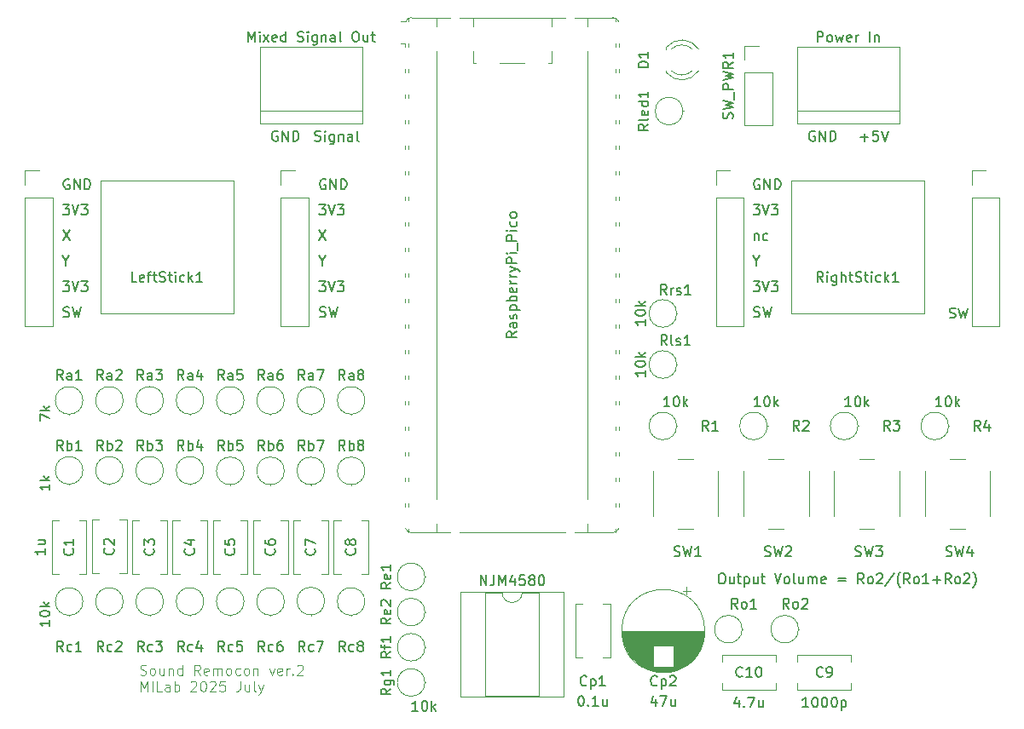
<source format=gto>
%TF.GenerationSoftware,KiCad,Pcbnew,9.0.2*%
%TF.CreationDate,2025-07-04T21:54:35+09:00*%
%TF.ProjectId,sound_remocon_v2,736f756e-645f-4726-956d-6f636f6e5f76,rev?*%
%TF.SameCoordinates,Original*%
%TF.FileFunction,Legend,Top*%
%TF.FilePolarity,Positive*%
%FSLAX46Y46*%
G04 Gerber Fmt 4.6, Leading zero omitted, Abs format (unit mm)*
G04 Created by KiCad (PCBNEW 9.0.2) date 2025-07-04 21:54:35*
%MOMM*%
%LPD*%
G01*
G04 APERTURE LIST*
%ADD10C,0.150000*%
%ADD11C,0.125000*%
%ADD12C,0.120000*%
%ADD13C,0.100000*%
G04 APERTURE END LIST*
D10*
X123941541Y-76614819D02*
X124560588Y-76614819D01*
X124560588Y-76614819D02*
X124227255Y-76995771D01*
X124227255Y-76995771D02*
X124370112Y-76995771D01*
X124370112Y-76995771D02*
X124465350Y-77043390D01*
X124465350Y-77043390D02*
X124512969Y-77091009D01*
X124512969Y-77091009D02*
X124560588Y-77186247D01*
X124560588Y-77186247D02*
X124560588Y-77424342D01*
X124560588Y-77424342D02*
X124512969Y-77519580D01*
X124512969Y-77519580D02*
X124465350Y-77567200D01*
X124465350Y-77567200D02*
X124370112Y-77614819D01*
X124370112Y-77614819D02*
X124084398Y-77614819D01*
X124084398Y-77614819D02*
X123989160Y-77567200D01*
X123989160Y-77567200D02*
X123941541Y-77519580D01*
X124846303Y-76614819D02*
X125179636Y-77614819D01*
X125179636Y-77614819D02*
X125512969Y-76614819D01*
X125751065Y-76614819D02*
X126370112Y-76614819D01*
X126370112Y-76614819D02*
X126036779Y-76995771D01*
X126036779Y-76995771D02*
X126179636Y-76995771D01*
X126179636Y-76995771D02*
X126274874Y-77043390D01*
X126274874Y-77043390D02*
X126322493Y-77091009D01*
X126322493Y-77091009D02*
X126370112Y-77186247D01*
X126370112Y-77186247D02*
X126370112Y-77424342D01*
X126370112Y-77424342D02*
X126322493Y-77519580D01*
X126322493Y-77519580D02*
X126274874Y-77567200D01*
X126274874Y-77567200D02*
X126179636Y-77614819D01*
X126179636Y-77614819D02*
X125893922Y-77614819D01*
X125893922Y-77614819D02*
X125798684Y-77567200D01*
X125798684Y-77567200D02*
X125751065Y-77519580D01*
X55439160Y-80107200D02*
X55582017Y-80154819D01*
X55582017Y-80154819D02*
X55820112Y-80154819D01*
X55820112Y-80154819D02*
X55915350Y-80107200D01*
X55915350Y-80107200D02*
X55962969Y-80059580D01*
X55962969Y-80059580D02*
X56010588Y-79964342D01*
X56010588Y-79964342D02*
X56010588Y-79869104D01*
X56010588Y-79869104D02*
X55962969Y-79773866D01*
X55962969Y-79773866D02*
X55915350Y-79726247D01*
X55915350Y-79726247D02*
X55820112Y-79678628D01*
X55820112Y-79678628D02*
X55629636Y-79631009D01*
X55629636Y-79631009D02*
X55534398Y-79583390D01*
X55534398Y-79583390D02*
X55486779Y-79535771D01*
X55486779Y-79535771D02*
X55439160Y-79440533D01*
X55439160Y-79440533D02*
X55439160Y-79345295D01*
X55439160Y-79345295D02*
X55486779Y-79250057D01*
X55486779Y-79250057D02*
X55534398Y-79202438D01*
X55534398Y-79202438D02*
X55629636Y-79154819D01*
X55629636Y-79154819D02*
X55867731Y-79154819D01*
X55867731Y-79154819D02*
X56010588Y-79202438D01*
X56343922Y-79154819D02*
X56582017Y-80154819D01*
X56582017Y-80154819D02*
X56772493Y-79440533D01*
X56772493Y-79440533D02*
X56962969Y-80154819D01*
X56962969Y-80154819D02*
X57201065Y-79154819D01*
X120727255Y-105669819D02*
X120917731Y-105669819D01*
X120917731Y-105669819D02*
X121012969Y-105717438D01*
X121012969Y-105717438D02*
X121108207Y-105812676D01*
X121108207Y-105812676D02*
X121155826Y-106003152D01*
X121155826Y-106003152D02*
X121155826Y-106336485D01*
X121155826Y-106336485D02*
X121108207Y-106526961D01*
X121108207Y-106526961D02*
X121012969Y-106622200D01*
X121012969Y-106622200D02*
X120917731Y-106669819D01*
X120917731Y-106669819D02*
X120727255Y-106669819D01*
X120727255Y-106669819D02*
X120632017Y-106622200D01*
X120632017Y-106622200D02*
X120536779Y-106526961D01*
X120536779Y-106526961D02*
X120489160Y-106336485D01*
X120489160Y-106336485D02*
X120489160Y-106003152D01*
X120489160Y-106003152D02*
X120536779Y-105812676D01*
X120536779Y-105812676D02*
X120632017Y-105717438D01*
X120632017Y-105717438D02*
X120727255Y-105669819D01*
X122012969Y-106003152D02*
X122012969Y-106669819D01*
X121584398Y-106003152D02*
X121584398Y-106526961D01*
X121584398Y-106526961D02*
X121632017Y-106622200D01*
X121632017Y-106622200D02*
X121727255Y-106669819D01*
X121727255Y-106669819D02*
X121870112Y-106669819D01*
X121870112Y-106669819D02*
X121965350Y-106622200D01*
X121965350Y-106622200D02*
X122012969Y-106574580D01*
X122346303Y-106003152D02*
X122727255Y-106003152D01*
X122489160Y-105669819D02*
X122489160Y-106526961D01*
X122489160Y-106526961D02*
X122536779Y-106622200D01*
X122536779Y-106622200D02*
X122632017Y-106669819D01*
X122632017Y-106669819D02*
X122727255Y-106669819D01*
X123060589Y-106003152D02*
X123060589Y-107003152D01*
X123060589Y-106050771D02*
X123155827Y-106003152D01*
X123155827Y-106003152D02*
X123346303Y-106003152D01*
X123346303Y-106003152D02*
X123441541Y-106050771D01*
X123441541Y-106050771D02*
X123489160Y-106098390D01*
X123489160Y-106098390D02*
X123536779Y-106193628D01*
X123536779Y-106193628D02*
X123536779Y-106479342D01*
X123536779Y-106479342D02*
X123489160Y-106574580D01*
X123489160Y-106574580D02*
X123441541Y-106622200D01*
X123441541Y-106622200D02*
X123346303Y-106669819D01*
X123346303Y-106669819D02*
X123155827Y-106669819D01*
X123155827Y-106669819D02*
X123060589Y-106622200D01*
X124393922Y-106003152D02*
X124393922Y-106669819D01*
X123965351Y-106003152D02*
X123965351Y-106526961D01*
X123965351Y-106526961D02*
X124012970Y-106622200D01*
X124012970Y-106622200D02*
X124108208Y-106669819D01*
X124108208Y-106669819D02*
X124251065Y-106669819D01*
X124251065Y-106669819D02*
X124346303Y-106622200D01*
X124346303Y-106622200D02*
X124393922Y-106574580D01*
X124727256Y-106003152D02*
X125108208Y-106003152D01*
X124870113Y-105669819D02*
X124870113Y-106526961D01*
X124870113Y-106526961D02*
X124917732Y-106622200D01*
X124917732Y-106622200D02*
X125012970Y-106669819D01*
X125012970Y-106669819D02*
X125108208Y-106669819D01*
X126060590Y-105669819D02*
X126393923Y-106669819D01*
X126393923Y-106669819D02*
X126727256Y-105669819D01*
X127203447Y-106669819D02*
X127108209Y-106622200D01*
X127108209Y-106622200D02*
X127060590Y-106574580D01*
X127060590Y-106574580D02*
X127012971Y-106479342D01*
X127012971Y-106479342D02*
X127012971Y-106193628D01*
X127012971Y-106193628D02*
X127060590Y-106098390D01*
X127060590Y-106098390D02*
X127108209Y-106050771D01*
X127108209Y-106050771D02*
X127203447Y-106003152D01*
X127203447Y-106003152D02*
X127346304Y-106003152D01*
X127346304Y-106003152D02*
X127441542Y-106050771D01*
X127441542Y-106050771D02*
X127489161Y-106098390D01*
X127489161Y-106098390D02*
X127536780Y-106193628D01*
X127536780Y-106193628D02*
X127536780Y-106479342D01*
X127536780Y-106479342D02*
X127489161Y-106574580D01*
X127489161Y-106574580D02*
X127441542Y-106622200D01*
X127441542Y-106622200D02*
X127346304Y-106669819D01*
X127346304Y-106669819D02*
X127203447Y-106669819D01*
X128108209Y-106669819D02*
X128012971Y-106622200D01*
X128012971Y-106622200D02*
X127965352Y-106526961D01*
X127965352Y-106526961D02*
X127965352Y-105669819D01*
X128917733Y-106003152D02*
X128917733Y-106669819D01*
X128489162Y-106003152D02*
X128489162Y-106526961D01*
X128489162Y-106526961D02*
X128536781Y-106622200D01*
X128536781Y-106622200D02*
X128632019Y-106669819D01*
X128632019Y-106669819D02*
X128774876Y-106669819D01*
X128774876Y-106669819D02*
X128870114Y-106622200D01*
X128870114Y-106622200D02*
X128917733Y-106574580D01*
X129393924Y-106669819D02*
X129393924Y-106003152D01*
X129393924Y-106098390D02*
X129441543Y-106050771D01*
X129441543Y-106050771D02*
X129536781Y-106003152D01*
X129536781Y-106003152D02*
X129679638Y-106003152D01*
X129679638Y-106003152D02*
X129774876Y-106050771D01*
X129774876Y-106050771D02*
X129822495Y-106146009D01*
X129822495Y-106146009D02*
X129822495Y-106669819D01*
X129822495Y-106146009D02*
X129870114Y-106050771D01*
X129870114Y-106050771D02*
X129965352Y-106003152D01*
X129965352Y-106003152D02*
X130108209Y-106003152D01*
X130108209Y-106003152D02*
X130203448Y-106050771D01*
X130203448Y-106050771D02*
X130251067Y-106146009D01*
X130251067Y-106146009D02*
X130251067Y-106669819D01*
X131108209Y-106622200D02*
X131012971Y-106669819D01*
X131012971Y-106669819D02*
X130822495Y-106669819D01*
X130822495Y-106669819D02*
X130727257Y-106622200D01*
X130727257Y-106622200D02*
X130679638Y-106526961D01*
X130679638Y-106526961D02*
X130679638Y-106146009D01*
X130679638Y-106146009D02*
X130727257Y-106050771D01*
X130727257Y-106050771D02*
X130822495Y-106003152D01*
X130822495Y-106003152D02*
X131012971Y-106003152D01*
X131012971Y-106003152D02*
X131108209Y-106050771D01*
X131108209Y-106050771D02*
X131155828Y-106146009D01*
X131155828Y-106146009D02*
X131155828Y-106241247D01*
X131155828Y-106241247D02*
X130679638Y-106336485D01*
X132346305Y-106146009D02*
X133108210Y-106146009D01*
X133108210Y-106431723D02*
X132346305Y-106431723D01*
X134917733Y-106669819D02*
X134584400Y-106193628D01*
X134346305Y-106669819D02*
X134346305Y-105669819D01*
X134346305Y-105669819D02*
X134727257Y-105669819D01*
X134727257Y-105669819D02*
X134822495Y-105717438D01*
X134822495Y-105717438D02*
X134870114Y-105765057D01*
X134870114Y-105765057D02*
X134917733Y-105860295D01*
X134917733Y-105860295D02*
X134917733Y-106003152D01*
X134917733Y-106003152D02*
X134870114Y-106098390D01*
X134870114Y-106098390D02*
X134822495Y-106146009D01*
X134822495Y-106146009D02*
X134727257Y-106193628D01*
X134727257Y-106193628D02*
X134346305Y-106193628D01*
X135489162Y-106669819D02*
X135393924Y-106622200D01*
X135393924Y-106622200D02*
X135346305Y-106574580D01*
X135346305Y-106574580D02*
X135298686Y-106479342D01*
X135298686Y-106479342D02*
X135298686Y-106193628D01*
X135298686Y-106193628D02*
X135346305Y-106098390D01*
X135346305Y-106098390D02*
X135393924Y-106050771D01*
X135393924Y-106050771D02*
X135489162Y-106003152D01*
X135489162Y-106003152D02*
X135632019Y-106003152D01*
X135632019Y-106003152D02*
X135727257Y-106050771D01*
X135727257Y-106050771D02*
X135774876Y-106098390D01*
X135774876Y-106098390D02*
X135822495Y-106193628D01*
X135822495Y-106193628D02*
X135822495Y-106479342D01*
X135822495Y-106479342D02*
X135774876Y-106574580D01*
X135774876Y-106574580D02*
X135727257Y-106622200D01*
X135727257Y-106622200D02*
X135632019Y-106669819D01*
X135632019Y-106669819D02*
X135489162Y-106669819D01*
X136203448Y-105765057D02*
X136251067Y-105717438D01*
X136251067Y-105717438D02*
X136346305Y-105669819D01*
X136346305Y-105669819D02*
X136584400Y-105669819D01*
X136584400Y-105669819D02*
X136679638Y-105717438D01*
X136679638Y-105717438D02*
X136727257Y-105765057D01*
X136727257Y-105765057D02*
X136774876Y-105860295D01*
X136774876Y-105860295D02*
X136774876Y-105955533D01*
X136774876Y-105955533D02*
X136727257Y-106098390D01*
X136727257Y-106098390D02*
X136155829Y-106669819D01*
X136155829Y-106669819D02*
X136774876Y-106669819D01*
X137917733Y-105622200D02*
X137060591Y-106907914D01*
X138536781Y-107050771D02*
X138489162Y-107003152D01*
X138489162Y-107003152D02*
X138393924Y-106860295D01*
X138393924Y-106860295D02*
X138346305Y-106765057D01*
X138346305Y-106765057D02*
X138298686Y-106622200D01*
X138298686Y-106622200D02*
X138251067Y-106384104D01*
X138251067Y-106384104D02*
X138251067Y-106193628D01*
X138251067Y-106193628D02*
X138298686Y-105955533D01*
X138298686Y-105955533D02*
X138346305Y-105812676D01*
X138346305Y-105812676D02*
X138393924Y-105717438D01*
X138393924Y-105717438D02*
X138489162Y-105574580D01*
X138489162Y-105574580D02*
X138536781Y-105526961D01*
X139489162Y-106669819D02*
X139155829Y-106193628D01*
X138917734Y-106669819D02*
X138917734Y-105669819D01*
X138917734Y-105669819D02*
X139298686Y-105669819D01*
X139298686Y-105669819D02*
X139393924Y-105717438D01*
X139393924Y-105717438D02*
X139441543Y-105765057D01*
X139441543Y-105765057D02*
X139489162Y-105860295D01*
X139489162Y-105860295D02*
X139489162Y-106003152D01*
X139489162Y-106003152D02*
X139441543Y-106098390D01*
X139441543Y-106098390D02*
X139393924Y-106146009D01*
X139393924Y-106146009D02*
X139298686Y-106193628D01*
X139298686Y-106193628D02*
X138917734Y-106193628D01*
X140060591Y-106669819D02*
X139965353Y-106622200D01*
X139965353Y-106622200D02*
X139917734Y-106574580D01*
X139917734Y-106574580D02*
X139870115Y-106479342D01*
X139870115Y-106479342D02*
X139870115Y-106193628D01*
X139870115Y-106193628D02*
X139917734Y-106098390D01*
X139917734Y-106098390D02*
X139965353Y-106050771D01*
X139965353Y-106050771D02*
X140060591Y-106003152D01*
X140060591Y-106003152D02*
X140203448Y-106003152D01*
X140203448Y-106003152D02*
X140298686Y-106050771D01*
X140298686Y-106050771D02*
X140346305Y-106098390D01*
X140346305Y-106098390D02*
X140393924Y-106193628D01*
X140393924Y-106193628D02*
X140393924Y-106479342D01*
X140393924Y-106479342D02*
X140346305Y-106574580D01*
X140346305Y-106574580D02*
X140298686Y-106622200D01*
X140298686Y-106622200D02*
X140203448Y-106669819D01*
X140203448Y-106669819D02*
X140060591Y-106669819D01*
X141346305Y-106669819D02*
X140774877Y-106669819D01*
X141060591Y-106669819D02*
X141060591Y-105669819D01*
X141060591Y-105669819D02*
X140965353Y-105812676D01*
X140965353Y-105812676D02*
X140870115Y-105907914D01*
X140870115Y-105907914D02*
X140774877Y-105955533D01*
X141774877Y-106288866D02*
X142536782Y-106288866D01*
X142155829Y-106669819D02*
X142155829Y-105907914D01*
X143584400Y-106669819D02*
X143251067Y-106193628D01*
X143012972Y-106669819D02*
X143012972Y-105669819D01*
X143012972Y-105669819D02*
X143393924Y-105669819D01*
X143393924Y-105669819D02*
X143489162Y-105717438D01*
X143489162Y-105717438D02*
X143536781Y-105765057D01*
X143536781Y-105765057D02*
X143584400Y-105860295D01*
X143584400Y-105860295D02*
X143584400Y-106003152D01*
X143584400Y-106003152D02*
X143536781Y-106098390D01*
X143536781Y-106098390D02*
X143489162Y-106146009D01*
X143489162Y-106146009D02*
X143393924Y-106193628D01*
X143393924Y-106193628D02*
X143012972Y-106193628D01*
X144155829Y-106669819D02*
X144060591Y-106622200D01*
X144060591Y-106622200D02*
X144012972Y-106574580D01*
X144012972Y-106574580D02*
X143965353Y-106479342D01*
X143965353Y-106479342D02*
X143965353Y-106193628D01*
X143965353Y-106193628D02*
X144012972Y-106098390D01*
X144012972Y-106098390D02*
X144060591Y-106050771D01*
X144060591Y-106050771D02*
X144155829Y-106003152D01*
X144155829Y-106003152D02*
X144298686Y-106003152D01*
X144298686Y-106003152D02*
X144393924Y-106050771D01*
X144393924Y-106050771D02*
X144441543Y-106098390D01*
X144441543Y-106098390D02*
X144489162Y-106193628D01*
X144489162Y-106193628D02*
X144489162Y-106479342D01*
X144489162Y-106479342D02*
X144441543Y-106574580D01*
X144441543Y-106574580D02*
X144393924Y-106622200D01*
X144393924Y-106622200D02*
X144298686Y-106669819D01*
X144298686Y-106669819D02*
X144155829Y-106669819D01*
X144870115Y-105765057D02*
X144917734Y-105717438D01*
X144917734Y-105717438D02*
X145012972Y-105669819D01*
X145012972Y-105669819D02*
X145251067Y-105669819D01*
X145251067Y-105669819D02*
X145346305Y-105717438D01*
X145346305Y-105717438D02*
X145393924Y-105765057D01*
X145393924Y-105765057D02*
X145441543Y-105860295D01*
X145441543Y-105860295D02*
X145441543Y-105955533D01*
X145441543Y-105955533D02*
X145393924Y-106098390D01*
X145393924Y-106098390D02*
X144822496Y-106669819D01*
X144822496Y-106669819D02*
X145441543Y-106669819D01*
X145774877Y-107050771D02*
X145822496Y-107003152D01*
X145822496Y-107003152D02*
X145917734Y-106860295D01*
X145917734Y-106860295D02*
X145965353Y-106765057D01*
X145965353Y-106765057D02*
X146012972Y-106622200D01*
X146012972Y-106622200D02*
X146060591Y-106384104D01*
X146060591Y-106384104D02*
X146060591Y-106193628D01*
X146060591Y-106193628D02*
X146012972Y-105955533D01*
X146012972Y-105955533D02*
X145965353Y-105812676D01*
X145965353Y-105812676D02*
X145917734Y-105717438D01*
X145917734Y-105717438D02*
X145822496Y-105574580D01*
X145822496Y-105574580D02*
X145774877Y-105526961D01*
X55391541Y-76614819D02*
X56010588Y-76614819D01*
X56010588Y-76614819D02*
X55677255Y-76995771D01*
X55677255Y-76995771D02*
X55820112Y-76995771D01*
X55820112Y-76995771D02*
X55915350Y-77043390D01*
X55915350Y-77043390D02*
X55962969Y-77091009D01*
X55962969Y-77091009D02*
X56010588Y-77186247D01*
X56010588Y-77186247D02*
X56010588Y-77424342D01*
X56010588Y-77424342D02*
X55962969Y-77519580D01*
X55962969Y-77519580D02*
X55915350Y-77567200D01*
X55915350Y-77567200D02*
X55820112Y-77614819D01*
X55820112Y-77614819D02*
X55534398Y-77614819D01*
X55534398Y-77614819D02*
X55439160Y-77567200D01*
X55439160Y-77567200D02*
X55391541Y-77519580D01*
X56296303Y-76614819D02*
X56629636Y-77614819D01*
X56629636Y-77614819D02*
X56962969Y-76614819D01*
X57201065Y-76614819D02*
X57820112Y-76614819D01*
X57820112Y-76614819D02*
X57486779Y-76995771D01*
X57486779Y-76995771D02*
X57629636Y-76995771D01*
X57629636Y-76995771D02*
X57724874Y-77043390D01*
X57724874Y-77043390D02*
X57772493Y-77091009D01*
X57772493Y-77091009D02*
X57820112Y-77186247D01*
X57820112Y-77186247D02*
X57820112Y-77424342D01*
X57820112Y-77424342D02*
X57772493Y-77519580D01*
X57772493Y-77519580D02*
X57724874Y-77567200D01*
X57724874Y-77567200D02*
X57629636Y-77614819D01*
X57629636Y-77614819D02*
X57343922Y-77614819D01*
X57343922Y-77614819D02*
X57248684Y-77567200D01*
X57248684Y-77567200D02*
X57201065Y-77519580D01*
D11*
X63072712Y-115713556D02*
X63215569Y-115761175D01*
X63215569Y-115761175D02*
X63453664Y-115761175D01*
X63453664Y-115761175D02*
X63548902Y-115713556D01*
X63548902Y-115713556D02*
X63596521Y-115665936D01*
X63596521Y-115665936D02*
X63644140Y-115570698D01*
X63644140Y-115570698D02*
X63644140Y-115475460D01*
X63644140Y-115475460D02*
X63596521Y-115380222D01*
X63596521Y-115380222D02*
X63548902Y-115332603D01*
X63548902Y-115332603D02*
X63453664Y-115284984D01*
X63453664Y-115284984D02*
X63263188Y-115237365D01*
X63263188Y-115237365D02*
X63167950Y-115189746D01*
X63167950Y-115189746D02*
X63120331Y-115142127D01*
X63120331Y-115142127D02*
X63072712Y-115046889D01*
X63072712Y-115046889D02*
X63072712Y-114951651D01*
X63072712Y-114951651D02*
X63120331Y-114856413D01*
X63120331Y-114856413D02*
X63167950Y-114808794D01*
X63167950Y-114808794D02*
X63263188Y-114761175D01*
X63263188Y-114761175D02*
X63501283Y-114761175D01*
X63501283Y-114761175D02*
X63644140Y-114808794D01*
X64215569Y-115761175D02*
X64120331Y-115713556D01*
X64120331Y-115713556D02*
X64072712Y-115665936D01*
X64072712Y-115665936D02*
X64025093Y-115570698D01*
X64025093Y-115570698D02*
X64025093Y-115284984D01*
X64025093Y-115284984D02*
X64072712Y-115189746D01*
X64072712Y-115189746D02*
X64120331Y-115142127D01*
X64120331Y-115142127D02*
X64215569Y-115094508D01*
X64215569Y-115094508D02*
X64358426Y-115094508D01*
X64358426Y-115094508D02*
X64453664Y-115142127D01*
X64453664Y-115142127D02*
X64501283Y-115189746D01*
X64501283Y-115189746D02*
X64548902Y-115284984D01*
X64548902Y-115284984D02*
X64548902Y-115570698D01*
X64548902Y-115570698D02*
X64501283Y-115665936D01*
X64501283Y-115665936D02*
X64453664Y-115713556D01*
X64453664Y-115713556D02*
X64358426Y-115761175D01*
X64358426Y-115761175D02*
X64215569Y-115761175D01*
X65406045Y-115094508D02*
X65406045Y-115761175D01*
X64977474Y-115094508D02*
X64977474Y-115618317D01*
X64977474Y-115618317D02*
X65025093Y-115713556D01*
X65025093Y-115713556D02*
X65120331Y-115761175D01*
X65120331Y-115761175D02*
X65263188Y-115761175D01*
X65263188Y-115761175D02*
X65358426Y-115713556D01*
X65358426Y-115713556D02*
X65406045Y-115665936D01*
X65882236Y-115094508D02*
X65882236Y-115761175D01*
X65882236Y-115189746D02*
X65929855Y-115142127D01*
X65929855Y-115142127D02*
X66025093Y-115094508D01*
X66025093Y-115094508D02*
X66167950Y-115094508D01*
X66167950Y-115094508D02*
X66263188Y-115142127D01*
X66263188Y-115142127D02*
X66310807Y-115237365D01*
X66310807Y-115237365D02*
X66310807Y-115761175D01*
X67215569Y-115761175D02*
X67215569Y-114761175D01*
X67215569Y-115713556D02*
X67120331Y-115761175D01*
X67120331Y-115761175D02*
X66929855Y-115761175D01*
X66929855Y-115761175D02*
X66834617Y-115713556D01*
X66834617Y-115713556D02*
X66786998Y-115665936D01*
X66786998Y-115665936D02*
X66739379Y-115570698D01*
X66739379Y-115570698D02*
X66739379Y-115284984D01*
X66739379Y-115284984D02*
X66786998Y-115189746D01*
X66786998Y-115189746D02*
X66834617Y-115142127D01*
X66834617Y-115142127D02*
X66929855Y-115094508D01*
X66929855Y-115094508D02*
X67120331Y-115094508D01*
X67120331Y-115094508D02*
X67215569Y-115142127D01*
X69025093Y-115761175D02*
X68691760Y-115284984D01*
X68453665Y-115761175D02*
X68453665Y-114761175D01*
X68453665Y-114761175D02*
X68834617Y-114761175D01*
X68834617Y-114761175D02*
X68929855Y-114808794D01*
X68929855Y-114808794D02*
X68977474Y-114856413D01*
X68977474Y-114856413D02*
X69025093Y-114951651D01*
X69025093Y-114951651D02*
X69025093Y-115094508D01*
X69025093Y-115094508D02*
X68977474Y-115189746D01*
X68977474Y-115189746D02*
X68929855Y-115237365D01*
X68929855Y-115237365D02*
X68834617Y-115284984D01*
X68834617Y-115284984D02*
X68453665Y-115284984D01*
X69834617Y-115713556D02*
X69739379Y-115761175D01*
X69739379Y-115761175D02*
X69548903Y-115761175D01*
X69548903Y-115761175D02*
X69453665Y-115713556D01*
X69453665Y-115713556D02*
X69406046Y-115618317D01*
X69406046Y-115618317D02*
X69406046Y-115237365D01*
X69406046Y-115237365D02*
X69453665Y-115142127D01*
X69453665Y-115142127D02*
X69548903Y-115094508D01*
X69548903Y-115094508D02*
X69739379Y-115094508D01*
X69739379Y-115094508D02*
X69834617Y-115142127D01*
X69834617Y-115142127D02*
X69882236Y-115237365D01*
X69882236Y-115237365D02*
X69882236Y-115332603D01*
X69882236Y-115332603D02*
X69406046Y-115427841D01*
X70310808Y-115761175D02*
X70310808Y-115094508D01*
X70310808Y-115189746D02*
X70358427Y-115142127D01*
X70358427Y-115142127D02*
X70453665Y-115094508D01*
X70453665Y-115094508D02*
X70596522Y-115094508D01*
X70596522Y-115094508D02*
X70691760Y-115142127D01*
X70691760Y-115142127D02*
X70739379Y-115237365D01*
X70739379Y-115237365D02*
X70739379Y-115761175D01*
X70739379Y-115237365D02*
X70786998Y-115142127D01*
X70786998Y-115142127D02*
X70882236Y-115094508D01*
X70882236Y-115094508D02*
X71025093Y-115094508D01*
X71025093Y-115094508D02*
X71120332Y-115142127D01*
X71120332Y-115142127D02*
X71167951Y-115237365D01*
X71167951Y-115237365D02*
X71167951Y-115761175D01*
X71786998Y-115761175D02*
X71691760Y-115713556D01*
X71691760Y-115713556D02*
X71644141Y-115665936D01*
X71644141Y-115665936D02*
X71596522Y-115570698D01*
X71596522Y-115570698D02*
X71596522Y-115284984D01*
X71596522Y-115284984D02*
X71644141Y-115189746D01*
X71644141Y-115189746D02*
X71691760Y-115142127D01*
X71691760Y-115142127D02*
X71786998Y-115094508D01*
X71786998Y-115094508D02*
X71929855Y-115094508D01*
X71929855Y-115094508D02*
X72025093Y-115142127D01*
X72025093Y-115142127D02*
X72072712Y-115189746D01*
X72072712Y-115189746D02*
X72120331Y-115284984D01*
X72120331Y-115284984D02*
X72120331Y-115570698D01*
X72120331Y-115570698D02*
X72072712Y-115665936D01*
X72072712Y-115665936D02*
X72025093Y-115713556D01*
X72025093Y-115713556D02*
X71929855Y-115761175D01*
X71929855Y-115761175D02*
X71786998Y-115761175D01*
X72977474Y-115713556D02*
X72882236Y-115761175D01*
X72882236Y-115761175D02*
X72691760Y-115761175D01*
X72691760Y-115761175D02*
X72596522Y-115713556D01*
X72596522Y-115713556D02*
X72548903Y-115665936D01*
X72548903Y-115665936D02*
X72501284Y-115570698D01*
X72501284Y-115570698D02*
X72501284Y-115284984D01*
X72501284Y-115284984D02*
X72548903Y-115189746D01*
X72548903Y-115189746D02*
X72596522Y-115142127D01*
X72596522Y-115142127D02*
X72691760Y-115094508D01*
X72691760Y-115094508D02*
X72882236Y-115094508D01*
X72882236Y-115094508D02*
X72977474Y-115142127D01*
X73548903Y-115761175D02*
X73453665Y-115713556D01*
X73453665Y-115713556D02*
X73406046Y-115665936D01*
X73406046Y-115665936D02*
X73358427Y-115570698D01*
X73358427Y-115570698D02*
X73358427Y-115284984D01*
X73358427Y-115284984D02*
X73406046Y-115189746D01*
X73406046Y-115189746D02*
X73453665Y-115142127D01*
X73453665Y-115142127D02*
X73548903Y-115094508D01*
X73548903Y-115094508D02*
X73691760Y-115094508D01*
X73691760Y-115094508D02*
X73786998Y-115142127D01*
X73786998Y-115142127D02*
X73834617Y-115189746D01*
X73834617Y-115189746D02*
X73882236Y-115284984D01*
X73882236Y-115284984D02*
X73882236Y-115570698D01*
X73882236Y-115570698D02*
X73834617Y-115665936D01*
X73834617Y-115665936D02*
X73786998Y-115713556D01*
X73786998Y-115713556D02*
X73691760Y-115761175D01*
X73691760Y-115761175D02*
X73548903Y-115761175D01*
X74310808Y-115094508D02*
X74310808Y-115761175D01*
X74310808Y-115189746D02*
X74358427Y-115142127D01*
X74358427Y-115142127D02*
X74453665Y-115094508D01*
X74453665Y-115094508D02*
X74596522Y-115094508D01*
X74596522Y-115094508D02*
X74691760Y-115142127D01*
X74691760Y-115142127D02*
X74739379Y-115237365D01*
X74739379Y-115237365D02*
X74739379Y-115761175D01*
X75882237Y-115094508D02*
X76120332Y-115761175D01*
X76120332Y-115761175D02*
X76358427Y-115094508D01*
X77120332Y-115713556D02*
X77025094Y-115761175D01*
X77025094Y-115761175D02*
X76834618Y-115761175D01*
X76834618Y-115761175D02*
X76739380Y-115713556D01*
X76739380Y-115713556D02*
X76691761Y-115618317D01*
X76691761Y-115618317D02*
X76691761Y-115237365D01*
X76691761Y-115237365D02*
X76739380Y-115142127D01*
X76739380Y-115142127D02*
X76834618Y-115094508D01*
X76834618Y-115094508D02*
X77025094Y-115094508D01*
X77025094Y-115094508D02*
X77120332Y-115142127D01*
X77120332Y-115142127D02*
X77167951Y-115237365D01*
X77167951Y-115237365D02*
X77167951Y-115332603D01*
X77167951Y-115332603D02*
X76691761Y-115427841D01*
X77596523Y-115761175D02*
X77596523Y-115094508D01*
X77596523Y-115284984D02*
X77644142Y-115189746D01*
X77644142Y-115189746D02*
X77691761Y-115142127D01*
X77691761Y-115142127D02*
X77786999Y-115094508D01*
X77786999Y-115094508D02*
X77882237Y-115094508D01*
X78215571Y-115665936D02*
X78263190Y-115713556D01*
X78263190Y-115713556D02*
X78215571Y-115761175D01*
X78215571Y-115761175D02*
X78167952Y-115713556D01*
X78167952Y-115713556D02*
X78215571Y-115665936D01*
X78215571Y-115665936D02*
X78215571Y-115761175D01*
X78644142Y-114856413D02*
X78691761Y-114808794D01*
X78691761Y-114808794D02*
X78786999Y-114761175D01*
X78786999Y-114761175D02*
X79025094Y-114761175D01*
X79025094Y-114761175D02*
X79120332Y-114808794D01*
X79120332Y-114808794D02*
X79167951Y-114856413D01*
X79167951Y-114856413D02*
X79215570Y-114951651D01*
X79215570Y-114951651D02*
X79215570Y-115046889D01*
X79215570Y-115046889D02*
X79167951Y-115189746D01*
X79167951Y-115189746D02*
X78596523Y-115761175D01*
X78596523Y-115761175D02*
X79215570Y-115761175D01*
X63120331Y-117371119D02*
X63120331Y-116371119D01*
X63120331Y-116371119D02*
X63453664Y-117085404D01*
X63453664Y-117085404D02*
X63786997Y-116371119D01*
X63786997Y-116371119D02*
X63786997Y-117371119D01*
X64263188Y-117371119D02*
X64263188Y-116371119D01*
X65215568Y-117371119D02*
X64739378Y-117371119D01*
X64739378Y-117371119D02*
X64739378Y-116371119D01*
X65977473Y-117371119D02*
X65977473Y-116847309D01*
X65977473Y-116847309D02*
X65929854Y-116752071D01*
X65929854Y-116752071D02*
X65834616Y-116704452D01*
X65834616Y-116704452D02*
X65644140Y-116704452D01*
X65644140Y-116704452D02*
X65548902Y-116752071D01*
X65977473Y-117323500D02*
X65882235Y-117371119D01*
X65882235Y-117371119D02*
X65644140Y-117371119D01*
X65644140Y-117371119D02*
X65548902Y-117323500D01*
X65548902Y-117323500D02*
X65501283Y-117228261D01*
X65501283Y-117228261D02*
X65501283Y-117133023D01*
X65501283Y-117133023D02*
X65548902Y-117037785D01*
X65548902Y-117037785D02*
X65644140Y-116990166D01*
X65644140Y-116990166D02*
X65882235Y-116990166D01*
X65882235Y-116990166D02*
X65977473Y-116942547D01*
X66453664Y-117371119D02*
X66453664Y-116371119D01*
X66453664Y-116752071D02*
X66548902Y-116704452D01*
X66548902Y-116704452D02*
X66739378Y-116704452D01*
X66739378Y-116704452D02*
X66834616Y-116752071D01*
X66834616Y-116752071D02*
X66882235Y-116799690D01*
X66882235Y-116799690D02*
X66929854Y-116894928D01*
X66929854Y-116894928D02*
X66929854Y-117180642D01*
X66929854Y-117180642D02*
X66882235Y-117275880D01*
X66882235Y-117275880D02*
X66834616Y-117323500D01*
X66834616Y-117323500D02*
X66739378Y-117371119D01*
X66739378Y-117371119D02*
X66548902Y-117371119D01*
X66548902Y-117371119D02*
X66453664Y-117323500D01*
X68072712Y-116466357D02*
X68120331Y-116418738D01*
X68120331Y-116418738D02*
X68215569Y-116371119D01*
X68215569Y-116371119D02*
X68453664Y-116371119D01*
X68453664Y-116371119D02*
X68548902Y-116418738D01*
X68548902Y-116418738D02*
X68596521Y-116466357D01*
X68596521Y-116466357D02*
X68644140Y-116561595D01*
X68644140Y-116561595D02*
X68644140Y-116656833D01*
X68644140Y-116656833D02*
X68596521Y-116799690D01*
X68596521Y-116799690D02*
X68025093Y-117371119D01*
X68025093Y-117371119D02*
X68644140Y-117371119D01*
X69263188Y-116371119D02*
X69358426Y-116371119D01*
X69358426Y-116371119D02*
X69453664Y-116418738D01*
X69453664Y-116418738D02*
X69501283Y-116466357D01*
X69501283Y-116466357D02*
X69548902Y-116561595D01*
X69548902Y-116561595D02*
X69596521Y-116752071D01*
X69596521Y-116752071D02*
X69596521Y-116990166D01*
X69596521Y-116990166D02*
X69548902Y-117180642D01*
X69548902Y-117180642D02*
X69501283Y-117275880D01*
X69501283Y-117275880D02*
X69453664Y-117323500D01*
X69453664Y-117323500D02*
X69358426Y-117371119D01*
X69358426Y-117371119D02*
X69263188Y-117371119D01*
X69263188Y-117371119D02*
X69167950Y-117323500D01*
X69167950Y-117323500D02*
X69120331Y-117275880D01*
X69120331Y-117275880D02*
X69072712Y-117180642D01*
X69072712Y-117180642D02*
X69025093Y-116990166D01*
X69025093Y-116990166D02*
X69025093Y-116752071D01*
X69025093Y-116752071D02*
X69072712Y-116561595D01*
X69072712Y-116561595D02*
X69120331Y-116466357D01*
X69120331Y-116466357D02*
X69167950Y-116418738D01*
X69167950Y-116418738D02*
X69263188Y-116371119D01*
X69977474Y-116466357D02*
X70025093Y-116418738D01*
X70025093Y-116418738D02*
X70120331Y-116371119D01*
X70120331Y-116371119D02*
X70358426Y-116371119D01*
X70358426Y-116371119D02*
X70453664Y-116418738D01*
X70453664Y-116418738D02*
X70501283Y-116466357D01*
X70501283Y-116466357D02*
X70548902Y-116561595D01*
X70548902Y-116561595D02*
X70548902Y-116656833D01*
X70548902Y-116656833D02*
X70501283Y-116799690D01*
X70501283Y-116799690D02*
X69929855Y-117371119D01*
X69929855Y-117371119D02*
X70548902Y-117371119D01*
X71453664Y-116371119D02*
X70977474Y-116371119D01*
X70977474Y-116371119D02*
X70929855Y-116847309D01*
X70929855Y-116847309D02*
X70977474Y-116799690D01*
X70977474Y-116799690D02*
X71072712Y-116752071D01*
X71072712Y-116752071D02*
X71310807Y-116752071D01*
X71310807Y-116752071D02*
X71406045Y-116799690D01*
X71406045Y-116799690D02*
X71453664Y-116847309D01*
X71453664Y-116847309D02*
X71501283Y-116942547D01*
X71501283Y-116942547D02*
X71501283Y-117180642D01*
X71501283Y-117180642D02*
X71453664Y-117275880D01*
X71453664Y-117275880D02*
X71406045Y-117323500D01*
X71406045Y-117323500D02*
X71310807Y-117371119D01*
X71310807Y-117371119D02*
X71072712Y-117371119D01*
X71072712Y-117371119D02*
X70977474Y-117323500D01*
X70977474Y-117323500D02*
X70929855Y-117275880D01*
X72977474Y-116371119D02*
X72977474Y-117085404D01*
X72977474Y-117085404D02*
X72929855Y-117228261D01*
X72929855Y-117228261D02*
X72834617Y-117323500D01*
X72834617Y-117323500D02*
X72691760Y-117371119D01*
X72691760Y-117371119D02*
X72596522Y-117371119D01*
X73882236Y-116704452D02*
X73882236Y-117371119D01*
X73453665Y-116704452D02*
X73453665Y-117228261D01*
X73453665Y-117228261D02*
X73501284Y-117323500D01*
X73501284Y-117323500D02*
X73596522Y-117371119D01*
X73596522Y-117371119D02*
X73739379Y-117371119D01*
X73739379Y-117371119D02*
X73834617Y-117323500D01*
X73834617Y-117323500D02*
X73882236Y-117275880D01*
X74501284Y-117371119D02*
X74406046Y-117323500D01*
X74406046Y-117323500D02*
X74358427Y-117228261D01*
X74358427Y-117228261D02*
X74358427Y-116371119D01*
X74786999Y-116704452D02*
X75025094Y-117371119D01*
X75263189Y-116704452D02*
X75025094Y-117371119D01*
X75025094Y-117371119D02*
X74929856Y-117609214D01*
X74929856Y-117609214D02*
X74882237Y-117656833D01*
X74882237Y-117656833D02*
X74786999Y-117704452D01*
D10*
X80841541Y-76614819D02*
X81460588Y-76614819D01*
X81460588Y-76614819D02*
X81127255Y-76995771D01*
X81127255Y-76995771D02*
X81270112Y-76995771D01*
X81270112Y-76995771D02*
X81365350Y-77043390D01*
X81365350Y-77043390D02*
X81412969Y-77091009D01*
X81412969Y-77091009D02*
X81460588Y-77186247D01*
X81460588Y-77186247D02*
X81460588Y-77424342D01*
X81460588Y-77424342D02*
X81412969Y-77519580D01*
X81412969Y-77519580D02*
X81365350Y-77567200D01*
X81365350Y-77567200D02*
X81270112Y-77614819D01*
X81270112Y-77614819D02*
X80984398Y-77614819D01*
X80984398Y-77614819D02*
X80889160Y-77567200D01*
X80889160Y-77567200D02*
X80841541Y-77519580D01*
X81746303Y-76614819D02*
X82079636Y-77614819D01*
X82079636Y-77614819D02*
X82412969Y-76614819D01*
X82651065Y-76614819D02*
X83270112Y-76614819D01*
X83270112Y-76614819D02*
X82936779Y-76995771D01*
X82936779Y-76995771D02*
X83079636Y-76995771D01*
X83079636Y-76995771D02*
X83174874Y-77043390D01*
X83174874Y-77043390D02*
X83222493Y-77091009D01*
X83222493Y-77091009D02*
X83270112Y-77186247D01*
X83270112Y-77186247D02*
X83270112Y-77424342D01*
X83270112Y-77424342D02*
X83222493Y-77519580D01*
X83222493Y-77519580D02*
X83174874Y-77567200D01*
X83174874Y-77567200D02*
X83079636Y-77614819D01*
X83079636Y-77614819D02*
X82793922Y-77614819D01*
X82793922Y-77614819D02*
X82698684Y-77567200D01*
X82698684Y-77567200D02*
X82651065Y-77519580D01*
X81460588Y-66502438D02*
X81365350Y-66454819D01*
X81365350Y-66454819D02*
X81222493Y-66454819D01*
X81222493Y-66454819D02*
X81079636Y-66502438D01*
X81079636Y-66502438D02*
X80984398Y-66597676D01*
X80984398Y-66597676D02*
X80936779Y-66692914D01*
X80936779Y-66692914D02*
X80889160Y-66883390D01*
X80889160Y-66883390D02*
X80889160Y-67026247D01*
X80889160Y-67026247D02*
X80936779Y-67216723D01*
X80936779Y-67216723D02*
X80984398Y-67311961D01*
X80984398Y-67311961D02*
X81079636Y-67407200D01*
X81079636Y-67407200D02*
X81222493Y-67454819D01*
X81222493Y-67454819D02*
X81317731Y-67454819D01*
X81317731Y-67454819D02*
X81460588Y-67407200D01*
X81460588Y-67407200D02*
X81508207Y-67359580D01*
X81508207Y-67359580D02*
X81508207Y-67026247D01*
X81508207Y-67026247D02*
X81317731Y-67026247D01*
X81936779Y-67454819D02*
X81936779Y-66454819D01*
X81936779Y-66454819D02*
X82508207Y-67454819D01*
X82508207Y-67454819D02*
X82508207Y-66454819D01*
X82984398Y-67454819D02*
X82984398Y-66454819D01*
X82984398Y-66454819D02*
X83222493Y-66454819D01*
X83222493Y-66454819D02*
X83365350Y-66502438D01*
X83365350Y-66502438D02*
X83460588Y-66597676D01*
X83460588Y-66597676D02*
X83508207Y-66692914D01*
X83508207Y-66692914D02*
X83555826Y-66883390D01*
X83555826Y-66883390D02*
X83555826Y-67026247D01*
X83555826Y-67026247D02*
X83508207Y-67216723D01*
X83508207Y-67216723D02*
X83460588Y-67311961D01*
X83460588Y-67311961D02*
X83365350Y-67407200D01*
X83365350Y-67407200D02*
X83222493Y-67454819D01*
X83222493Y-67454819D02*
X82984398Y-67454819D01*
X134604286Y-62288866D02*
X135366191Y-62288866D01*
X134985238Y-62669819D02*
X134985238Y-61907914D01*
X136318571Y-61669819D02*
X135842381Y-61669819D01*
X135842381Y-61669819D02*
X135794762Y-62146009D01*
X135794762Y-62146009D02*
X135842381Y-62098390D01*
X135842381Y-62098390D02*
X135937619Y-62050771D01*
X135937619Y-62050771D02*
X136175714Y-62050771D01*
X136175714Y-62050771D02*
X136270952Y-62098390D01*
X136270952Y-62098390D02*
X136318571Y-62146009D01*
X136318571Y-62146009D02*
X136366190Y-62241247D01*
X136366190Y-62241247D02*
X136366190Y-62479342D01*
X136366190Y-62479342D02*
X136318571Y-62574580D01*
X136318571Y-62574580D02*
X136270952Y-62622200D01*
X136270952Y-62622200D02*
X136175714Y-62669819D01*
X136175714Y-62669819D02*
X135937619Y-62669819D01*
X135937619Y-62669819D02*
X135842381Y-62622200D01*
X135842381Y-62622200D02*
X135794762Y-62574580D01*
X136651905Y-61669819D02*
X136985238Y-62669819D01*
X136985238Y-62669819D02*
X137318571Y-61669819D01*
X55391541Y-68994819D02*
X56010588Y-68994819D01*
X56010588Y-68994819D02*
X55677255Y-69375771D01*
X55677255Y-69375771D02*
X55820112Y-69375771D01*
X55820112Y-69375771D02*
X55915350Y-69423390D01*
X55915350Y-69423390D02*
X55962969Y-69471009D01*
X55962969Y-69471009D02*
X56010588Y-69566247D01*
X56010588Y-69566247D02*
X56010588Y-69804342D01*
X56010588Y-69804342D02*
X55962969Y-69899580D01*
X55962969Y-69899580D02*
X55915350Y-69947200D01*
X55915350Y-69947200D02*
X55820112Y-69994819D01*
X55820112Y-69994819D02*
X55534398Y-69994819D01*
X55534398Y-69994819D02*
X55439160Y-69947200D01*
X55439160Y-69947200D02*
X55391541Y-69899580D01*
X56296303Y-68994819D02*
X56629636Y-69994819D01*
X56629636Y-69994819D02*
X56962969Y-68994819D01*
X57201065Y-68994819D02*
X57820112Y-68994819D01*
X57820112Y-68994819D02*
X57486779Y-69375771D01*
X57486779Y-69375771D02*
X57629636Y-69375771D01*
X57629636Y-69375771D02*
X57724874Y-69423390D01*
X57724874Y-69423390D02*
X57772493Y-69471009D01*
X57772493Y-69471009D02*
X57820112Y-69566247D01*
X57820112Y-69566247D02*
X57820112Y-69804342D01*
X57820112Y-69804342D02*
X57772493Y-69899580D01*
X57772493Y-69899580D02*
X57724874Y-69947200D01*
X57724874Y-69947200D02*
X57629636Y-69994819D01*
X57629636Y-69994819D02*
X57343922Y-69994819D01*
X57343922Y-69994819D02*
X57248684Y-69947200D01*
X57248684Y-69947200D02*
X57201065Y-69899580D01*
X76708095Y-61717438D02*
X76612857Y-61669819D01*
X76612857Y-61669819D02*
X76470000Y-61669819D01*
X76470000Y-61669819D02*
X76327143Y-61717438D01*
X76327143Y-61717438D02*
X76231905Y-61812676D01*
X76231905Y-61812676D02*
X76184286Y-61907914D01*
X76184286Y-61907914D02*
X76136667Y-62098390D01*
X76136667Y-62098390D02*
X76136667Y-62241247D01*
X76136667Y-62241247D02*
X76184286Y-62431723D01*
X76184286Y-62431723D02*
X76231905Y-62526961D01*
X76231905Y-62526961D02*
X76327143Y-62622200D01*
X76327143Y-62622200D02*
X76470000Y-62669819D01*
X76470000Y-62669819D02*
X76565238Y-62669819D01*
X76565238Y-62669819D02*
X76708095Y-62622200D01*
X76708095Y-62622200D02*
X76755714Y-62574580D01*
X76755714Y-62574580D02*
X76755714Y-62241247D01*
X76755714Y-62241247D02*
X76565238Y-62241247D01*
X77184286Y-62669819D02*
X77184286Y-61669819D01*
X77184286Y-61669819D02*
X77755714Y-62669819D01*
X77755714Y-62669819D02*
X77755714Y-61669819D01*
X78231905Y-62669819D02*
X78231905Y-61669819D01*
X78231905Y-61669819D02*
X78470000Y-61669819D01*
X78470000Y-61669819D02*
X78612857Y-61717438D01*
X78612857Y-61717438D02*
X78708095Y-61812676D01*
X78708095Y-61812676D02*
X78755714Y-61907914D01*
X78755714Y-61907914D02*
X78803333Y-62098390D01*
X78803333Y-62098390D02*
X78803333Y-62241247D01*
X78803333Y-62241247D02*
X78755714Y-62431723D01*
X78755714Y-62431723D02*
X78708095Y-62526961D01*
X78708095Y-62526961D02*
X78612857Y-62622200D01*
X78612857Y-62622200D02*
X78470000Y-62669819D01*
X78470000Y-62669819D02*
X78231905Y-62669819D01*
X124560588Y-66502438D02*
X124465350Y-66454819D01*
X124465350Y-66454819D02*
X124322493Y-66454819D01*
X124322493Y-66454819D02*
X124179636Y-66502438D01*
X124179636Y-66502438D02*
X124084398Y-66597676D01*
X124084398Y-66597676D02*
X124036779Y-66692914D01*
X124036779Y-66692914D02*
X123989160Y-66883390D01*
X123989160Y-66883390D02*
X123989160Y-67026247D01*
X123989160Y-67026247D02*
X124036779Y-67216723D01*
X124036779Y-67216723D02*
X124084398Y-67311961D01*
X124084398Y-67311961D02*
X124179636Y-67407200D01*
X124179636Y-67407200D02*
X124322493Y-67454819D01*
X124322493Y-67454819D02*
X124417731Y-67454819D01*
X124417731Y-67454819D02*
X124560588Y-67407200D01*
X124560588Y-67407200D02*
X124608207Y-67359580D01*
X124608207Y-67359580D02*
X124608207Y-67026247D01*
X124608207Y-67026247D02*
X124417731Y-67026247D01*
X125036779Y-67454819D02*
X125036779Y-66454819D01*
X125036779Y-66454819D02*
X125608207Y-67454819D01*
X125608207Y-67454819D02*
X125608207Y-66454819D01*
X126084398Y-67454819D02*
X126084398Y-66454819D01*
X126084398Y-66454819D02*
X126322493Y-66454819D01*
X126322493Y-66454819D02*
X126465350Y-66502438D01*
X126465350Y-66502438D02*
X126560588Y-66597676D01*
X126560588Y-66597676D02*
X126608207Y-66692914D01*
X126608207Y-66692914D02*
X126655826Y-66883390D01*
X126655826Y-66883390D02*
X126655826Y-67026247D01*
X126655826Y-67026247D02*
X126608207Y-67216723D01*
X126608207Y-67216723D02*
X126560588Y-67311961D01*
X126560588Y-67311961D02*
X126465350Y-67407200D01*
X126465350Y-67407200D02*
X126322493Y-67454819D01*
X126322493Y-67454819D02*
X126084398Y-67454819D01*
X123941541Y-68994819D02*
X124560588Y-68994819D01*
X124560588Y-68994819D02*
X124227255Y-69375771D01*
X124227255Y-69375771D02*
X124370112Y-69375771D01*
X124370112Y-69375771D02*
X124465350Y-69423390D01*
X124465350Y-69423390D02*
X124512969Y-69471009D01*
X124512969Y-69471009D02*
X124560588Y-69566247D01*
X124560588Y-69566247D02*
X124560588Y-69804342D01*
X124560588Y-69804342D02*
X124512969Y-69899580D01*
X124512969Y-69899580D02*
X124465350Y-69947200D01*
X124465350Y-69947200D02*
X124370112Y-69994819D01*
X124370112Y-69994819D02*
X124084398Y-69994819D01*
X124084398Y-69994819D02*
X123989160Y-69947200D01*
X123989160Y-69947200D02*
X123941541Y-69899580D01*
X124846303Y-68994819D02*
X125179636Y-69994819D01*
X125179636Y-69994819D02*
X125512969Y-68994819D01*
X125751065Y-68994819D02*
X126370112Y-68994819D01*
X126370112Y-68994819D02*
X126036779Y-69375771D01*
X126036779Y-69375771D02*
X126179636Y-69375771D01*
X126179636Y-69375771D02*
X126274874Y-69423390D01*
X126274874Y-69423390D02*
X126322493Y-69471009D01*
X126322493Y-69471009D02*
X126370112Y-69566247D01*
X126370112Y-69566247D02*
X126370112Y-69804342D01*
X126370112Y-69804342D02*
X126322493Y-69899580D01*
X126322493Y-69899580D02*
X126274874Y-69947200D01*
X126274874Y-69947200D02*
X126179636Y-69994819D01*
X126179636Y-69994819D02*
X125893922Y-69994819D01*
X125893922Y-69994819D02*
X125798684Y-69947200D01*
X125798684Y-69947200D02*
X125751065Y-69899580D01*
X80407143Y-62622200D02*
X80550000Y-62669819D01*
X80550000Y-62669819D02*
X80788095Y-62669819D01*
X80788095Y-62669819D02*
X80883333Y-62622200D01*
X80883333Y-62622200D02*
X80930952Y-62574580D01*
X80930952Y-62574580D02*
X80978571Y-62479342D01*
X80978571Y-62479342D02*
X80978571Y-62384104D01*
X80978571Y-62384104D02*
X80930952Y-62288866D01*
X80930952Y-62288866D02*
X80883333Y-62241247D01*
X80883333Y-62241247D02*
X80788095Y-62193628D01*
X80788095Y-62193628D02*
X80597619Y-62146009D01*
X80597619Y-62146009D02*
X80502381Y-62098390D01*
X80502381Y-62098390D02*
X80454762Y-62050771D01*
X80454762Y-62050771D02*
X80407143Y-61955533D01*
X80407143Y-61955533D02*
X80407143Y-61860295D01*
X80407143Y-61860295D02*
X80454762Y-61765057D01*
X80454762Y-61765057D02*
X80502381Y-61717438D01*
X80502381Y-61717438D02*
X80597619Y-61669819D01*
X80597619Y-61669819D02*
X80835714Y-61669819D01*
X80835714Y-61669819D02*
X80978571Y-61717438D01*
X81407143Y-62669819D02*
X81407143Y-62003152D01*
X81407143Y-61669819D02*
X81359524Y-61717438D01*
X81359524Y-61717438D02*
X81407143Y-61765057D01*
X81407143Y-61765057D02*
X81454762Y-61717438D01*
X81454762Y-61717438D02*
X81407143Y-61669819D01*
X81407143Y-61669819D02*
X81407143Y-61765057D01*
X82311904Y-62003152D02*
X82311904Y-62812676D01*
X82311904Y-62812676D02*
X82264285Y-62907914D01*
X82264285Y-62907914D02*
X82216666Y-62955533D01*
X82216666Y-62955533D02*
X82121428Y-63003152D01*
X82121428Y-63003152D02*
X81978571Y-63003152D01*
X81978571Y-63003152D02*
X81883333Y-62955533D01*
X82311904Y-62622200D02*
X82216666Y-62669819D01*
X82216666Y-62669819D02*
X82026190Y-62669819D01*
X82026190Y-62669819D02*
X81930952Y-62622200D01*
X81930952Y-62622200D02*
X81883333Y-62574580D01*
X81883333Y-62574580D02*
X81835714Y-62479342D01*
X81835714Y-62479342D02*
X81835714Y-62193628D01*
X81835714Y-62193628D02*
X81883333Y-62098390D01*
X81883333Y-62098390D02*
X81930952Y-62050771D01*
X81930952Y-62050771D02*
X82026190Y-62003152D01*
X82026190Y-62003152D02*
X82216666Y-62003152D01*
X82216666Y-62003152D02*
X82311904Y-62050771D01*
X82788095Y-62003152D02*
X82788095Y-62669819D01*
X82788095Y-62098390D02*
X82835714Y-62050771D01*
X82835714Y-62050771D02*
X82930952Y-62003152D01*
X82930952Y-62003152D02*
X83073809Y-62003152D01*
X83073809Y-62003152D02*
X83169047Y-62050771D01*
X83169047Y-62050771D02*
X83216666Y-62146009D01*
X83216666Y-62146009D02*
X83216666Y-62669819D01*
X84121428Y-62669819D02*
X84121428Y-62146009D01*
X84121428Y-62146009D02*
X84073809Y-62050771D01*
X84073809Y-62050771D02*
X83978571Y-62003152D01*
X83978571Y-62003152D02*
X83788095Y-62003152D01*
X83788095Y-62003152D02*
X83692857Y-62050771D01*
X84121428Y-62622200D02*
X84026190Y-62669819D01*
X84026190Y-62669819D02*
X83788095Y-62669819D01*
X83788095Y-62669819D02*
X83692857Y-62622200D01*
X83692857Y-62622200D02*
X83645238Y-62526961D01*
X83645238Y-62526961D02*
X83645238Y-62431723D01*
X83645238Y-62431723D02*
X83692857Y-62336485D01*
X83692857Y-62336485D02*
X83788095Y-62288866D01*
X83788095Y-62288866D02*
X84026190Y-62288866D01*
X84026190Y-62288866D02*
X84121428Y-62241247D01*
X84740476Y-62669819D02*
X84645238Y-62622200D01*
X84645238Y-62622200D02*
X84597619Y-62526961D01*
X84597619Y-62526961D02*
X84597619Y-61669819D01*
X55677255Y-74598628D02*
X55677255Y-75074819D01*
X55343922Y-74074819D02*
X55677255Y-74598628D01*
X55677255Y-74598628D02*
X56010588Y-74074819D01*
X80841541Y-68994819D02*
X81460588Y-68994819D01*
X81460588Y-68994819D02*
X81127255Y-69375771D01*
X81127255Y-69375771D02*
X81270112Y-69375771D01*
X81270112Y-69375771D02*
X81365350Y-69423390D01*
X81365350Y-69423390D02*
X81412969Y-69471009D01*
X81412969Y-69471009D02*
X81460588Y-69566247D01*
X81460588Y-69566247D02*
X81460588Y-69804342D01*
X81460588Y-69804342D02*
X81412969Y-69899580D01*
X81412969Y-69899580D02*
X81365350Y-69947200D01*
X81365350Y-69947200D02*
X81270112Y-69994819D01*
X81270112Y-69994819D02*
X80984398Y-69994819D01*
X80984398Y-69994819D02*
X80889160Y-69947200D01*
X80889160Y-69947200D02*
X80841541Y-69899580D01*
X81746303Y-68994819D02*
X82079636Y-69994819D01*
X82079636Y-69994819D02*
X82412969Y-68994819D01*
X82651065Y-68994819D02*
X83270112Y-68994819D01*
X83270112Y-68994819D02*
X82936779Y-69375771D01*
X82936779Y-69375771D02*
X83079636Y-69375771D01*
X83079636Y-69375771D02*
X83174874Y-69423390D01*
X83174874Y-69423390D02*
X83222493Y-69471009D01*
X83222493Y-69471009D02*
X83270112Y-69566247D01*
X83270112Y-69566247D02*
X83270112Y-69804342D01*
X83270112Y-69804342D02*
X83222493Y-69899580D01*
X83222493Y-69899580D02*
X83174874Y-69947200D01*
X83174874Y-69947200D02*
X83079636Y-69994819D01*
X83079636Y-69994819D02*
X82793922Y-69994819D01*
X82793922Y-69994819D02*
X82698684Y-69947200D01*
X82698684Y-69947200D02*
X82651065Y-69899580D01*
X56010588Y-66502438D02*
X55915350Y-66454819D01*
X55915350Y-66454819D02*
X55772493Y-66454819D01*
X55772493Y-66454819D02*
X55629636Y-66502438D01*
X55629636Y-66502438D02*
X55534398Y-66597676D01*
X55534398Y-66597676D02*
X55486779Y-66692914D01*
X55486779Y-66692914D02*
X55439160Y-66883390D01*
X55439160Y-66883390D02*
X55439160Y-67026247D01*
X55439160Y-67026247D02*
X55486779Y-67216723D01*
X55486779Y-67216723D02*
X55534398Y-67311961D01*
X55534398Y-67311961D02*
X55629636Y-67407200D01*
X55629636Y-67407200D02*
X55772493Y-67454819D01*
X55772493Y-67454819D02*
X55867731Y-67454819D01*
X55867731Y-67454819D02*
X56010588Y-67407200D01*
X56010588Y-67407200D02*
X56058207Y-67359580D01*
X56058207Y-67359580D02*
X56058207Y-67026247D01*
X56058207Y-67026247D02*
X55867731Y-67026247D01*
X56486779Y-67454819D02*
X56486779Y-66454819D01*
X56486779Y-66454819D02*
X57058207Y-67454819D01*
X57058207Y-67454819D02*
X57058207Y-66454819D01*
X57534398Y-67454819D02*
X57534398Y-66454819D01*
X57534398Y-66454819D02*
X57772493Y-66454819D01*
X57772493Y-66454819D02*
X57915350Y-66502438D01*
X57915350Y-66502438D02*
X58010588Y-66597676D01*
X58010588Y-66597676D02*
X58058207Y-66692914D01*
X58058207Y-66692914D02*
X58105826Y-66883390D01*
X58105826Y-66883390D02*
X58105826Y-67026247D01*
X58105826Y-67026247D02*
X58058207Y-67216723D01*
X58058207Y-67216723D02*
X58010588Y-67311961D01*
X58010588Y-67311961D02*
X57915350Y-67407200D01*
X57915350Y-67407200D02*
X57772493Y-67454819D01*
X57772493Y-67454819D02*
X57534398Y-67454819D01*
X81127255Y-74598628D02*
X81127255Y-75074819D01*
X80793922Y-74074819D02*
X81127255Y-74598628D01*
X81127255Y-74598628D02*
X81460588Y-74074819D01*
X123989160Y-80107200D02*
X124132017Y-80154819D01*
X124132017Y-80154819D02*
X124370112Y-80154819D01*
X124370112Y-80154819D02*
X124465350Y-80107200D01*
X124465350Y-80107200D02*
X124512969Y-80059580D01*
X124512969Y-80059580D02*
X124560588Y-79964342D01*
X124560588Y-79964342D02*
X124560588Y-79869104D01*
X124560588Y-79869104D02*
X124512969Y-79773866D01*
X124512969Y-79773866D02*
X124465350Y-79726247D01*
X124465350Y-79726247D02*
X124370112Y-79678628D01*
X124370112Y-79678628D02*
X124179636Y-79631009D01*
X124179636Y-79631009D02*
X124084398Y-79583390D01*
X124084398Y-79583390D02*
X124036779Y-79535771D01*
X124036779Y-79535771D02*
X123989160Y-79440533D01*
X123989160Y-79440533D02*
X123989160Y-79345295D01*
X123989160Y-79345295D02*
X124036779Y-79250057D01*
X124036779Y-79250057D02*
X124084398Y-79202438D01*
X124084398Y-79202438D02*
X124179636Y-79154819D01*
X124179636Y-79154819D02*
X124417731Y-79154819D01*
X124417731Y-79154819D02*
X124560588Y-79202438D01*
X124893922Y-79154819D02*
X125132017Y-80154819D01*
X125132017Y-80154819D02*
X125322493Y-79440533D01*
X125322493Y-79440533D02*
X125512969Y-80154819D01*
X125512969Y-80154819D02*
X125751065Y-79154819D01*
X80889160Y-80107200D02*
X81032017Y-80154819D01*
X81032017Y-80154819D02*
X81270112Y-80154819D01*
X81270112Y-80154819D02*
X81365350Y-80107200D01*
X81365350Y-80107200D02*
X81412969Y-80059580D01*
X81412969Y-80059580D02*
X81460588Y-79964342D01*
X81460588Y-79964342D02*
X81460588Y-79869104D01*
X81460588Y-79869104D02*
X81412969Y-79773866D01*
X81412969Y-79773866D02*
X81365350Y-79726247D01*
X81365350Y-79726247D02*
X81270112Y-79678628D01*
X81270112Y-79678628D02*
X81079636Y-79631009D01*
X81079636Y-79631009D02*
X80984398Y-79583390D01*
X80984398Y-79583390D02*
X80936779Y-79535771D01*
X80936779Y-79535771D02*
X80889160Y-79440533D01*
X80889160Y-79440533D02*
X80889160Y-79345295D01*
X80889160Y-79345295D02*
X80936779Y-79250057D01*
X80936779Y-79250057D02*
X80984398Y-79202438D01*
X80984398Y-79202438D02*
X81079636Y-79154819D01*
X81079636Y-79154819D02*
X81317731Y-79154819D01*
X81317731Y-79154819D02*
X81460588Y-79202438D01*
X81793922Y-79154819D02*
X82032017Y-80154819D01*
X82032017Y-80154819D02*
X82222493Y-79440533D01*
X82222493Y-79440533D02*
X82412969Y-80154819D01*
X82412969Y-80154819D02*
X82651065Y-79154819D01*
X124036779Y-71868152D02*
X124036779Y-72534819D01*
X124036779Y-71963390D02*
X124084398Y-71915771D01*
X124084398Y-71915771D02*
X124179636Y-71868152D01*
X124179636Y-71868152D02*
X124322493Y-71868152D01*
X124322493Y-71868152D02*
X124417731Y-71915771D01*
X124417731Y-71915771D02*
X124465350Y-72011009D01*
X124465350Y-72011009D02*
X124465350Y-72534819D01*
X125370112Y-72487200D02*
X125274874Y-72534819D01*
X125274874Y-72534819D02*
X125084398Y-72534819D01*
X125084398Y-72534819D02*
X124989160Y-72487200D01*
X124989160Y-72487200D02*
X124941541Y-72439580D01*
X124941541Y-72439580D02*
X124893922Y-72344342D01*
X124893922Y-72344342D02*
X124893922Y-72058628D01*
X124893922Y-72058628D02*
X124941541Y-71963390D01*
X124941541Y-71963390D02*
X124989160Y-71915771D01*
X124989160Y-71915771D02*
X125084398Y-71868152D01*
X125084398Y-71868152D02*
X125274874Y-71868152D01*
X125274874Y-71868152D02*
X125370112Y-71915771D01*
X124227255Y-74598628D02*
X124227255Y-75074819D01*
X123893922Y-74074819D02*
X124227255Y-74598628D01*
X124227255Y-74598628D02*
X124560588Y-74074819D01*
X55391541Y-71534819D02*
X56058207Y-72534819D01*
X56058207Y-71534819D02*
X55391541Y-72534819D01*
X143439160Y-80222200D02*
X143582017Y-80269819D01*
X143582017Y-80269819D02*
X143820112Y-80269819D01*
X143820112Y-80269819D02*
X143915350Y-80222200D01*
X143915350Y-80222200D02*
X143962969Y-80174580D01*
X143962969Y-80174580D02*
X144010588Y-80079342D01*
X144010588Y-80079342D02*
X144010588Y-79984104D01*
X144010588Y-79984104D02*
X143962969Y-79888866D01*
X143962969Y-79888866D02*
X143915350Y-79841247D01*
X143915350Y-79841247D02*
X143820112Y-79793628D01*
X143820112Y-79793628D02*
X143629636Y-79746009D01*
X143629636Y-79746009D02*
X143534398Y-79698390D01*
X143534398Y-79698390D02*
X143486779Y-79650771D01*
X143486779Y-79650771D02*
X143439160Y-79555533D01*
X143439160Y-79555533D02*
X143439160Y-79460295D01*
X143439160Y-79460295D02*
X143486779Y-79365057D01*
X143486779Y-79365057D02*
X143534398Y-79317438D01*
X143534398Y-79317438D02*
X143629636Y-79269819D01*
X143629636Y-79269819D02*
X143867731Y-79269819D01*
X143867731Y-79269819D02*
X144010588Y-79317438D01*
X144343922Y-79269819D02*
X144582017Y-80269819D01*
X144582017Y-80269819D02*
X144772493Y-79555533D01*
X144772493Y-79555533D02*
X144962969Y-80269819D01*
X144962969Y-80269819D02*
X145201065Y-79269819D01*
X80841541Y-71534819D02*
X81508207Y-72534819D01*
X81508207Y-71534819D02*
X80841541Y-72534819D01*
X130048095Y-61717438D02*
X129952857Y-61669819D01*
X129952857Y-61669819D02*
X129810000Y-61669819D01*
X129810000Y-61669819D02*
X129667143Y-61717438D01*
X129667143Y-61717438D02*
X129571905Y-61812676D01*
X129571905Y-61812676D02*
X129524286Y-61907914D01*
X129524286Y-61907914D02*
X129476667Y-62098390D01*
X129476667Y-62098390D02*
X129476667Y-62241247D01*
X129476667Y-62241247D02*
X129524286Y-62431723D01*
X129524286Y-62431723D02*
X129571905Y-62526961D01*
X129571905Y-62526961D02*
X129667143Y-62622200D01*
X129667143Y-62622200D02*
X129810000Y-62669819D01*
X129810000Y-62669819D02*
X129905238Y-62669819D01*
X129905238Y-62669819D02*
X130048095Y-62622200D01*
X130048095Y-62622200D02*
X130095714Y-62574580D01*
X130095714Y-62574580D02*
X130095714Y-62241247D01*
X130095714Y-62241247D02*
X129905238Y-62241247D01*
X130524286Y-62669819D02*
X130524286Y-61669819D01*
X130524286Y-61669819D02*
X131095714Y-62669819D01*
X131095714Y-62669819D02*
X131095714Y-61669819D01*
X131571905Y-62669819D02*
X131571905Y-61669819D01*
X131571905Y-61669819D02*
X131810000Y-61669819D01*
X131810000Y-61669819D02*
X131952857Y-61717438D01*
X131952857Y-61717438D02*
X132048095Y-61812676D01*
X132048095Y-61812676D02*
X132095714Y-61907914D01*
X132095714Y-61907914D02*
X132143333Y-62098390D01*
X132143333Y-62098390D02*
X132143333Y-62241247D01*
X132143333Y-62241247D02*
X132095714Y-62431723D01*
X132095714Y-62431723D02*
X132048095Y-62526961D01*
X132048095Y-62526961D02*
X131952857Y-62622200D01*
X131952857Y-62622200D02*
X131810000Y-62669819D01*
X131810000Y-62669819D02*
X131571905Y-62669819D01*
X71404761Y-113404819D02*
X71071428Y-112928628D01*
X70833333Y-113404819D02*
X70833333Y-112404819D01*
X70833333Y-112404819D02*
X71214285Y-112404819D01*
X71214285Y-112404819D02*
X71309523Y-112452438D01*
X71309523Y-112452438D02*
X71357142Y-112500057D01*
X71357142Y-112500057D02*
X71404761Y-112595295D01*
X71404761Y-112595295D02*
X71404761Y-112738152D01*
X71404761Y-112738152D02*
X71357142Y-112833390D01*
X71357142Y-112833390D02*
X71309523Y-112881009D01*
X71309523Y-112881009D02*
X71214285Y-112928628D01*
X71214285Y-112928628D02*
X70833333Y-112928628D01*
X72261904Y-113357200D02*
X72166666Y-113404819D01*
X72166666Y-113404819D02*
X71976190Y-113404819D01*
X71976190Y-113404819D02*
X71880952Y-113357200D01*
X71880952Y-113357200D02*
X71833333Y-113309580D01*
X71833333Y-113309580D02*
X71785714Y-113214342D01*
X71785714Y-113214342D02*
X71785714Y-112928628D01*
X71785714Y-112928628D02*
X71833333Y-112833390D01*
X71833333Y-112833390D02*
X71880952Y-112785771D01*
X71880952Y-112785771D02*
X71976190Y-112738152D01*
X71976190Y-112738152D02*
X72166666Y-112738152D01*
X72166666Y-112738152D02*
X72261904Y-112785771D01*
X73166666Y-112404819D02*
X72690476Y-112404819D01*
X72690476Y-112404819D02*
X72642857Y-112881009D01*
X72642857Y-112881009D02*
X72690476Y-112833390D01*
X72690476Y-112833390D02*
X72785714Y-112785771D01*
X72785714Y-112785771D02*
X73023809Y-112785771D01*
X73023809Y-112785771D02*
X73119047Y-112833390D01*
X73119047Y-112833390D02*
X73166666Y-112881009D01*
X73166666Y-112881009D02*
X73214285Y-112976247D01*
X73214285Y-112976247D02*
X73214285Y-113214342D01*
X73214285Y-113214342D02*
X73166666Y-113309580D01*
X73166666Y-113309580D02*
X73119047Y-113357200D01*
X73119047Y-113357200D02*
X73023809Y-113404819D01*
X73023809Y-113404819D02*
X72785714Y-113404819D01*
X72785714Y-113404819D02*
X72690476Y-113357200D01*
X72690476Y-113357200D02*
X72642857Y-113309580D01*
X60359580Y-103166666D02*
X60407200Y-103214285D01*
X60407200Y-103214285D02*
X60454819Y-103357142D01*
X60454819Y-103357142D02*
X60454819Y-103452380D01*
X60454819Y-103452380D02*
X60407200Y-103595237D01*
X60407200Y-103595237D02*
X60311961Y-103690475D01*
X60311961Y-103690475D02*
X60216723Y-103738094D01*
X60216723Y-103738094D02*
X60026247Y-103785713D01*
X60026247Y-103785713D02*
X59883390Y-103785713D01*
X59883390Y-103785713D02*
X59692914Y-103738094D01*
X59692914Y-103738094D02*
X59597676Y-103690475D01*
X59597676Y-103690475D02*
X59502438Y-103595237D01*
X59502438Y-103595237D02*
X59454819Y-103452380D01*
X59454819Y-103452380D02*
X59454819Y-103357142D01*
X59454819Y-103357142D02*
X59502438Y-103214285D01*
X59502438Y-103214285D02*
X59550057Y-103166666D01*
X59550057Y-102785713D02*
X59502438Y-102738094D01*
X59502438Y-102738094D02*
X59454819Y-102642856D01*
X59454819Y-102642856D02*
X59454819Y-102404761D01*
X59454819Y-102404761D02*
X59502438Y-102309523D01*
X59502438Y-102309523D02*
X59550057Y-102261904D01*
X59550057Y-102261904D02*
X59645295Y-102214285D01*
X59645295Y-102214285D02*
X59740533Y-102214285D01*
X59740533Y-102214285D02*
X59883390Y-102261904D01*
X59883390Y-102261904D02*
X60454819Y-102833332D01*
X60454819Y-102833332D02*
X60454819Y-102214285D01*
X75380952Y-86414819D02*
X75047619Y-85938628D01*
X74809524Y-86414819D02*
X74809524Y-85414819D01*
X74809524Y-85414819D02*
X75190476Y-85414819D01*
X75190476Y-85414819D02*
X75285714Y-85462438D01*
X75285714Y-85462438D02*
X75333333Y-85510057D01*
X75333333Y-85510057D02*
X75380952Y-85605295D01*
X75380952Y-85605295D02*
X75380952Y-85748152D01*
X75380952Y-85748152D02*
X75333333Y-85843390D01*
X75333333Y-85843390D02*
X75285714Y-85891009D01*
X75285714Y-85891009D02*
X75190476Y-85938628D01*
X75190476Y-85938628D02*
X74809524Y-85938628D01*
X76238095Y-86414819D02*
X76238095Y-85891009D01*
X76238095Y-85891009D02*
X76190476Y-85795771D01*
X76190476Y-85795771D02*
X76095238Y-85748152D01*
X76095238Y-85748152D02*
X75904762Y-85748152D01*
X75904762Y-85748152D02*
X75809524Y-85795771D01*
X76238095Y-86367200D02*
X76142857Y-86414819D01*
X76142857Y-86414819D02*
X75904762Y-86414819D01*
X75904762Y-86414819D02*
X75809524Y-86367200D01*
X75809524Y-86367200D02*
X75761905Y-86271961D01*
X75761905Y-86271961D02*
X75761905Y-86176723D01*
X75761905Y-86176723D02*
X75809524Y-86081485D01*
X75809524Y-86081485D02*
X75904762Y-86033866D01*
X75904762Y-86033866D02*
X76142857Y-86033866D01*
X76142857Y-86033866D02*
X76238095Y-85986247D01*
X77142857Y-85414819D02*
X76952381Y-85414819D01*
X76952381Y-85414819D02*
X76857143Y-85462438D01*
X76857143Y-85462438D02*
X76809524Y-85510057D01*
X76809524Y-85510057D02*
X76714286Y-85652914D01*
X76714286Y-85652914D02*
X76666667Y-85843390D01*
X76666667Y-85843390D02*
X76666667Y-86224342D01*
X76666667Y-86224342D02*
X76714286Y-86319580D01*
X76714286Y-86319580D02*
X76761905Y-86367200D01*
X76761905Y-86367200D02*
X76857143Y-86414819D01*
X76857143Y-86414819D02*
X77047619Y-86414819D01*
X77047619Y-86414819D02*
X77142857Y-86367200D01*
X77142857Y-86367200D02*
X77190476Y-86319580D01*
X77190476Y-86319580D02*
X77238095Y-86224342D01*
X77238095Y-86224342D02*
X77238095Y-85986247D01*
X77238095Y-85986247D02*
X77190476Y-85891009D01*
X77190476Y-85891009D02*
X77142857Y-85843390D01*
X77142857Y-85843390D02*
X77047619Y-85795771D01*
X77047619Y-85795771D02*
X76857143Y-85795771D01*
X76857143Y-85795771D02*
X76761905Y-85843390D01*
X76761905Y-85843390D02*
X76714286Y-85891009D01*
X76714286Y-85891009D02*
X76666667Y-85986247D01*
X100454819Y-81619048D02*
X99978628Y-81952381D01*
X100454819Y-82190476D02*
X99454819Y-82190476D01*
X99454819Y-82190476D02*
X99454819Y-81809524D01*
X99454819Y-81809524D02*
X99502438Y-81714286D01*
X99502438Y-81714286D02*
X99550057Y-81666667D01*
X99550057Y-81666667D02*
X99645295Y-81619048D01*
X99645295Y-81619048D02*
X99788152Y-81619048D01*
X99788152Y-81619048D02*
X99883390Y-81666667D01*
X99883390Y-81666667D02*
X99931009Y-81714286D01*
X99931009Y-81714286D02*
X99978628Y-81809524D01*
X99978628Y-81809524D02*
X99978628Y-82190476D01*
X100454819Y-80761905D02*
X99931009Y-80761905D01*
X99931009Y-80761905D02*
X99835771Y-80809524D01*
X99835771Y-80809524D02*
X99788152Y-80904762D01*
X99788152Y-80904762D02*
X99788152Y-81095238D01*
X99788152Y-81095238D02*
X99835771Y-81190476D01*
X100407200Y-80761905D02*
X100454819Y-80857143D01*
X100454819Y-80857143D02*
X100454819Y-81095238D01*
X100454819Y-81095238D02*
X100407200Y-81190476D01*
X100407200Y-81190476D02*
X100311961Y-81238095D01*
X100311961Y-81238095D02*
X100216723Y-81238095D01*
X100216723Y-81238095D02*
X100121485Y-81190476D01*
X100121485Y-81190476D02*
X100073866Y-81095238D01*
X100073866Y-81095238D02*
X100073866Y-80857143D01*
X100073866Y-80857143D02*
X100026247Y-80761905D01*
X100407200Y-80333333D02*
X100454819Y-80238095D01*
X100454819Y-80238095D02*
X100454819Y-80047619D01*
X100454819Y-80047619D02*
X100407200Y-79952381D01*
X100407200Y-79952381D02*
X100311961Y-79904762D01*
X100311961Y-79904762D02*
X100264342Y-79904762D01*
X100264342Y-79904762D02*
X100169104Y-79952381D01*
X100169104Y-79952381D02*
X100121485Y-80047619D01*
X100121485Y-80047619D02*
X100121485Y-80190476D01*
X100121485Y-80190476D02*
X100073866Y-80285714D01*
X100073866Y-80285714D02*
X99978628Y-80333333D01*
X99978628Y-80333333D02*
X99931009Y-80333333D01*
X99931009Y-80333333D02*
X99835771Y-80285714D01*
X99835771Y-80285714D02*
X99788152Y-80190476D01*
X99788152Y-80190476D02*
X99788152Y-80047619D01*
X99788152Y-80047619D02*
X99835771Y-79952381D01*
X99788152Y-79476190D02*
X100788152Y-79476190D01*
X99835771Y-79476190D02*
X99788152Y-79380952D01*
X99788152Y-79380952D02*
X99788152Y-79190476D01*
X99788152Y-79190476D02*
X99835771Y-79095238D01*
X99835771Y-79095238D02*
X99883390Y-79047619D01*
X99883390Y-79047619D02*
X99978628Y-79000000D01*
X99978628Y-79000000D02*
X100264342Y-79000000D01*
X100264342Y-79000000D02*
X100359580Y-79047619D01*
X100359580Y-79047619D02*
X100407200Y-79095238D01*
X100407200Y-79095238D02*
X100454819Y-79190476D01*
X100454819Y-79190476D02*
X100454819Y-79380952D01*
X100454819Y-79380952D02*
X100407200Y-79476190D01*
X100454819Y-78571428D02*
X99454819Y-78571428D01*
X99835771Y-78571428D02*
X99788152Y-78476190D01*
X99788152Y-78476190D02*
X99788152Y-78285714D01*
X99788152Y-78285714D02*
X99835771Y-78190476D01*
X99835771Y-78190476D02*
X99883390Y-78142857D01*
X99883390Y-78142857D02*
X99978628Y-78095238D01*
X99978628Y-78095238D02*
X100264342Y-78095238D01*
X100264342Y-78095238D02*
X100359580Y-78142857D01*
X100359580Y-78142857D02*
X100407200Y-78190476D01*
X100407200Y-78190476D02*
X100454819Y-78285714D01*
X100454819Y-78285714D02*
X100454819Y-78476190D01*
X100454819Y-78476190D02*
X100407200Y-78571428D01*
X100407200Y-77285714D02*
X100454819Y-77380952D01*
X100454819Y-77380952D02*
X100454819Y-77571428D01*
X100454819Y-77571428D02*
X100407200Y-77666666D01*
X100407200Y-77666666D02*
X100311961Y-77714285D01*
X100311961Y-77714285D02*
X99931009Y-77714285D01*
X99931009Y-77714285D02*
X99835771Y-77666666D01*
X99835771Y-77666666D02*
X99788152Y-77571428D01*
X99788152Y-77571428D02*
X99788152Y-77380952D01*
X99788152Y-77380952D02*
X99835771Y-77285714D01*
X99835771Y-77285714D02*
X99931009Y-77238095D01*
X99931009Y-77238095D02*
X100026247Y-77238095D01*
X100026247Y-77238095D02*
X100121485Y-77714285D01*
X100454819Y-76809523D02*
X99788152Y-76809523D01*
X99978628Y-76809523D02*
X99883390Y-76761904D01*
X99883390Y-76761904D02*
X99835771Y-76714285D01*
X99835771Y-76714285D02*
X99788152Y-76619047D01*
X99788152Y-76619047D02*
X99788152Y-76523809D01*
X100454819Y-76190475D02*
X99788152Y-76190475D01*
X99978628Y-76190475D02*
X99883390Y-76142856D01*
X99883390Y-76142856D02*
X99835771Y-76095237D01*
X99835771Y-76095237D02*
X99788152Y-75999999D01*
X99788152Y-75999999D02*
X99788152Y-75904761D01*
X99788152Y-75666665D02*
X100454819Y-75428570D01*
X99788152Y-75190475D02*
X100454819Y-75428570D01*
X100454819Y-75428570D02*
X100692914Y-75523808D01*
X100692914Y-75523808D02*
X100740533Y-75571427D01*
X100740533Y-75571427D02*
X100788152Y-75666665D01*
X100454819Y-74809522D02*
X99454819Y-74809522D01*
X99454819Y-74809522D02*
X99454819Y-74428570D01*
X99454819Y-74428570D02*
X99502438Y-74333332D01*
X99502438Y-74333332D02*
X99550057Y-74285713D01*
X99550057Y-74285713D02*
X99645295Y-74238094D01*
X99645295Y-74238094D02*
X99788152Y-74238094D01*
X99788152Y-74238094D02*
X99883390Y-74285713D01*
X99883390Y-74285713D02*
X99931009Y-74333332D01*
X99931009Y-74333332D02*
X99978628Y-74428570D01*
X99978628Y-74428570D02*
X99978628Y-74809522D01*
X100454819Y-73809522D02*
X99788152Y-73809522D01*
X99454819Y-73809522D02*
X99502438Y-73857141D01*
X99502438Y-73857141D02*
X99550057Y-73809522D01*
X99550057Y-73809522D02*
X99502438Y-73761903D01*
X99502438Y-73761903D02*
X99454819Y-73809522D01*
X99454819Y-73809522D02*
X99550057Y-73809522D01*
X100550057Y-73571428D02*
X100550057Y-72809523D01*
X100454819Y-72571427D02*
X99454819Y-72571427D01*
X99454819Y-72571427D02*
X99454819Y-72190475D01*
X99454819Y-72190475D02*
X99502438Y-72095237D01*
X99502438Y-72095237D02*
X99550057Y-72047618D01*
X99550057Y-72047618D02*
X99645295Y-71999999D01*
X99645295Y-71999999D02*
X99788152Y-71999999D01*
X99788152Y-71999999D02*
X99883390Y-72047618D01*
X99883390Y-72047618D02*
X99931009Y-72095237D01*
X99931009Y-72095237D02*
X99978628Y-72190475D01*
X99978628Y-72190475D02*
X99978628Y-72571427D01*
X100454819Y-71571427D02*
X99788152Y-71571427D01*
X99454819Y-71571427D02*
X99502438Y-71619046D01*
X99502438Y-71619046D02*
X99550057Y-71571427D01*
X99550057Y-71571427D02*
X99502438Y-71523808D01*
X99502438Y-71523808D02*
X99454819Y-71571427D01*
X99454819Y-71571427D02*
X99550057Y-71571427D01*
X100407200Y-70666666D02*
X100454819Y-70761904D01*
X100454819Y-70761904D02*
X100454819Y-70952380D01*
X100454819Y-70952380D02*
X100407200Y-71047618D01*
X100407200Y-71047618D02*
X100359580Y-71095237D01*
X100359580Y-71095237D02*
X100264342Y-71142856D01*
X100264342Y-71142856D02*
X99978628Y-71142856D01*
X99978628Y-71142856D02*
X99883390Y-71095237D01*
X99883390Y-71095237D02*
X99835771Y-71047618D01*
X99835771Y-71047618D02*
X99788152Y-70952380D01*
X99788152Y-70952380D02*
X99788152Y-70761904D01*
X99788152Y-70761904D02*
X99835771Y-70666666D01*
X100454819Y-70095237D02*
X100407200Y-70190475D01*
X100407200Y-70190475D02*
X100359580Y-70238094D01*
X100359580Y-70238094D02*
X100264342Y-70285713D01*
X100264342Y-70285713D02*
X99978628Y-70285713D01*
X99978628Y-70285713D02*
X99883390Y-70238094D01*
X99883390Y-70238094D02*
X99835771Y-70190475D01*
X99835771Y-70190475D02*
X99788152Y-70095237D01*
X99788152Y-70095237D02*
X99788152Y-69952380D01*
X99788152Y-69952380D02*
X99835771Y-69857142D01*
X99835771Y-69857142D02*
X99883390Y-69809523D01*
X99883390Y-69809523D02*
X99978628Y-69761904D01*
X99978628Y-69761904D02*
X100264342Y-69761904D01*
X100264342Y-69761904D02*
X100359580Y-69809523D01*
X100359580Y-69809523D02*
X100407200Y-69857142D01*
X100407200Y-69857142D02*
X100454819Y-69952380D01*
X100454819Y-69952380D02*
X100454819Y-70095237D01*
X125076667Y-103907200D02*
X125219524Y-103954819D01*
X125219524Y-103954819D02*
X125457619Y-103954819D01*
X125457619Y-103954819D02*
X125552857Y-103907200D01*
X125552857Y-103907200D02*
X125600476Y-103859580D01*
X125600476Y-103859580D02*
X125648095Y-103764342D01*
X125648095Y-103764342D02*
X125648095Y-103669104D01*
X125648095Y-103669104D02*
X125600476Y-103573866D01*
X125600476Y-103573866D02*
X125552857Y-103526247D01*
X125552857Y-103526247D02*
X125457619Y-103478628D01*
X125457619Y-103478628D02*
X125267143Y-103431009D01*
X125267143Y-103431009D02*
X125171905Y-103383390D01*
X125171905Y-103383390D02*
X125124286Y-103335771D01*
X125124286Y-103335771D02*
X125076667Y-103240533D01*
X125076667Y-103240533D02*
X125076667Y-103145295D01*
X125076667Y-103145295D02*
X125124286Y-103050057D01*
X125124286Y-103050057D02*
X125171905Y-103002438D01*
X125171905Y-103002438D02*
X125267143Y-102954819D01*
X125267143Y-102954819D02*
X125505238Y-102954819D01*
X125505238Y-102954819D02*
X125648095Y-103002438D01*
X125981429Y-102954819D02*
X126219524Y-103954819D01*
X126219524Y-103954819D02*
X126410000Y-103240533D01*
X126410000Y-103240533D02*
X126600476Y-103954819D01*
X126600476Y-103954819D02*
X126838572Y-102954819D01*
X127171905Y-103050057D02*
X127219524Y-103002438D01*
X127219524Y-103002438D02*
X127314762Y-102954819D01*
X127314762Y-102954819D02*
X127552857Y-102954819D01*
X127552857Y-102954819D02*
X127648095Y-103002438D01*
X127648095Y-103002438D02*
X127695714Y-103050057D01*
X127695714Y-103050057D02*
X127743333Y-103145295D01*
X127743333Y-103145295D02*
X127743333Y-103240533D01*
X127743333Y-103240533D02*
X127695714Y-103383390D01*
X127695714Y-103383390D02*
X127124286Y-103954819D01*
X127124286Y-103954819D02*
X127743333Y-103954819D01*
X130302381Y-52804819D02*
X130302381Y-51804819D01*
X130302381Y-51804819D02*
X130683333Y-51804819D01*
X130683333Y-51804819D02*
X130778571Y-51852438D01*
X130778571Y-51852438D02*
X130826190Y-51900057D01*
X130826190Y-51900057D02*
X130873809Y-51995295D01*
X130873809Y-51995295D02*
X130873809Y-52138152D01*
X130873809Y-52138152D02*
X130826190Y-52233390D01*
X130826190Y-52233390D02*
X130778571Y-52281009D01*
X130778571Y-52281009D02*
X130683333Y-52328628D01*
X130683333Y-52328628D02*
X130302381Y-52328628D01*
X131445238Y-52804819D02*
X131350000Y-52757200D01*
X131350000Y-52757200D02*
X131302381Y-52709580D01*
X131302381Y-52709580D02*
X131254762Y-52614342D01*
X131254762Y-52614342D02*
X131254762Y-52328628D01*
X131254762Y-52328628D02*
X131302381Y-52233390D01*
X131302381Y-52233390D02*
X131350000Y-52185771D01*
X131350000Y-52185771D02*
X131445238Y-52138152D01*
X131445238Y-52138152D02*
X131588095Y-52138152D01*
X131588095Y-52138152D02*
X131683333Y-52185771D01*
X131683333Y-52185771D02*
X131730952Y-52233390D01*
X131730952Y-52233390D02*
X131778571Y-52328628D01*
X131778571Y-52328628D02*
X131778571Y-52614342D01*
X131778571Y-52614342D02*
X131730952Y-52709580D01*
X131730952Y-52709580D02*
X131683333Y-52757200D01*
X131683333Y-52757200D02*
X131588095Y-52804819D01*
X131588095Y-52804819D02*
X131445238Y-52804819D01*
X132111905Y-52138152D02*
X132302381Y-52804819D01*
X132302381Y-52804819D02*
X132492857Y-52328628D01*
X132492857Y-52328628D02*
X132683333Y-52804819D01*
X132683333Y-52804819D02*
X132873809Y-52138152D01*
X133635714Y-52757200D02*
X133540476Y-52804819D01*
X133540476Y-52804819D02*
X133350000Y-52804819D01*
X133350000Y-52804819D02*
X133254762Y-52757200D01*
X133254762Y-52757200D02*
X133207143Y-52661961D01*
X133207143Y-52661961D02*
X133207143Y-52281009D01*
X133207143Y-52281009D02*
X133254762Y-52185771D01*
X133254762Y-52185771D02*
X133350000Y-52138152D01*
X133350000Y-52138152D02*
X133540476Y-52138152D01*
X133540476Y-52138152D02*
X133635714Y-52185771D01*
X133635714Y-52185771D02*
X133683333Y-52281009D01*
X133683333Y-52281009D02*
X133683333Y-52376247D01*
X133683333Y-52376247D02*
X133207143Y-52471485D01*
X134111905Y-52804819D02*
X134111905Y-52138152D01*
X134111905Y-52328628D02*
X134159524Y-52233390D01*
X134159524Y-52233390D02*
X134207143Y-52185771D01*
X134207143Y-52185771D02*
X134302381Y-52138152D01*
X134302381Y-52138152D02*
X134397619Y-52138152D01*
X135492858Y-52804819D02*
X135492858Y-51804819D01*
X135969048Y-52138152D02*
X135969048Y-52804819D01*
X135969048Y-52233390D02*
X136016667Y-52185771D01*
X136016667Y-52185771D02*
X136111905Y-52138152D01*
X136111905Y-52138152D02*
X136254762Y-52138152D01*
X136254762Y-52138152D02*
X136350000Y-52185771D01*
X136350000Y-52185771D02*
X136397619Y-52281009D01*
X136397619Y-52281009D02*
X136397619Y-52804819D01*
X68359580Y-103211666D02*
X68407200Y-103259285D01*
X68407200Y-103259285D02*
X68454819Y-103402142D01*
X68454819Y-103402142D02*
X68454819Y-103497380D01*
X68454819Y-103497380D02*
X68407200Y-103640237D01*
X68407200Y-103640237D02*
X68311961Y-103735475D01*
X68311961Y-103735475D02*
X68216723Y-103783094D01*
X68216723Y-103783094D02*
X68026247Y-103830713D01*
X68026247Y-103830713D02*
X67883390Y-103830713D01*
X67883390Y-103830713D02*
X67692914Y-103783094D01*
X67692914Y-103783094D02*
X67597676Y-103735475D01*
X67597676Y-103735475D02*
X67502438Y-103640237D01*
X67502438Y-103640237D02*
X67454819Y-103497380D01*
X67454819Y-103497380D02*
X67454819Y-103402142D01*
X67454819Y-103402142D02*
X67502438Y-103259285D01*
X67502438Y-103259285D02*
X67550057Y-103211666D01*
X67788152Y-102354523D02*
X68454819Y-102354523D01*
X67407200Y-102592618D02*
X68121485Y-102830713D01*
X68121485Y-102830713D02*
X68121485Y-102211666D01*
X71380952Y-93414819D02*
X71047619Y-92938628D01*
X70809524Y-93414819D02*
X70809524Y-92414819D01*
X70809524Y-92414819D02*
X71190476Y-92414819D01*
X71190476Y-92414819D02*
X71285714Y-92462438D01*
X71285714Y-92462438D02*
X71333333Y-92510057D01*
X71333333Y-92510057D02*
X71380952Y-92605295D01*
X71380952Y-92605295D02*
X71380952Y-92748152D01*
X71380952Y-92748152D02*
X71333333Y-92843390D01*
X71333333Y-92843390D02*
X71285714Y-92891009D01*
X71285714Y-92891009D02*
X71190476Y-92938628D01*
X71190476Y-92938628D02*
X70809524Y-92938628D01*
X71809524Y-93414819D02*
X71809524Y-92414819D01*
X71809524Y-92795771D02*
X71904762Y-92748152D01*
X71904762Y-92748152D02*
X72095238Y-92748152D01*
X72095238Y-92748152D02*
X72190476Y-92795771D01*
X72190476Y-92795771D02*
X72238095Y-92843390D01*
X72238095Y-92843390D02*
X72285714Y-92938628D01*
X72285714Y-92938628D02*
X72285714Y-93224342D01*
X72285714Y-93224342D02*
X72238095Y-93319580D01*
X72238095Y-93319580D02*
X72190476Y-93367200D01*
X72190476Y-93367200D02*
X72095238Y-93414819D01*
X72095238Y-93414819D02*
X71904762Y-93414819D01*
X71904762Y-93414819D02*
X71809524Y-93367200D01*
X73190476Y-92414819D02*
X72714286Y-92414819D01*
X72714286Y-92414819D02*
X72666667Y-92891009D01*
X72666667Y-92891009D02*
X72714286Y-92843390D01*
X72714286Y-92843390D02*
X72809524Y-92795771D01*
X72809524Y-92795771D02*
X73047619Y-92795771D01*
X73047619Y-92795771D02*
X73142857Y-92843390D01*
X73142857Y-92843390D02*
X73190476Y-92891009D01*
X73190476Y-92891009D02*
X73238095Y-92986247D01*
X73238095Y-92986247D02*
X73238095Y-93224342D01*
X73238095Y-93224342D02*
X73190476Y-93319580D01*
X73190476Y-93319580D02*
X73142857Y-93367200D01*
X73142857Y-93367200D02*
X73047619Y-93414819D01*
X73047619Y-93414819D02*
X72809524Y-93414819D01*
X72809524Y-93414819D02*
X72714286Y-93367200D01*
X72714286Y-93367200D02*
X72666667Y-93319580D01*
X119493333Y-91454819D02*
X119160000Y-90978628D01*
X118921905Y-91454819D02*
X118921905Y-90454819D01*
X118921905Y-90454819D02*
X119302857Y-90454819D01*
X119302857Y-90454819D02*
X119398095Y-90502438D01*
X119398095Y-90502438D02*
X119445714Y-90550057D01*
X119445714Y-90550057D02*
X119493333Y-90645295D01*
X119493333Y-90645295D02*
X119493333Y-90788152D01*
X119493333Y-90788152D02*
X119445714Y-90883390D01*
X119445714Y-90883390D02*
X119398095Y-90931009D01*
X119398095Y-90931009D02*
X119302857Y-90978628D01*
X119302857Y-90978628D02*
X118921905Y-90978628D01*
X120445714Y-91454819D02*
X119874286Y-91454819D01*
X120160000Y-91454819D02*
X120160000Y-90454819D01*
X120160000Y-90454819D02*
X120064762Y-90597676D01*
X120064762Y-90597676D02*
X119969524Y-90692914D01*
X119969524Y-90692914D02*
X119874286Y-90740533D01*
X115634761Y-89054819D02*
X115063333Y-89054819D01*
X115349047Y-89054819D02*
X115349047Y-88054819D01*
X115349047Y-88054819D02*
X115253809Y-88197676D01*
X115253809Y-88197676D02*
X115158571Y-88292914D01*
X115158571Y-88292914D02*
X115063333Y-88340533D01*
X116253809Y-88054819D02*
X116349047Y-88054819D01*
X116349047Y-88054819D02*
X116444285Y-88102438D01*
X116444285Y-88102438D02*
X116491904Y-88150057D01*
X116491904Y-88150057D02*
X116539523Y-88245295D01*
X116539523Y-88245295D02*
X116587142Y-88435771D01*
X116587142Y-88435771D02*
X116587142Y-88673866D01*
X116587142Y-88673866D02*
X116539523Y-88864342D01*
X116539523Y-88864342D02*
X116491904Y-88959580D01*
X116491904Y-88959580D02*
X116444285Y-89007200D01*
X116444285Y-89007200D02*
X116349047Y-89054819D01*
X116349047Y-89054819D02*
X116253809Y-89054819D01*
X116253809Y-89054819D02*
X116158571Y-89007200D01*
X116158571Y-89007200D02*
X116110952Y-88959580D01*
X116110952Y-88959580D02*
X116063333Y-88864342D01*
X116063333Y-88864342D02*
X116015714Y-88673866D01*
X116015714Y-88673866D02*
X116015714Y-88435771D01*
X116015714Y-88435771D02*
X116063333Y-88245295D01*
X116063333Y-88245295D02*
X116110952Y-88150057D01*
X116110952Y-88150057D02*
X116158571Y-88102438D01*
X116158571Y-88102438D02*
X116253809Y-88054819D01*
X117015714Y-89054819D02*
X117015714Y-88054819D01*
X117110952Y-88673866D02*
X117396666Y-89054819D01*
X117396666Y-88388152D02*
X117015714Y-88769104D01*
X67380952Y-86414819D02*
X67047619Y-85938628D01*
X66809524Y-86414819D02*
X66809524Y-85414819D01*
X66809524Y-85414819D02*
X67190476Y-85414819D01*
X67190476Y-85414819D02*
X67285714Y-85462438D01*
X67285714Y-85462438D02*
X67333333Y-85510057D01*
X67333333Y-85510057D02*
X67380952Y-85605295D01*
X67380952Y-85605295D02*
X67380952Y-85748152D01*
X67380952Y-85748152D02*
X67333333Y-85843390D01*
X67333333Y-85843390D02*
X67285714Y-85891009D01*
X67285714Y-85891009D02*
X67190476Y-85938628D01*
X67190476Y-85938628D02*
X66809524Y-85938628D01*
X68238095Y-86414819D02*
X68238095Y-85891009D01*
X68238095Y-85891009D02*
X68190476Y-85795771D01*
X68190476Y-85795771D02*
X68095238Y-85748152D01*
X68095238Y-85748152D02*
X67904762Y-85748152D01*
X67904762Y-85748152D02*
X67809524Y-85795771D01*
X68238095Y-86367200D02*
X68142857Y-86414819D01*
X68142857Y-86414819D02*
X67904762Y-86414819D01*
X67904762Y-86414819D02*
X67809524Y-86367200D01*
X67809524Y-86367200D02*
X67761905Y-86271961D01*
X67761905Y-86271961D02*
X67761905Y-86176723D01*
X67761905Y-86176723D02*
X67809524Y-86081485D01*
X67809524Y-86081485D02*
X67904762Y-86033866D01*
X67904762Y-86033866D02*
X68142857Y-86033866D01*
X68142857Y-86033866D02*
X68238095Y-85986247D01*
X69142857Y-85748152D02*
X69142857Y-86414819D01*
X68904762Y-85367200D02*
X68666667Y-86081485D01*
X68666667Y-86081485D02*
X69285714Y-86081485D01*
X79380952Y-93414819D02*
X79047619Y-92938628D01*
X78809524Y-93414819D02*
X78809524Y-92414819D01*
X78809524Y-92414819D02*
X79190476Y-92414819D01*
X79190476Y-92414819D02*
X79285714Y-92462438D01*
X79285714Y-92462438D02*
X79333333Y-92510057D01*
X79333333Y-92510057D02*
X79380952Y-92605295D01*
X79380952Y-92605295D02*
X79380952Y-92748152D01*
X79380952Y-92748152D02*
X79333333Y-92843390D01*
X79333333Y-92843390D02*
X79285714Y-92891009D01*
X79285714Y-92891009D02*
X79190476Y-92938628D01*
X79190476Y-92938628D02*
X78809524Y-92938628D01*
X79809524Y-93414819D02*
X79809524Y-92414819D01*
X79809524Y-92795771D02*
X79904762Y-92748152D01*
X79904762Y-92748152D02*
X80095238Y-92748152D01*
X80095238Y-92748152D02*
X80190476Y-92795771D01*
X80190476Y-92795771D02*
X80238095Y-92843390D01*
X80238095Y-92843390D02*
X80285714Y-92938628D01*
X80285714Y-92938628D02*
X80285714Y-93224342D01*
X80285714Y-93224342D02*
X80238095Y-93319580D01*
X80238095Y-93319580D02*
X80190476Y-93367200D01*
X80190476Y-93367200D02*
X80095238Y-93414819D01*
X80095238Y-93414819D02*
X79904762Y-93414819D01*
X79904762Y-93414819D02*
X79809524Y-93367200D01*
X80619048Y-92414819D02*
X81285714Y-92414819D01*
X81285714Y-92414819D02*
X80857143Y-93414819D01*
X115329047Y-77954819D02*
X114995714Y-77478628D01*
X114757619Y-77954819D02*
X114757619Y-76954819D01*
X114757619Y-76954819D02*
X115138571Y-76954819D01*
X115138571Y-76954819D02*
X115233809Y-77002438D01*
X115233809Y-77002438D02*
X115281428Y-77050057D01*
X115281428Y-77050057D02*
X115329047Y-77145295D01*
X115329047Y-77145295D02*
X115329047Y-77288152D01*
X115329047Y-77288152D02*
X115281428Y-77383390D01*
X115281428Y-77383390D02*
X115233809Y-77431009D01*
X115233809Y-77431009D02*
X115138571Y-77478628D01*
X115138571Y-77478628D02*
X114757619Y-77478628D01*
X115757619Y-77954819D02*
X115757619Y-77288152D01*
X115757619Y-77478628D02*
X115805238Y-77383390D01*
X115805238Y-77383390D02*
X115852857Y-77335771D01*
X115852857Y-77335771D02*
X115948095Y-77288152D01*
X115948095Y-77288152D02*
X116043333Y-77288152D01*
X116329048Y-77907200D02*
X116424286Y-77954819D01*
X116424286Y-77954819D02*
X116614762Y-77954819D01*
X116614762Y-77954819D02*
X116710000Y-77907200D01*
X116710000Y-77907200D02*
X116757619Y-77811961D01*
X116757619Y-77811961D02*
X116757619Y-77764342D01*
X116757619Y-77764342D02*
X116710000Y-77669104D01*
X116710000Y-77669104D02*
X116614762Y-77621485D01*
X116614762Y-77621485D02*
X116471905Y-77621485D01*
X116471905Y-77621485D02*
X116376667Y-77573866D01*
X116376667Y-77573866D02*
X116329048Y-77478628D01*
X116329048Y-77478628D02*
X116329048Y-77431009D01*
X116329048Y-77431009D02*
X116376667Y-77335771D01*
X116376667Y-77335771D02*
X116471905Y-77288152D01*
X116471905Y-77288152D02*
X116614762Y-77288152D01*
X116614762Y-77288152D02*
X116710000Y-77335771D01*
X117710000Y-77954819D02*
X117138572Y-77954819D01*
X117424286Y-77954819D02*
X117424286Y-76954819D01*
X117424286Y-76954819D02*
X117329048Y-77097676D01*
X117329048Y-77097676D02*
X117233810Y-77192914D01*
X117233810Y-77192914D02*
X117138572Y-77240533D01*
X113214819Y-80405238D02*
X113214819Y-80976666D01*
X113214819Y-80690952D02*
X112214819Y-80690952D01*
X112214819Y-80690952D02*
X112357676Y-80786190D01*
X112357676Y-80786190D02*
X112452914Y-80881428D01*
X112452914Y-80881428D02*
X112500533Y-80976666D01*
X112214819Y-79786190D02*
X112214819Y-79690952D01*
X112214819Y-79690952D02*
X112262438Y-79595714D01*
X112262438Y-79595714D02*
X112310057Y-79548095D01*
X112310057Y-79548095D02*
X112405295Y-79500476D01*
X112405295Y-79500476D02*
X112595771Y-79452857D01*
X112595771Y-79452857D02*
X112833866Y-79452857D01*
X112833866Y-79452857D02*
X113024342Y-79500476D01*
X113024342Y-79500476D02*
X113119580Y-79548095D01*
X113119580Y-79548095D02*
X113167200Y-79595714D01*
X113167200Y-79595714D02*
X113214819Y-79690952D01*
X113214819Y-79690952D02*
X113214819Y-79786190D01*
X113214819Y-79786190D02*
X113167200Y-79881428D01*
X113167200Y-79881428D02*
X113119580Y-79929047D01*
X113119580Y-79929047D02*
X113024342Y-79976666D01*
X113024342Y-79976666D02*
X112833866Y-80024285D01*
X112833866Y-80024285D02*
X112595771Y-80024285D01*
X112595771Y-80024285D02*
X112405295Y-79976666D01*
X112405295Y-79976666D02*
X112310057Y-79929047D01*
X112310057Y-79929047D02*
X112262438Y-79881428D01*
X112262438Y-79881428D02*
X112214819Y-79786190D01*
X113214819Y-79024285D02*
X112214819Y-79024285D01*
X112833866Y-78929047D02*
X113214819Y-78643333D01*
X112548152Y-78643333D02*
X112929104Y-79024285D01*
X115376666Y-82954819D02*
X115043333Y-82478628D01*
X114805238Y-82954819D02*
X114805238Y-81954819D01*
X114805238Y-81954819D02*
X115186190Y-81954819D01*
X115186190Y-81954819D02*
X115281428Y-82002438D01*
X115281428Y-82002438D02*
X115329047Y-82050057D01*
X115329047Y-82050057D02*
X115376666Y-82145295D01*
X115376666Y-82145295D02*
X115376666Y-82288152D01*
X115376666Y-82288152D02*
X115329047Y-82383390D01*
X115329047Y-82383390D02*
X115281428Y-82431009D01*
X115281428Y-82431009D02*
X115186190Y-82478628D01*
X115186190Y-82478628D02*
X114805238Y-82478628D01*
X115948095Y-82954819D02*
X115852857Y-82907200D01*
X115852857Y-82907200D02*
X115805238Y-82811961D01*
X115805238Y-82811961D02*
X115805238Y-81954819D01*
X116281429Y-82907200D02*
X116376667Y-82954819D01*
X116376667Y-82954819D02*
X116567143Y-82954819D01*
X116567143Y-82954819D02*
X116662381Y-82907200D01*
X116662381Y-82907200D02*
X116710000Y-82811961D01*
X116710000Y-82811961D02*
X116710000Y-82764342D01*
X116710000Y-82764342D02*
X116662381Y-82669104D01*
X116662381Y-82669104D02*
X116567143Y-82621485D01*
X116567143Y-82621485D02*
X116424286Y-82621485D01*
X116424286Y-82621485D02*
X116329048Y-82573866D01*
X116329048Y-82573866D02*
X116281429Y-82478628D01*
X116281429Y-82478628D02*
X116281429Y-82431009D01*
X116281429Y-82431009D02*
X116329048Y-82335771D01*
X116329048Y-82335771D02*
X116424286Y-82288152D01*
X116424286Y-82288152D02*
X116567143Y-82288152D01*
X116567143Y-82288152D02*
X116662381Y-82335771D01*
X117662381Y-82954819D02*
X117090953Y-82954819D01*
X117376667Y-82954819D02*
X117376667Y-81954819D01*
X117376667Y-81954819D02*
X117281429Y-82097676D01*
X117281429Y-82097676D02*
X117186191Y-82192914D01*
X117186191Y-82192914D02*
X117090953Y-82240533D01*
X113214819Y-85485238D02*
X113214819Y-86056666D01*
X113214819Y-85770952D02*
X112214819Y-85770952D01*
X112214819Y-85770952D02*
X112357676Y-85866190D01*
X112357676Y-85866190D02*
X112452914Y-85961428D01*
X112452914Y-85961428D02*
X112500533Y-86056666D01*
X112214819Y-84866190D02*
X112214819Y-84770952D01*
X112214819Y-84770952D02*
X112262438Y-84675714D01*
X112262438Y-84675714D02*
X112310057Y-84628095D01*
X112310057Y-84628095D02*
X112405295Y-84580476D01*
X112405295Y-84580476D02*
X112595771Y-84532857D01*
X112595771Y-84532857D02*
X112833866Y-84532857D01*
X112833866Y-84532857D02*
X113024342Y-84580476D01*
X113024342Y-84580476D02*
X113119580Y-84628095D01*
X113119580Y-84628095D02*
X113167200Y-84675714D01*
X113167200Y-84675714D02*
X113214819Y-84770952D01*
X113214819Y-84770952D02*
X113214819Y-84866190D01*
X113214819Y-84866190D02*
X113167200Y-84961428D01*
X113167200Y-84961428D02*
X113119580Y-85009047D01*
X113119580Y-85009047D02*
X113024342Y-85056666D01*
X113024342Y-85056666D02*
X112833866Y-85104285D01*
X112833866Y-85104285D02*
X112595771Y-85104285D01*
X112595771Y-85104285D02*
X112405295Y-85056666D01*
X112405295Y-85056666D02*
X112310057Y-85009047D01*
X112310057Y-85009047D02*
X112262438Y-84961428D01*
X112262438Y-84961428D02*
X112214819Y-84866190D01*
X113214819Y-84104285D02*
X112214819Y-84104285D01*
X112833866Y-84009047D02*
X113214819Y-83723333D01*
X112548152Y-83723333D02*
X112929104Y-84104285D01*
X116076667Y-103907200D02*
X116219524Y-103954819D01*
X116219524Y-103954819D02*
X116457619Y-103954819D01*
X116457619Y-103954819D02*
X116552857Y-103907200D01*
X116552857Y-103907200D02*
X116600476Y-103859580D01*
X116600476Y-103859580D02*
X116648095Y-103764342D01*
X116648095Y-103764342D02*
X116648095Y-103669104D01*
X116648095Y-103669104D02*
X116600476Y-103573866D01*
X116600476Y-103573866D02*
X116552857Y-103526247D01*
X116552857Y-103526247D02*
X116457619Y-103478628D01*
X116457619Y-103478628D02*
X116267143Y-103431009D01*
X116267143Y-103431009D02*
X116171905Y-103383390D01*
X116171905Y-103383390D02*
X116124286Y-103335771D01*
X116124286Y-103335771D02*
X116076667Y-103240533D01*
X116076667Y-103240533D02*
X116076667Y-103145295D01*
X116076667Y-103145295D02*
X116124286Y-103050057D01*
X116124286Y-103050057D02*
X116171905Y-103002438D01*
X116171905Y-103002438D02*
X116267143Y-102954819D01*
X116267143Y-102954819D02*
X116505238Y-102954819D01*
X116505238Y-102954819D02*
X116648095Y-103002438D01*
X116981429Y-102954819D02*
X117219524Y-103954819D01*
X117219524Y-103954819D02*
X117410000Y-103240533D01*
X117410000Y-103240533D02*
X117600476Y-103954819D01*
X117600476Y-103954819D02*
X117838572Y-102954819D01*
X118743333Y-103954819D02*
X118171905Y-103954819D01*
X118457619Y-103954819D02*
X118457619Y-102954819D01*
X118457619Y-102954819D02*
X118362381Y-103097676D01*
X118362381Y-103097676D02*
X118267143Y-103192914D01*
X118267143Y-103192914D02*
X118171905Y-103240533D01*
X137493333Y-91454819D02*
X137160000Y-90978628D01*
X136921905Y-91454819D02*
X136921905Y-90454819D01*
X136921905Y-90454819D02*
X137302857Y-90454819D01*
X137302857Y-90454819D02*
X137398095Y-90502438D01*
X137398095Y-90502438D02*
X137445714Y-90550057D01*
X137445714Y-90550057D02*
X137493333Y-90645295D01*
X137493333Y-90645295D02*
X137493333Y-90788152D01*
X137493333Y-90788152D02*
X137445714Y-90883390D01*
X137445714Y-90883390D02*
X137398095Y-90931009D01*
X137398095Y-90931009D02*
X137302857Y-90978628D01*
X137302857Y-90978628D02*
X136921905Y-90978628D01*
X137826667Y-90454819D02*
X138445714Y-90454819D01*
X138445714Y-90454819D02*
X138112381Y-90835771D01*
X138112381Y-90835771D02*
X138255238Y-90835771D01*
X138255238Y-90835771D02*
X138350476Y-90883390D01*
X138350476Y-90883390D02*
X138398095Y-90931009D01*
X138398095Y-90931009D02*
X138445714Y-91026247D01*
X138445714Y-91026247D02*
X138445714Y-91264342D01*
X138445714Y-91264342D02*
X138398095Y-91359580D01*
X138398095Y-91359580D02*
X138350476Y-91407200D01*
X138350476Y-91407200D02*
X138255238Y-91454819D01*
X138255238Y-91454819D02*
X137969524Y-91454819D01*
X137969524Y-91454819D02*
X137874286Y-91407200D01*
X137874286Y-91407200D02*
X137826667Y-91359580D01*
X133634761Y-89054819D02*
X133063333Y-89054819D01*
X133349047Y-89054819D02*
X133349047Y-88054819D01*
X133349047Y-88054819D02*
X133253809Y-88197676D01*
X133253809Y-88197676D02*
X133158571Y-88292914D01*
X133158571Y-88292914D02*
X133063333Y-88340533D01*
X134253809Y-88054819D02*
X134349047Y-88054819D01*
X134349047Y-88054819D02*
X134444285Y-88102438D01*
X134444285Y-88102438D02*
X134491904Y-88150057D01*
X134491904Y-88150057D02*
X134539523Y-88245295D01*
X134539523Y-88245295D02*
X134587142Y-88435771D01*
X134587142Y-88435771D02*
X134587142Y-88673866D01*
X134587142Y-88673866D02*
X134539523Y-88864342D01*
X134539523Y-88864342D02*
X134491904Y-88959580D01*
X134491904Y-88959580D02*
X134444285Y-89007200D01*
X134444285Y-89007200D02*
X134349047Y-89054819D01*
X134349047Y-89054819D02*
X134253809Y-89054819D01*
X134253809Y-89054819D02*
X134158571Y-89007200D01*
X134158571Y-89007200D02*
X134110952Y-88959580D01*
X134110952Y-88959580D02*
X134063333Y-88864342D01*
X134063333Y-88864342D02*
X134015714Y-88673866D01*
X134015714Y-88673866D02*
X134015714Y-88435771D01*
X134015714Y-88435771D02*
X134063333Y-88245295D01*
X134063333Y-88245295D02*
X134110952Y-88150057D01*
X134110952Y-88150057D02*
X134158571Y-88102438D01*
X134158571Y-88102438D02*
X134253809Y-88054819D01*
X135015714Y-89054819D02*
X135015714Y-88054819D01*
X135110952Y-88673866D02*
X135396666Y-89054819D01*
X135396666Y-88388152D02*
X135015714Y-88769104D01*
X122852142Y-115859580D02*
X122804523Y-115907200D01*
X122804523Y-115907200D02*
X122661666Y-115954819D01*
X122661666Y-115954819D02*
X122566428Y-115954819D01*
X122566428Y-115954819D02*
X122423571Y-115907200D01*
X122423571Y-115907200D02*
X122328333Y-115811961D01*
X122328333Y-115811961D02*
X122280714Y-115716723D01*
X122280714Y-115716723D02*
X122233095Y-115526247D01*
X122233095Y-115526247D02*
X122233095Y-115383390D01*
X122233095Y-115383390D02*
X122280714Y-115192914D01*
X122280714Y-115192914D02*
X122328333Y-115097676D01*
X122328333Y-115097676D02*
X122423571Y-115002438D01*
X122423571Y-115002438D02*
X122566428Y-114954819D01*
X122566428Y-114954819D02*
X122661666Y-114954819D01*
X122661666Y-114954819D02*
X122804523Y-115002438D01*
X122804523Y-115002438D02*
X122852142Y-115050057D01*
X123804523Y-115954819D02*
X123233095Y-115954819D01*
X123518809Y-115954819D02*
X123518809Y-114954819D01*
X123518809Y-114954819D02*
X123423571Y-115097676D01*
X123423571Y-115097676D02*
X123328333Y-115192914D01*
X123328333Y-115192914D02*
X123233095Y-115240533D01*
X124423571Y-114954819D02*
X124518809Y-114954819D01*
X124518809Y-114954819D02*
X124614047Y-115002438D01*
X124614047Y-115002438D02*
X124661666Y-115050057D01*
X124661666Y-115050057D02*
X124709285Y-115145295D01*
X124709285Y-115145295D02*
X124756904Y-115335771D01*
X124756904Y-115335771D02*
X124756904Y-115573866D01*
X124756904Y-115573866D02*
X124709285Y-115764342D01*
X124709285Y-115764342D02*
X124661666Y-115859580D01*
X124661666Y-115859580D02*
X124614047Y-115907200D01*
X124614047Y-115907200D02*
X124518809Y-115954819D01*
X124518809Y-115954819D02*
X124423571Y-115954819D01*
X124423571Y-115954819D02*
X124328333Y-115907200D01*
X124328333Y-115907200D02*
X124280714Y-115859580D01*
X124280714Y-115859580D02*
X124233095Y-115764342D01*
X124233095Y-115764342D02*
X124185476Y-115573866D01*
X124185476Y-115573866D02*
X124185476Y-115335771D01*
X124185476Y-115335771D02*
X124233095Y-115145295D01*
X124233095Y-115145295D02*
X124280714Y-115050057D01*
X124280714Y-115050057D02*
X124328333Y-115002438D01*
X124328333Y-115002438D02*
X124423571Y-114954819D01*
X122518809Y-118288152D02*
X122518809Y-118954819D01*
X122280714Y-117907200D02*
X122042619Y-118621485D01*
X122042619Y-118621485D02*
X122661666Y-118621485D01*
X123042619Y-118859580D02*
X123090238Y-118907200D01*
X123090238Y-118907200D02*
X123042619Y-118954819D01*
X123042619Y-118954819D02*
X122995000Y-118907200D01*
X122995000Y-118907200D02*
X123042619Y-118859580D01*
X123042619Y-118859580D02*
X123042619Y-118954819D01*
X123423571Y-117954819D02*
X124090237Y-117954819D01*
X124090237Y-117954819D02*
X123661666Y-118954819D01*
X124899761Y-118288152D02*
X124899761Y-118954819D01*
X124471190Y-118288152D02*
X124471190Y-118811961D01*
X124471190Y-118811961D02*
X124518809Y-118907200D01*
X124518809Y-118907200D02*
X124614047Y-118954819D01*
X124614047Y-118954819D02*
X124756904Y-118954819D01*
X124756904Y-118954819D02*
X124852142Y-118907200D01*
X124852142Y-118907200D02*
X124899761Y-118859580D01*
X59380952Y-93414819D02*
X59047619Y-92938628D01*
X58809524Y-93414819D02*
X58809524Y-92414819D01*
X58809524Y-92414819D02*
X59190476Y-92414819D01*
X59190476Y-92414819D02*
X59285714Y-92462438D01*
X59285714Y-92462438D02*
X59333333Y-92510057D01*
X59333333Y-92510057D02*
X59380952Y-92605295D01*
X59380952Y-92605295D02*
X59380952Y-92748152D01*
X59380952Y-92748152D02*
X59333333Y-92843390D01*
X59333333Y-92843390D02*
X59285714Y-92891009D01*
X59285714Y-92891009D02*
X59190476Y-92938628D01*
X59190476Y-92938628D02*
X58809524Y-92938628D01*
X59809524Y-93414819D02*
X59809524Y-92414819D01*
X59809524Y-92795771D02*
X59904762Y-92748152D01*
X59904762Y-92748152D02*
X60095238Y-92748152D01*
X60095238Y-92748152D02*
X60190476Y-92795771D01*
X60190476Y-92795771D02*
X60238095Y-92843390D01*
X60238095Y-92843390D02*
X60285714Y-92938628D01*
X60285714Y-92938628D02*
X60285714Y-93224342D01*
X60285714Y-93224342D02*
X60238095Y-93319580D01*
X60238095Y-93319580D02*
X60190476Y-93367200D01*
X60190476Y-93367200D02*
X60095238Y-93414819D01*
X60095238Y-93414819D02*
X59904762Y-93414819D01*
X59904762Y-93414819D02*
X59809524Y-93367200D01*
X60666667Y-92510057D02*
X60714286Y-92462438D01*
X60714286Y-92462438D02*
X60809524Y-92414819D01*
X60809524Y-92414819D02*
X61047619Y-92414819D01*
X61047619Y-92414819D02*
X61142857Y-92462438D01*
X61142857Y-92462438D02*
X61190476Y-92510057D01*
X61190476Y-92510057D02*
X61238095Y-92605295D01*
X61238095Y-92605295D02*
X61238095Y-92700533D01*
X61238095Y-92700533D02*
X61190476Y-92843390D01*
X61190476Y-92843390D02*
X60619048Y-93414819D01*
X60619048Y-93414819D02*
X61238095Y-93414819D01*
X71380952Y-86414819D02*
X71047619Y-85938628D01*
X70809524Y-86414819D02*
X70809524Y-85414819D01*
X70809524Y-85414819D02*
X71190476Y-85414819D01*
X71190476Y-85414819D02*
X71285714Y-85462438D01*
X71285714Y-85462438D02*
X71333333Y-85510057D01*
X71333333Y-85510057D02*
X71380952Y-85605295D01*
X71380952Y-85605295D02*
X71380952Y-85748152D01*
X71380952Y-85748152D02*
X71333333Y-85843390D01*
X71333333Y-85843390D02*
X71285714Y-85891009D01*
X71285714Y-85891009D02*
X71190476Y-85938628D01*
X71190476Y-85938628D02*
X70809524Y-85938628D01*
X72238095Y-86414819D02*
X72238095Y-85891009D01*
X72238095Y-85891009D02*
X72190476Y-85795771D01*
X72190476Y-85795771D02*
X72095238Y-85748152D01*
X72095238Y-85748152D02*
X71904762Y-85748152D01*
X71904762Y-85748152D02*
X71809524Y-85795771D01*
X72238095Y-86367200D02*
X72142857Y-86414819D01*
X72142857Y-86414819D02*
X71904762Y-86414819D01*
X71904762Y-86414819D02*
X71809524Y-86367200D01*
X71809524Y-86367200D02*
X71761905Y-86271961D01*
X71761905Y-86271961D02*
X71761905Y-86176723D01*
X71761905Y-86176723D02*
X71809524Y-86081485D01*
X71809524Y-86081485D02*
X71904762Y-86033866D01*
X71904762Y-86033866D02*
X72142857Y-86033866D01*
X72142857Y-86033866D02*
X72238095Y-85986247D01*
X73190476Y-85414819D02*
X72714286Y-85414819D01*
X72714286Y-85414819D02*
X72666667Y-85891009D01*
X72666667Y-85891009D02*
X72714286Y-85843390D01*
X72714286Y-85843390D02*
X72809524Y-85795771D01*
X72809524Y-85795771D02*
X73047619Y-85795771D01*
X73047619Y-85795771D02*
X73142857Y-85843390D01*
X73142857Y-85843390D02*
X73190476Y-85891009D01*
X73190476Y-85891009D02*
X73238095Y-85986247D01*
X73238095Y-85986247D02*
X73238095Y-86224342D01*
X73238095Y-86224342D02*
X73190476Y-86319580D01*
X73190476Y-86319580D02*
X73142857Y-86367200D01*
X73142857Y-86367200D02*
X73047619Y-86414819D01*
X73047619Y-86414819D02*
X72809524Y-86414819D01*
X72809524Y-86414819D02*
X72714286Y-86367200D01*
X72714286Y-86367200D02*
X72666667Y-86319580D01*
X84359580Y-103211666D02*
X84407200Y-103259285D01*
X84407200Y-103259285D02*
X84454819Y-103402142D01*
X84454819Y-103402142D02*
X84454819Y-103497380D01*
X84454819Y-103497380D02*
X84407200Y-103640237D01*
X84407200Y-103640237D02*
X84311961Y-103735475D01*
X84311961Y-103735475D02*
X84216723Y-103783094D01*
X84216723Y-103783094D02*
X84026247Y-103830713D01*
X84026247Y-103830713D02*
X83883390Y-103830713D01*
X83883390Y-103830713D02*
X83692914Y-103783094D01*
X83692914Y-103783094D02*
X83597676Y-103735475D01*
X83597676Y-103735475D02*
X83502438Y-103640237D01*
X83502438Y-103640237D02*
X83454819Y-103497380D01*
X83454819Y-103497380D02*
X83454819Y-103402142D01*
X83454819Y-103402142D02*
X83502438Y-103259285D01*
X83502438Y-103259285D02*
X83550057Y-103211666D01*
X83883390Y-102640237D02*
X83835771Y-102735475D01*
X83835771Y-102735475D02*
X83788152Y-102783094D01*
X83788152Y-102783094D02*
X83692914Y-102830713D01*
X83692914Y-102830713D02*
X83645295Y-102830713D01*
X83645295Y-102830713D02*
X83550057Y-102783094D01*
X83550057Y-102783094D02*
X83502438Y-102735475D01*
X83502438Y-102735475D02*
X83454819Y-102640237D01*
X83454819Y-102640237D02*
X83454819Y-102449761D01*
X83454819Y-102449761D02*
X83502438Y-102354523D01*
X83502438Y-102354523D02*
X83550057Y-102306904D01*
X83550057Y-102306904D02*
X83645295Y-102259285D01*
X83645295Y-102259285D02*
X83692914Y-102259285D01*
X83692914Y-102259285D02*
X83788152Y-102306904D01*
X83788152Y-102306904D02*
X83835771Y-102354523D01*
X83835771Y-102354523D02*
X83883390Y-102449761D01*
X83883390Y-102449761D02*
X83883390Y-102640237D01*
X83883390Y-102640237D02*
X83931009Y-102735475D01*
X83931009Y-102735475D02*
X83978628Y-102783094D01*
X83978628Y-102783094D02*
X84073866Y-102830713D01*
X84073866Y-102830713D02*
X84264342Y-102830713D01*
X84264342Y-102830713D02*
X84359580Y-102783094D01*
X84359580Y-102783094D02*
X84407200Y-102735475D01*
X84407200Y-102735475D02*
X84454819Y-102640237D01*
X84454819Y-102640237D02*
X84454819Y-102449761D01*
X84454819Y-102449761D02*
X84407200Y-102354523D01*
X84407200Y-102354523D02*
X84359580Y-102306904D01*
X84359580Y-102306904D02*
X84264342Y-102259285D01*
X84264342Y-102259285D02*
X84073866Y-102259285D01*
X84073866Y-102259285D02*
X83978628Y-102306904D01*
X83978628Y-102306904D02*
X83931009Y-102354523D01*
X83931009Y-102354523D02*
X83883390Y-102449761D01*
X121867200Y-60435713D02*
X121914819Y-60292856D01*
X121914819Y-60292856D02*
X121914819Y-60054761D01*
X121914819Y-60054761D02*
X121867200Y-59959523D01*
X121867200Y-59959523D02*
X121819580Y-59911904D01*
X121819580Y-59911904D02*
X121724342Y-59864285D01*
X121724342Y-59864285D02*
X121629104Y-59864285D01*
X121629104Y-59864285D02*
X121533866Y-59911904D01*
X121533866Y-59911904D02*
X121486247Y-59959523D01*
X121486247Y-59959523D02*
X121438628Y-60054761D01*
X121438628Y-60054761D02*
X121391009Y-60245237D01*
X121391009Y-60245237D02*
X121343390Y-60340475D01*
X121343390Y-60340475D02*
X121295771Y-60388094D01*
X121295771Y-60388094D02*
X121200533Y-60435713D01*
X121200533Y-60435713D02*
X121105295Y-60435713D01*
X121105295Y-60435713D02*
X121010057Y-60388094D01*
X121010057Y-60388094D02*
X120962438Y-60340475D01*
X120962438Y-60340475D02*
X120914819Y-60245237D01*
X120914819Y-60245237D02*
X120914819Y-60007142D01*
X120914819Y-60007142D02*
X120962438Y-59864285D01*
X120914819Y-59530951D02*
X121914819Y-59292856D01*
X121914819Y-59292856D02*
X121200533Y-59102380D01*
X121200533Y-59102380D02*
X121914819Y-58911904D01*
X121914819Y-58911904D02*
X120914819Y-58673809D01*
X122010057Y-58530952D02*
X122010057Y-57769047D01*
X121914819Y-57530951D02*
X120914819Y-57530951D01*
X120914819Y-57530951D02*
X120914819Y-57149999D01*
X120914819Y-57149999D02*
X120962438Y-57054761D01*
X120962438Y-57054761D02*
X121010057Y-57007142D01*
X121010057Y-57007142D02*
X121105295Y-56959523D01*
X121105295Y-56959523D02*
X121248152Y-56959523D01*
X121248152Y-56959523D02*
X121343390Y-57007142D01*
X121343390Y-57007142D02*
X121391009Y-57054761D01*
X121391009Y-57054761D02*
X121438628Y-57149999D01*
X121438628Y-57149999D02*
X121438628Y-57530951D01*
X120914819Y-56626189D02*
X121914819Y-56388094D01*
X121914819Y-56388094D02*
X121200533Y-56197618D01*
X121200533Y-56197618D02*
X121914819Y-56007142D01*
X121914819Y-56007142D02*
X120914819Y-55769047D01*
X121914819Y-54816666D02*
X121438628Y-55149999D01*
X121914819Y-55388094D02*
X120914819Y-55388094D01*
X120914819Y-55388094D02*
X120914819Y-55007142D01*
X120914819Y-55007142D02*
X120962438Y-54911904D01*
X120962438Y-54911904D02*
X121010057Y-54864285D01*
X121010057Y-54864285D02*
X121105295Y-54816666D01*
X121105295Y-54816666D02*
X121248152Y-54816666D01*
X121248152Y-54816666D02*
X121343390Y-54864285D01*
X121343390Y-54864285D02*
X121391009Y-54911904D01*
X121391009Y-54911904D02*
X121438628Y-55007142D01*
X121438628Y-55007142D02*
X121438628Y-55388094D01*
X121914819Y-53864285D02*
X121914819Y-54435713D01*
X121914819Y-54149999D02*
X120914819Y-54149999D01*
X120914819Y-54149999D02*
X121057676Y-54245237D01*
X121057676Y-54245237D02*
X121152914Y-54340475D01*
X121152914Y-54340475D02*
X121200533Y-54435713D01*
X96857143Y-106834819D02*
X96857143Y-105834819D01*
X96857143Y-105834819D02*
X97428571Y-106834819D01*
X97428571Y-106834819D02*
X97428571Y-105834819D01*
X98190476Y-105834819D02*
X98190476Y-106549104D01*
X98190476Y-106549104D02*
X98142857Y-106691961D01*
X98142857Y-106691961D02*
X98047619Y-106787200D01*
X98047619Y-106787200D02*
X97904762Y-106834819D01*
X97904762Y-106834819D02*
X97809524Y-106834819D01*
X98666667Y-106834819D02*
X98666667Y-105834819D01*
X98666667Y-105834819D02*
X99000000Y-106549104D01*
X99000000Y-106549104D02*
X99333333Y-105834819D01*
X99333333Y-105834819D02*
X99333333Y-106834819D01*
X100238095Y-106168152D02*
X100238095Y-106834819D01*
X100000000Y-105787200D02*
X99761905Y-106501485D01*
X99761905Y-106501485D02*
X100380952Y-106501485D01*
X101238095Y-105834819D02*
X100761905Y-105834819D01*
X100761905Y-105834819D02*
X100714286Y-106311009D01*
X100714286Y-106311009D02*
X100761905Y-106263390D01*
X100761905Y-106263390D02*
X100857143Y-106215771D01*
X100857143Y-106215771D02*
X101095238Y-106215771D01*
X101095238Y-106215771D02*
X101190476Y-106263390D01*
X101190476Y-106263390D02*
X101238095Y-106311009D01*
X101238095Y-106311009D02*
X101285714Y-106406247D01*
X101285714Y-106406247D02*
X101285714Y-106644342D01*
X101285714Y-106644342D02*
X101238095Y-106739580D01*
X101238095Y-106739580D02*
X101190476Y-106787200D01*
X101190476Y-106787200D02*
X101095238Y-106834819D01*
X101095238Y-106834819D02*
X100857143Y-106834819D01*
X100857143Y-106834819D02*
X100761905Y-106787200D01*
X100761905Y-106787200D02*
X100714286Y-106739580D01*
X101857143Y-106263390D02*
X101761905Y-106215771D01*
X101761905Y-106215771D02*
X101714286Y-106168152D01*
X101714286Y-106168152D02*
X101666667Y-106072914D01*
X101666667Y-106072914D02*
X101666667Y-106025295D01*
X101666667Y-106025295D02*
X101714286Y-105930057D01*
X101714286Y-105930057D02*
X101761905Y-105882438D01*
X101761905Y-105882438D02*
X101857143Y-105834819D01*
X101857143Y-105834819D02*
X102047619Y-105834819D01*
X102047619Y-105834819D02*
X102142857Y-105882438D01*
X102142857Y-105882438D02*
X102190476Y-105930057D01*
X102190476Y-105930057D02*
X102238095Y-106025295D01*
X102238095Y-106025295D02*
X102238095Y-106072914D01*
X102238095Y-106072914D02*
X102190476Y-106168152D01*
X102190476Y-106168152D02*
X102142857Y-106215771D01*
X102142857Y-106215771D02*
X102047619Y-106263390D01*
X102047619Y-106263390D02*
X101857143Y-106263390D01*
X101857143Y-106263390D02*
X101761905Y-106311009D01*
X101761905Y-106311009D02*
X101714286Y-106358628D01*
X101714286Y-106358628D02*
X101666667Y-106453866D01*
X101666667Y-106453866D02*
X101666667Y-106644342D01*
X101666667Y-106644342D02*
X101714286Y-106739580D01*
X101714286Y-106739580D02*
X101761905Y-106787200D01*
X101761905Y-106787200D02*
X101857143Y-106834819D01*
X101857143Y-106834819D02*
X102047619Y-106834819D01*
X102047619Y-106834819D02*
X102142857Y-106787200D01*
X102142857Y-106787200D02*
X102190476Y-106739580D01*
X102190476Y-106739580D02*
X102238095Y-106644342D01*
X102238095Y-106644342D02*
X102238095Y-106453866D01*
X102238095Y-106453866D02*
X102190476Y-106358628D01*
X102190476Y-106358628D02*
X102142857Y-106311009D01*
X102142857Y-106311009D02*
X102047619Y-106263390D01*
X102857143Y-105834819D02*
X102952381Y-105834819D01*
X102952381Y-105834819D02*
X103047619Y-105882438D01*
X103047619Y-105882438D02*
X103095238Y-105930057D01*
X103095238Y-105930057D02*
X103142857Y-106025295D01*
X103142857Y-106025295D02*
X103190476Y-106215771D01*
X103190476Y-106215771D02*
X103190476Y-106453866D01*
X103190476Y-106453866D02*
X103142857Y-106644342D01*
X103142857Y-106644342D02*
X103095238Y-106739580D01*
X103095238Y-106739580D02*
X103047619Y-106787200D01*
X103047619Y-106787200D02*
X102952381Y-106834819D01*
X102952381Y-106834819D02*
X102857143Y-106834819D01*
X102857143Y-106834819D02*
X102761905Y-106787200D01*
X102761905Y-106787200D02*
X102714286Y-106739580D01*
X102714286Y-106739580D02*
X102666667Y-106644342D01*
X102666667Y-106644342D02*
X102619048Y-106453866D01*
X102619048Y-106453866D02*
X102619048Y-106215771D01*
X102619048Y-106215771D02*
X102666667Y-106025295D01*
X102666667Y-106025295D02*
X102714286Y-105930057D01*
X102714286Y-105930057D02*
X102761905Y-105882438D01*
X102761905Y-105882438D02*
X102857143Y-105834819D01*
X75404761Y-113404819D02*
X75071428Y-112928628D01*
X74833333Y-113404819D02*
X74833333Y-112404819D01*
X74833333Y-112404819D02*
X75214285Y-112404819D01*
X75214285Y-112404819D02*
X75309523Y-112452438D01*
X75309523Y-112452438D02*
X75357142Y-112500057D01*
X75357142Y-112500057D02*
X75404761Y-112595295D01*
X75404761Y-112595295D02*
X75404761Y-112738152D01*
X75404761Y-112738152D02*
X75357142Y-112833390D01*
X75357142Y-112833390D02*
X75309523Y-112881009D01*
X75309523Y-112881009D02*
X75214285Y-112928628D01*
X75214285Y-112928628D02*
X74833333Y-112928628D01*
X76261904Y-113357200D02*
X76166666Y-113404819D01*
X76166666Y-113404819D02*
X75976190Y-113404819D01*
X75976190Y-113404819D02*
X75880952Y-113357200D01*
X75880952Y-113357200D02*
X75833333Y-113309580D01*
X75833333Y-113309580D02*
X75785714Y-113214342D01*
X75785714Y-113214342D02*
X75785714Y-112928628D01*
X75785714Y-112928628D02*
X75833333Y-112833390D01*
X75833333Y-112833390D02*
X75880952Y-112785771D01*
X75880952Y-112785771D02*
X75976190Y-112738152D01*
X75976190Y-112738152D02*
X76166666Y-112738152D01*
X76166666Y-112738152D02*
X76261904Y-112785771D01*
X77119047Y-112404819D02*
X76928571Y-112404819D01*
X76928571Y-112404819D02*
X76833333Y-112452438D01*
X76833333Y-112452438D02*
X76785714Y-112500057D01*
X76785714Y-112500057D02*
X76690476Y-112642914D01*
X76690476Y-112642914D02*
X76642857Y-112833390D01*
X76642857Y-112833390D02*
X76642857Y-113214342D01*
X76642857Y-113214342D02*
X76690476Y-113309580D01*
X76690476Y-113309580D02*
X76738095Y-113357200D01*
X76738095Y-113357200D02*
X76833333Y-113404819D01*
X76833333Y-113404819D02*
X77023809Y-113404819D01*
X77023809Y-113404819D02*
X77119047Y-113357200D01*
X77119047Y-113357200D02*
X77166666Y-113309580D01*
X77166666Y-113309580D02*
X77214285Y-113214342D01*
X77214285Y-113214342D02*
X77214285Y-112976247D01*
X77214285Y-112976247D02*
X77166666Y-112881009D01*
X77166666Y-112881009D02*
X77119047Y-112833390D01*
X77119047Y-112833390D02*
X77023809Y-112785771D01*
X77023809Y-112785771D02*
X76833333Y-112785771D01*
X76833333Y-112785771D02*
X76738095Y-112833390D01*
X76738095Y-112833390D02*
X76690476Y-112881009D01*
X76690476Y-112881009D02*
X76642857Y-112976247D01*
X143076667Y-103907200D02*
X143219524Y-103954819D01*
X143219524Y-103954819D02*
X143457619Y-103954819D01*
X143457619Y-103954819D02*
X143552857Y-103907200D01*
X143552857Y-103907200D02*
X143600476Y-103859580D01*
X143600476Y-103859580D02*
X143648095Y-103764342D01*
X143648095Y-103764342D02*
X143648095Y-103669104D01*
X143648095Y-103669104D02*
X143600476Y-103573866D01*
X143600476Y-103573866D02*
X143552857Y-103526247D01*
X143552857Y-103526247D02*
X143457619Y-103478628D01*
X143457619Y-103478628D02*
X143267143Y-103431009D01*
X143267143Y-103431009D02*
X143171905Y-103383390D01*
X143171905Y-103383390D02*
X143124286Y-103335771D01*
X143124286Y-103335771D02*
X143076667Y-103240533D01*
X143076667Y-103240533D02*
X143076667Y-103145295D01*
X143076667Y-103145295D02*
X143124286Y-103050057D01*
X143124286Y-103050057D02*
X143171905Y-103002438D01*
X143171905Y-103002438D02*
X143267143Y-102954819D01*
X143267143Y-102954819D02*
X143505238Y-102954819D01*
X143505238Y-102954819D02*
X143648095Y-103002438D01*
X143981429Y-102954819D02*
X144219524Y-103954819D01*
X144219524Y-103954819D02*
X144410000Y-103240533D01*
X144410000Y-103240533D02*
X144600476Y-103954819D01*
X144600476Y-103954819D02*
X144838572Y-102954819D01*
X145648095Y-103288152D02*
X145648095Y-103954819D01*
X145410000Y-102907200D02*
X145171905Y-103621485D01*
X145171905Y-103621485D02*
X145790952Y-103621485D01*
X67380952Y-93414819D02*
X67047619Y-92938628D01*
X66809524Y-93414819D02*
X66809524Y-92414819D01*
X66809524Y-92414819D02*
X67190476Y-92414819D01*
X67190476Y-92414819D02*
X67285714Y-92462438D01*
X67285714Y-92462438D02*
X67333333Y-92510057D01*
X67333333Y-92510057D02*
X67380952Y-92605295D01*
X67380952Y-92605295D02*
X67380952Y-92748152D01*
X67380952Y-92748152D02*
X67333333Y-92843390D01*
X67333333Y-92843390D02*
X67285714Y-92891009D01*
X67285714Y-92891009D02*
X67190476Y-92938628D01*
X67190476Y-92938628D02*
X66809524Y-92938628D01*
X67809524Y-93414819D02*
X67809524Y-92414819D01*
X67809524Y-92795771D02*
X67904762Y-92748152D01*
X67904762Y-92748152D02*
X68095238Y-92748152D01*
X68095238Y-92748152D02*
X68190476Y-92795771D01*
X68190476Y-92795771D02*
X68238095Y-92843390D01*
X68238095Y-92843390D02*
X68285714Y-92938628D01*
X68285714Y-92938628D02*
X68285714Y-93224342D01*
X68285714Y-93224342D02*
X68238095Y-93319580D01*
X68238095Y-93319580D02*
X68190476Y-93367200D01*
X68190476Y-93367200D02*
X68095238Y-93414819D01*
X68095238Y-93414819D02*
X67904762Y-93414819D01*
X67904762Y-93414819D02*
X67809524Y-93367200D01*
X69142857Y-92748152D02*
X69142857Y-93414819D01*
X68904762Y-92367200D02*
X68666667Y-93081485D01*
X68666667Y-93081485D02*
X69285714Y-93081485D01*
X87954819Y-117119047D02*
X87478628Y-117452380D01*
X87954819Y-117690475D02*
X86954819Y-117690475D01*
X86954819Y-117690475D02*
X86954819Y-117309523D01*
X86954819Y-117309523D02*
X87002438Y-117214285D01*
X87002438Y-117214285D02*
X87050057Y-117166666D01*
X87050057Y-117166666D02*
X87145295Y-117119047D01*
X87145295Y-117119047D02*
X87288152Y-117119047D01*
X87288152Y-117119047D02*
X87383390Y-117166666D01*
X87383390Y-117166666D02*
X87431009Y-117214285D01*
X87431009Y-117214285D02*
X87478628Y-117309523D01*
X87478628Y-117309523D02*
X87478628Y-117690475D01*
X87288152Y-116261904D02*
X88097676Y-116261904D01*
X88097676Y-116261904D02*
X88192914Y-116309523D01*
X88192914Y-116309523D02*
X88240533Y-116357142D01*
X88240533Y-116357142D02*
X88288152Y-116452380D01*
X88288152Y-116452380D02*
X88288152Y-116595237D01*
X88288152Y-116595237D02*
X88240533Y-116690475D01*
X87907200Y-116261904D02*
X87954819Y-116357142D01*
X87954819Y-116357142D02*
X87954819Y-116547618D01*
X87954819Y-116547618D02*
X87907200Y-116642856D01*
X87907200Y-116642856D02*
X87859580Y-116690475D01*
X87859580Y-116690475D02*
X87764342Y-116738094D01*
X87764342Y-116738094D02*
X87478628Y-116738094D01*
X87478628Y-116738094D02*
X87383390Y-116690475D01*
X87383390Y-116690475D02*
X87335771Y-116642856D01*
X87335771Y-116642856D02*
X87288152Y-116547618D01*
X87288152Y-116547618D02*
X87288152Y-116357142D01*
X87288152Y-116357142D02*
X87335771Y-116261904D01*
X87954819Y-115261904D02*
X87954819Y-115833332D01*
X87954819Y-115547618D02*
X86954819Y-115547618D01*
X86954819Y-115547618D02*
X87097676Y-115642856D01*
X87097676Y-115642856D02*
X87192914Y-115738094D01*
X87192914Y-115738094D02*
X87240533Y-115833332D01*
X90634761Y-119324819D02*
X90063333Y-119324819D01*
X90349047Y-119324819D02*
X90349047Y-118324819D01*
X90349047Y-118324819D02*
X90253809Y-118467676D01*
X90253809Y-118467676D02*
X90158571Y-118562914D01*
X90158571Y-118562914D02*
X90063333Y-118610533D01*
X91253809Y-118324819D02*
X91349047Y-118324819D01*
X91349047Y-118324819D02*
X91444285Y-118372438D01*
X91444285Y-118372438D02*
X91491904Y-118420057D01*
X91491904Y-118420057D02*
X91539523Y-118515295D01*
X91539523Y-118515295D02*
X91587142Y-118705771D01*
X91587142Y-118705771D02*
X91587142Y-118943866D01*
X91587142Y-118943866D02*
X91539523Y-119134342D01*
X91539523Y-119134342D02*
X91491904Y-119229580D01*
X91491904Y-119229580D02*
X91444285Y-119277200D01*
X91444285Y-119277200D02*
X91349047Y-119324819D01*
X91349047Y-119324819D02*
X91253809Y-119324819D01*
X91253809Y-119324819D02*
X91158571Y-119277200D01*
X91158571Y-119277200D02*
X91110952Y-119229580D01*
X91110952Y-119229580D02*
X91063333Y-119134342D01*
X91063333Y-119134342D02*
X91015714Y-118943866D01*
X91015714Y-118943866D02*
X91015714Y-118705771D01*
X91015714Y-118705771D02*
X91063333Y-118515295D01*
X91063333Y-118515295D02*
X91110952Y-118420057D01*
X91110952Y-118420057D02*
X91158571Y-118372438D01*
X91158571Y-118372438D02*
X91253809Y-118324819D01*
X92015714Y-119324819D02*
X92015714Y-118324819D01*
X92110952Y-118943866D02*
X92396666Y-119324819D01*
X92396666Y-118658152D02*
X92015714Y-119039104D01*
X83380952Y-93414819D02*
X83047619Y-92938628D01*
X82809524Y-93414819D02*
X82809524Y-92414819D01*
X82809524Y-92414819D02*
X83190476Y-92414819D01*
X83190476Y-92414819D02*
X83285714Y-92462438D01*
X83285714Y-92462438D02*
X83333333Y-92510057D01*
X83333333Y-92510057D02*
X83380952Y-92605295D01*
X83380952Y-92605295D02*
X83380952Y-92748152D01*
X83380952Y-92748152D02*
X83333333Y-92843390D01*
X83333333Y-92843390D02*
X83285714Y-92891009D01*
X83285714Y-92891009D02*
X83190476Y-92938628D01*
X83190476Y-92938628D02*
X82809524Y-92938628D01*
X83809524Y-93414819D02*
X83809524Y-92414819D01*
X83809524Y-92795771D02*
X83904762Y-92748152D01*
X83904762Y-92748152D02*
X84095238Y-92748152D01*
X84095238Y-92748152D02*
X84190476Y-92795771D01*
X84190476Y-92795771D02*
X84238095Y-92843390D01*
X84238095Y-92843390D02*
X84285714Y-92938628D01*
X84285714Y-92938628D02*
X84285714Y-93224342D01*
X84285714Y-93224342D02*
X84238095Y-93319580D01*
X84238095Y-93319580D02*
X84190476Y-93367200D01*
X84190476Y-93367200D02*
X84095238Y-93414819D01*
X84095238Y-93414819D02*
X83904762Y-93414819D01*
X83904762Y-93414819D02*
X83809524Y-93367200D01*
X84857143Y-92843390D02*
X84761905Y-92795771D01*
X84761905Y-92795771D02*
X84714286Y-92748152D01*
X84714286Y-92748152D02*
X84666667Y-92652914D01*
X84666667Y-92652914D02*
X84666667Y-92605295D01*
X84666667Y-92605295D02*
X84714286Y-92510057D01*
X84714286Y-92510057D02*
X84761905Y-92462438D01*
X84761905Y-92462438D02*
X84857143Y-92414819D01*
X84857143Y-92414819D02*
X85047619Y-92414819D01*
X85047619Y-92414819D02*
X85142857Y-92462438D01*
X85142857Y-92462438D02*
X85190476Y-92510057D01*
X85190476Y-92510057D02*
X85238095Y-92605295D01*
X85238095Y-92605295D02*
X85238095Y-92652914D01*
X85238095Y-92652914D02*
X85190476Y-92748152D01*
X85190476Y-92748152D02*
X85142857Y-92795771D01*
X85142857Y-92795771D02*
X85047619Y-92843390D01*
X85047619Y-92843390D02*
X84857143Y-92843390D01*
X84857143Y-92843390D02*
X84761905Y-92891009D01*
X84761905Y-92891009D02*
X84714286Y-92938628D01*
X84714286Y-92938628D02*
X84666667Y-93033866D01*
X84666667Y-93033866D02*
X84666667Y-93224342D01*
X84666667Y-93224342D02*
X84714286Y-93319580D01*
X84714286Y-93319580D02*
X84761905Y-93367200D01*
X84761905Y-93367200D02*
X84857143Y-93414819D01*
X84857143Y-93414819D02*
X85047619Y-93414819D01*
X85047619Y-93414819D02*
X85142857Y-93367200D01*
X85142857Y-93367200D02*
X85190476Y-93319580D01*
X85190476Y-93319580D02*
X85238095Y-93224342D01*
X85238095Y-93224342D02*
X85238095Y-93033866D01*
X85238095Y-93033866D02*
X85190476Y-92938628D01*
X85190476Y-92938628D02*
X85142857Y-92891009D01*
X85142857Y-92891009D02*
X85047619Y-92843390D01*
X87954819Y-110095238D02*
X87478628Y-110428571D01*
X87954819Y-110666666D02*
X86954819Y-110666666D01*
X86954819Y-110666666D02*
X86954819Y-110285714D01*
X86954819Y-110285714D02*
X87002438Y-110190476D01*
X87002438Y-110190476D02*
X87050057Y-110142857D01*
X87050057Y-110142857D02*
X87145295Y-110095238D01*
X87145295Y-110095238D02*
X87288152Y-110095238D01*
X87288152Y-110095238D02*
X87383390Y-110142857D01*
X87383390Y-110142857D02*
X87431009Y-110190476D01*
X87431009Y-110190476D02*
X87478628Y-110285714D01*
X87478628Y-110285714D02*
X87478628Y-110666666D01*
X87907200Y-109285714D02*
X87954819Y-109380952D01*
X87954819Y-109380952D02*
X87954819Y-109571428D01*
X87954819Y-109571428D02*
X87907200Y-109666666D01*
X87907200Y-109666666D02*
X87811961Y-109714285D01*
X87811961Y-109714285D02*
X87431009Y-109714285D01*
X87431009Y-109714285D02*
X87335771Y-109666666D01*
X87335771Y-109666666D02*
X87288152Y-109571428D01*
X87288152Y-109571428D02*
X87288152Y-109380952D01*
X87288152Y-109380952D02*
X87335771Y-109285714D01*
X87335771Y-109285714D02*
X87431009Y-109238095D01*
X87431009Y-109238095D02*
X87526247Y-109238095D01*
X87526247Y-109238095D02*
X87621485Y-109714285D01*
X87050057Y-108857142D02*
X87002438Y-108809523D01*
X87002438Y-108809523D02*
X86954819Y-108714285D01*
X86954819Y-108714285D02*
X86954819Y-108476190D01*
X86954819Y-108476190D02*
X87002438Y-108380952D01*
X87002438Y-108380952D02*
X87050057Y-108333333D01*
X87050057Y-108333333D02*
X87145295Y-108285714D01*
X87145295Y-108285714D02*
X87240533Y-108285714D01*
X87240533Y-108285714D02*
X87383390Y-108333333D01*
X87383390Y-108333333D02*
X87954819Y-108904761D01*
X87954819Y-108904761D02*
X87954819Y-108285714D01*
X59380952Y-86414819D02*
X59047619Y-85938628D01*
X58809524Y-86414819D02*
X58809524Y-85414819D01*
X58809524Y-85414819D02*
X59190476Y-85414819D01*
X59190476Y-85414819D02*
X59285714Y-85462438D01*
X59285714Y-85462438D02*
X59333333Y-85510057D01*
X59333333Y-85510057D02*
X59380952Y-85605295D01*
X59380952Y-85605295D02*
X59380952Y-85748152D01*
X59380952Y-85748152D02*
X59333333Y-85843390D01*
X59333333Y-85843390D02*
X59285714Y-85891009D01*
X59285714Y-85891009D02*
X59190476Y-85938628D01*
X59190476Y-85938628D02*
X58809524Y-85938628D01*
X60238095Y-86414819D02*
X60238095Y-85891009D01*
X60238095Y-85891009D02*
X60190476Y-85795771D01*
X60190476Y-85795771D02*
X60095238Y-85748152D01*
X60095238Y-85748152D02*
X59904762Y-85748152D01*
X59904762Y-85748152D02*
X59809524Y-85795771D01*
X60238095Y-86367200D02*
X60142857Y-86414819D01*
X60142857Y-86414819D02*
X59904762Y-86414819D01*
X59904762Y-86414819D02*
X59809524Y-86367200D01*
X59809524Y-86367200D02*
X59761905Y-86271961D01*
X59761905Y-86271961D02*
X59761905Y-86176723D01*
X59761905Y-86176723D02*
X59809524Y-86081485D01*
X59809524Y-86081485D02*
X59904762Y-86033866D01*
X59904762Y-86033866D02*
X60142857Y-86033866D01*
X60142857Y-86033866D02*
X60238095Y-85986247D01*
X60666667Y-85510057D02*
X60714286Y-85462438D01*
X60714286Y-85462438D02*
X60809524Y-85414819D01*
X60809524Y-85414819D02*
X61047619Y-85414819D01*
X61047619Y-85414819D02*
X61142857Y-85462438D01*
X61142857Y-85462438D02*
X61190476Y-85510057D01*
X61190476Y-85510057D02*
X61238095Y-85605295D01*
X61238095Y-85605295D02*
X61238095Y-85700533D01*
X61238095Y-85700533D02*
X61190476Y-85843390D01*
X61190476Y-85843390D02*
X60619048Y-86414819D01*
X60619048Y-86414819D02*
X61238095Y-86414819D01*
X73795714Y-52804819D02*
X73795714Y-51804819D01*
X73795714Y-51804819D02*
X74129047Y-52519104D01*
X74129047Y-52519104D02*
X74462380Y-51804819D01*
X74462380Y-51804819D02*
X74462380Y-52804819D01*
X74938571Y-52804819D02*
X74938571Y-52138152D01*
X74938571Y-51804819D02*
X74890952Y-51852438D01*
X74890952Y-51852438D02*
X74938571Y-51900057D01*
X74938571Y-51900057D02*
X74986190Y-51852438D01*
X74986190Y-51852438D02*
X74938571Y-51804819D01*
X74938571Y-51804819D02*
X74938571Y-51900057D01*
X75319523Y-52804819D02*
X75843332Y-52138152D01*
X75319523Y-52138152D02*
X75843332Y-52804819D01*
X76605237Y-52757200D02*
X76509999Y-52804819D01*
X76509999Y-52804819D02*
X76319523Y-52804819D01*
X76319523Y-52804819D02*
X76224285Y-52757200D01*
X76224285Y-52757200D02*
X76176666Y-52661961D01*
X76176666Y-52661961D02*
X76176666Y-52281009D01*
X76176666Y-52281009D02*
X76224285Y-52185771D01*
X76224285Y-52185771D02*
X76319523Y-52138152D01*
X76319523Y-52138152D02*
X76509999Y-52138152D01*
X76509999Y-52138152D02*
X76605237Y-52185771D01*
X76605237Y-52185771D02*
X76652856Y-52281009D01*
X76652856Y-52281009D02*
X76652856Y-52376247D01*
X76652856Y-52376247D02*
X76176666Y-52471485D01*
X77509999Y-52804819D02*
X77509999Y-51804819D01*
X77509999Y-52757200D02*
X77414761Y-52804819D01*
X77414761Y-52804819D02*
X77224285Y-52804819D01*
X77224285Y-52804819D02*
X77129047Y-52757200D01*
X77129047Y-52757200D02*
X77081428Y-52709580D01*
X77081428Y-52709580D02*
X77033809Y-52614342D01*
X77033809Y-52614342D02*
X77033809Y-52328628D01*
X77033809Y-52328628D02*
X77081428Y-52233390D01*
X77081428Y-52233390D02*
X77129047Y-52185771D01*
X77129047Y-52185771D02*
X77224285Y-52138152D01*
X77224285Y-52138152D02*
X77414761Y-52138152D01*
X77414761Y-52138152D02*
X77509999Y-52185771D01*
X78700476Y-52757200D02*
X78843333Y-52804819D01*
X78843333Y-52804819D02*
X79081428Y-52804819D01*
X79081428Y-52804819D02*
X79176666Y-52757200D01*
X79176666Y-52757200D02*
X79224285Y-52709580D01*
X79224285Y-52709580D02*
X79271904Y-52614342D01*
X79271904Y-52614342D02*
X79271904Y-52519104D01*
X79271904Y-52519104D02*
X79224285Y-52423866D01*
X79224285Y-52423866D02*
X79176666Y-52376247D01*
X79176666Y-52376247D02*
X79081428Y-52328628D01*
X79081428Y-52328628D02*
X78890952Y-52281009D01*
X78890952Y-52281009D02*
X78795714Y-52233390D01*
X78795714Y-52233390D02*
X78748095Y-52185771D01*
X78748095Y-52185771D02*
X78700476Y-52090533D01*
X78700476Y-52090533D02*
X78700476Y-51995295D01*
X78700476Y-51995295D02*
X78748095Y-51900057D01*
X78748095Y-51900057D02*
X78795714Y-51852438D01*
X78795714Y-51852438D02*
X78890952Y-51804819D01*
X78890952Y-51804819D02*
X79129047Y-51804819D01*
X79129047Y-51804819D02*
X79271904Y-51852438D01*
X79700476Y-52804819D02*
X79700476Y-52138152D01*
X79700476Y-51804819D02*
X79652857Y-51852438D01*
X79652857Y-51852438D02*
X79700476Y-51900057D01*
X79700476Y-51900057D02*
X79748095Y-51852438D01*
X79748095Y-51852438D02*
X79700476Y-51804819D01*
X79700476Y-51804819D02*
X79700476Y-51900057D01*
X80605237Y-52138152D02*
X80605237Y-52947676D01*
X80605237Y-52947676D02*
X80557618Y-53042914D01*
X80557618Y-53042914D02*
X80509999Y-53090533D01*
X80509999Y-53090533D02*
X80414761Y-53138152D01*
X80414761Y-53138152D02*
X80271904Y-53138152D01*
X80271904Y-53138152D02*
X80176666Y-53090533D01*
X80605237Y-52757200D02*
X80509999Y-52804819D01*
X80509999Y-52804819D02*
X80319523Y-52804819D01*
X80319523Y-52804819D02*
X80224285Y-52757200D01*
X80224285Y-52757200D02*
X80176666Y-52709580D01*
X80176666Y-52709580D02*
X80129047Y-52614342D01*
X80129047Y-52614342D02*
X80129047Y-52328628D01*
X80129047Y-52328628D02*
X80176666Y-52233390D01*
X80176666Y-52233390D02*
X80224285Y-52185771D01*
X80224285Y-52185771D02*
X80319523Y-52138152D01*
X80319523Y-52138152D02*
X80509999Y-52138152D01*
X80509999Y-52138152D02*
X80605237Y-52185771D01*
X81081428Y-52138152D02*
X81081428Y-52804819D01*
X81081428Y-52233390D02*
X81129047Y-52185771D01*
X81129047Y-52185771D02*
X81224285Y-52138152D01*
X81224285Y-52138152D02*
X81367142Y-52138152D01*
X81367142Y-52138152D02*
X81462380Y-52185771D01*
X81462380Y-52185771D02*
X81509999Y-52281009D01*
X81509999Y-52281009D02*
X81509999Y-52804819D01*
X82414761Y-52804819D02*
X82414761Y-52281009D01*
X82414761Y-52281009D02*
X82367142Y-52185771D01*
X82367142Y-52185771D02*
X82271904Y-52138152D01*
X82271904Y-52138152D02*
X82081428Y-52138152D01*
X82081428Y-52138152D02*
X81986190Y-52185771D01*
X82414761Y-52757200D02*
X82319523Y-52804819D01*
X82319523Y-52804819D02*
X82081428Y-52804819D01*
X82081428Y-52804819D02*
X81986190Y-52757200D01*
X81986190Y-52757200D02*
X81938571Y-52661961D01*
X81938571Y-52661961D02*
X81938571Y-52566723D01*
X81938571Y-52566723D02*
X81986190Y-52471485D01*
X81986190Y-52471485D02*
X82081428Y-52423866D01*
X82081428Y-52423866D02*
X82319523Y-52423866D01*
X82319523Y-52423866D02*
X82414761Y-52376247D01*
X83033809Y-52804819D02*
X82938571Y-52757200D01*
X82938571Y-52757200D02*
X82890952Y-52661961D01*
X82890952Y-52661961D02*
X82890952Y-51804819D01*
X84367143Y-51804819D02*
X84557619Y-51804819D01*
X84557619Y-51804819D02*
X84652857Y-51852438D01*
X84652857Y-51852438D02*
X84748095Y-51947676D01*
X84748095Y-51947676D02*
X84795714Y-52138152D01*
X84795714Y-52138152D02*
X84795714Y-52471485D01*
X84795714Y-52471485D02*
X84748095Y-52661961D01*
X84748095Y-52661961D02*
X84652857Y-52757200D01*
X84652857Y-52757200D02*
X84557619Y-52804819D01*
X84557619Y-52804819D02*
X84367143Y-52804819D01*
X84367143Y-52804819D02*
X84271905Y-52757200D01*
X84271905Y-52757200D02*
X84176667Y-52661961D01*
X84176667Y-52661961D02*
X84129048Y-52471485D01*
X84129048Y-52471485D02*
X84129048Y-52138152D01*
X84129048Y-52138152D02*
X84176667Y-51947676D01*
X84176667Y-51947676D02*
X84271905Y-51852438D01*
X84271905Y-51852438D02*
X84367143Y-51804819D01*
X85652857Y-52138152D02*
X85652857Y-52804819D01*
X85224286Y-52138152D02*
X85224286Y-52661961D01*
X85224286Y-52661961D02*
X85271905Y-52757200D01*
X85271905Y-52757200D02*
X85367143Y-52804819D01*
X85367143Y-52804819D02*
X85510000Y-52804819D01*
X85510000Y-52804819D02*
X85605238Y-52757200D01*
X85605238Y-52757200D02*
X85652857Y-52709580D01*
X85986191Y-52138152D02*
X86367143Y-52138152D01*
X86129048Y-51804819D02*
X86129048Y-52661961D01*
X86129048Y-52661961D02*
X86176667Y-52757200D01*
X86176667Y-52757200D02*
X86271905Y-52804819D01*
X86271905Y-52804819D02*
X86367143Y-52804819D01*
X128493333Y-91454819D02*
X128160000Y-90978628D01*
X127921905Y-91454819D02*
X127921905Y-90454819D01*
X127921905Y-90454819D02*
X128302857Y-90454819D01*
X128302857Y-90454819D02*
X128398095Y-90502438D01*
X128398095Y-90502438D02*
X128445714Y-90550057D01*
X128445714Y-90550057D02*
X128493333Y-90645295D01*
X128493333Y-90645295D02*
X128493333Y-90788152D01*
X128493333Y-90788152D02*
X128445714Y-90883390D01*
X128445714Y-90883390D02*
X128398095Y-90931009D01*
X128398095Y-90931009D02*
X128302857Y-90978628D01*
X128302857Y-90978628D02*
X127921905Y-90978628D01*
X128874286Y-90550057D02*
X128921905Y-90502438D01*
X128921905Y-90502438D02*
X129017143Y-90454819D01*
X129017143Y-90454819D02*
X129255238Y-90454819D01*
X129255238Y-90454819D02*
X129350476Y-90502438D01*
X129350476Y-90502438D02*
X129398095Y-90550057D01*
X129398095Y-90550057D02*
X129445714Y-90645295D01*
X129445714Y-90645295D02*
X129445714Y-90740533D01*
X129445714Y-90740533D02*
X129398095Y-90883390D01*
X129398095Y-90883390D02*
X128826667Y-91454819D01*
X128826667Y-91454819D02*
X129445714Y-91454819D01*
X124634761Y-89054819D02*
X124063333Y-89054819D01*
X124349047Y-89054819D02*
X124349047Y-88054819D01*
X124349047Y-88054819D02*
X124253809Y-88197676D01*
X124253809Y-88197676D02*
X124158571Y-88292914D01*
X124158571Y-88292914D02*
X124063333Y-88340533D01*
X125253809Y-88054819D02*
X125349047Y-88054819D01*
X125349047Y-88054819D02*
X125444285Y-88102438D01*
X125444285Y-88102438D02*
X125491904Y-88150057D01*
X125491904Y-88150057D02*
X125539523Y-88245295D01*
X125539523Y-88245295D02*
X125587142Y-88435771D01*
X125587142Y-88435771D02*
X125587142Y-88673866D01*
X125587142Y-88673866D02*
X125539523Y-88864342D01*
X125539523Y-88864342D02*
X125491904Y-88959580D01*
X125491904Y-88959580D02*
X125444285Y-89007200D01*
X125444285Y-89007200D02*
X125349047Y-89054819D01*
X125349047Y-89054819D02*
X125253809Y-89054819D01*
X125253809Y-89054819D02*
X125158571Y-89007200D01*
X125158571Y-89007200D02*
X125110952Y-88959580D01*
X125110952Y-88959580D02*
X125063333Y-88864342D01*
X125063333Y-88864342D02*
X125015714Y-88673866D01*
X125015714Y-88673866D02*
X125015714Y-88435771D01*
X125015714Y-88435771D02*
X125063333Y-88245295D01*
X125063333Y-88245295D02*
X125110952Y-88150057D01*
X125110952Y-88150057D02*
X125158571Y-88102438D01*
X125158571Y-88102438D02*
X125253809Y-88054819D01*
X126015714Y-89054819D02*
X126015714Y-88054819D01*
X126110952Y-88673866D02*
X126396666Y-89054819D01*
X126396666Y-88388152D02*
X126015714Y-88769104D01*
X63380952Y-93414819D02*
X63047619Y-92938628D01*
X62809524Y-93414819D02*
X62809524Y-92414819D01*
X62809524Y-92414819D02*
X63190476Y-92414819D01*
X63190476Y-92414819D02*
X63285714Y-92462438D01*
X63285714Y-92462438D02*
X63333333Y-92510057D01*
X63333333Y-92510057D02*
X63380952Y-92605295D01*
X63380952Y-92605295D02*
X63380952Y-92748152D01*
X63380952Y-92748152D02*
X63333333Y-92843390D01*
X63333333Y-92843390D02*
X63285714Y-92891009D01*
X63285714Y-92891009D02*
X63190476Y-92938628D01*
X63190476Y-92938628D02*
X62809524Y-92938628D01*
X63809524Y-93414819D02*
X63809524Y-92414819D01*
X63809524Y-92795771D02*
X63904762Y-92748152D01*
X63904762Y-92748152D02*
X64095238Y-92748152D01*
X64095238Y-92748152D02*
X64190476Y-92795771D01*
X64190476Y-92795771D02*
X64238095Y-92843390D01*
X64238095Y-92843390D02*
X64285714Y-92938628D01*
X64285714Y-92938628D02*
X64285714Y-93224342D01*
X64285714Y-93224342D02*
X64238095Y-93319580D01*
X64238095Y-93319580D02*
X64190476Y-93367200D01*
X64190476Y-93367200D02*
X64095238Y-93414819D01*
X64095238Y-93414819D02*
X63904762Y-93414819D01*
X63904762Y-93414819D02*
X63809524Y-93367200D01*
X64619048Y-92414819D02*
X65238095Y-92414819D01*
X65238095Y-92414819D02*
X64904762Y-92795771D01*
X64904762Y-92795771D02*
X65047619Y-92795771D01*
X65047619Y-92795771D02*
X65142857Y-92843390D01*
X65142857Y-92843390D02*
X65190476Y-92891009D01*
X65190476Y-92891009D02*
X65238095Y-92986247D01*
X65238095Y-92986247D02*
X65238095Y-93224342D01*
X65238095Y-93224342D02*
X65190476Y-93319580D01*
X65190476Y-93319580D02*
X65142857Y-93367200D01*
X65142857Y-93367200D02*
X65047619Y-93414819D01*
X65047619Y-93414819D02*
X64761905Y-93414819D01*
X64761905Y-93414819D02*
X64666667Y-93367200D01*
X64666667Y-93367200D02*
X64619048Y-93319580D01*
X56359580Y-103211666D02*
X56407200Y-103259285D01*
X56407200Y-103259285D02*
X56454819Y-103402142D01*
X56454819Y-103402142D02*
X56454819Y-103497380D01*
X56454819Y-103497380D02*
X56407200Y-103640237D01*
X56407200Y-103640237D02*
X56311961Y-103735475D01*
X56311961Y-103735475D02*
X56216723Y-103783094D01*
X56216723Y-103783094D02*
X56026247Y-103830713D01*
X56026247Y-103830713D02*
X55883390Y-103830713D01*
X55883390Y-103830713D02*
X55692914Y-103783094D01*
X55692914Y-103783094D02*
X55597676Y-103735475D01*
X55597676Y-103735475D02*
X55502438Y-103640237D01*
X55502438Y-103640237D02*
X55454819Y-103497380D01*
X55454819Y-103497380D02*
X55454819Y-103402142D01*
X55454819Y-103402142D02*
X55502438Y-103259285D01*
X55502438Y-103259285D02*
X55550057Y-103211666D01*
X56454819Y-102259285D02*
X56454819Y-102830713D01*
X56454819Y-102544999D02*
X55454819Y-102544999D01*
X55454819Y-102544999D02*
X55597676Y-102640237D01*
X55597676Y-102640237D02*
X55692914Y-102735475D01*
X55692914Y-102735475D02*
X55740533Y-102830713D01*
X53604819Y-103211666D02*
X53604819Y-103783094D01*
X53604819Y-103497380D02*
X52604819Y-103497380D01*
X52604819Y-103497380D02*
X52747676Y-103592618D01*
X52747676Y-103592618D02*
X52842914Y-103687856D01*
X52842914Y-103687856D02*
X52890533Y-103783094D01*
X52938152Y-102354523D02*
X53604819Y-102354523D01*
X52938152Y-102783094D02*
X53461961Y-102783094D01*
X53461961Y-102783094D02*
X53557200Y-102735475D01*
X53557200Y-102735475D02*
X53604819Y-102640237D01*
X53604819Y-102640237D02*
X53604819Y-102497380D01*
X53604819Y-102497380D02*
X53557200Y-102402142D01*
X53557200Y-102402142D02*
X53509580Y-102354523D01*
X130828333Y-115859580D02*
X130780714Y-115907200D01*
X130780714Y-115907200D02*
X130637857Y-115954819D01*
X130637857Y-115954819D02*
X130542619Y-115954819D01*
X130542619Y-115954819D02*
X130399762Y-115907200D01*
X130399762Y-115907200D02*
X130304524Y-115811961D01*
X130304524Y-115811961D02*
X130256905Y-115716723D01*
X130256905Y-115716723D02*
X130209286Y-115526247D01*
X130209286Y-115526247D02*
X130209286Y-115383390D01*
X130209286Y-115383390D02*
X130256905Y-115192914D01*
X130256905Y-115192914D02*
X130304524Y-115097676D01*
X130304524Y-115097676D02*
X130399762Y-115002438D01*
X130399762Y-115002438D02*
X130542619Y-114954819D01*
X130542619Y-114954819D02*
X130637857Y-114954819D01*
X130637857Y-114954819D02*
X130780714Y-115002438D01*
X130780714Y-115002438D02*
X130828333Y-115050057D01*
X131304524Y-115954819D02*
X131495000Y-115954819D01*
X131495000Y-115954819D02*
X131590238Y-115907200D01*
X131590238Y-115907200D02*
X131637857Y-115859580D01*
X131637857Y-115859580D02*
X131733095Y-115716723D01*
X131733095Y-115716723D02*
X131780714Y-115526247D01*
X131780714Y-115526247D02*
X131780714Y-115145295D01*
X131780714Y-115145295D02*
X131733095Y-115050057D01*
X131733095Y-115050057D02*
X131685476Y-115002438D01*
X131685476Y-115002438D02*
X131590238Y-114954819D01*
X131590238Y-114954819D02*
X131399762Y-114954819D01*
X131399762Y-114954819D02*
X131304524Y-115002438D01*
X131304524Y-115002438D02*
X131256905Y-115050057D01*
X131256905Y-115050057D02*
X131209286Y-115145295D01*
X131209286Y-115145295D02*
X131209286Y-115383390D01*
X131209286Y-115383390D02*
X131256905Y-115478628D01*
X131256905Y-115478628D02*
X131304524Y-115526247D01*
X131304524Y-115526247D02*
X131399762Y-115573866D01*
X131399762Y-115573866D02*
X131590238Y-115573866D01*
X131590238Y-115573866D02*
X131685476Y-115526247D01*
X131685476Y-115526247D02*
X131733095Y-115478628D01*
X131733095Y-115478628D02*
X131780714Y-115383390D01*
X129399761Y-118954819D02*
X128828333Y-118954819D01*
X129114047Y-118954819D02*
X129114047Y-117954819D01*
X129114047Y-117954819D02*
X129018809Y-118097676D01*
X129018809Y-118097676D02*
X128923571Y-118192914D01*
X128923571Y-118192914D02*
X128828333Y-118240533D01*
X130018809Y-117954819D02*
X130114047Y-117954819D01*
X130114047Y-117954819D02*
X130209285Y-118002438D01*
X130209285Y-118002438D02*
X130256904Y-118050057D01*
X130256904Y-118050057D02*
X130304523Y-118145295D01*
X130304523Y-118145295D02*
X130352142Y-118335771D01*
X130352142Y-118335771D02*
X130352142Y-118573866D01*
X130352142Y-118573866D02*
X130304523Y-118764342D01*
X130304523Y-118764342D02*
X130256904Y-118859580D01*
X130256904Y-118859580D02*
X130209285Y-118907200D01*
X130209285Y-118907200D02*
X130114047Y-118954819D01*
X130114047Y-118954819D02*
X130018809Y-118954819D01*
X130018809Y-118954819D02*
X129923571Y-118907200D01*
X129923571Y-118907200D02*
X129875952Y-118859580D01*
X129875952Y-118859580D02*
X129828333Y-118764342D01*
X129828333Y-118764342D02*
X129780714Y-118573866D01*
X129780714Y-118573866D02*
X129780714Y-118335771D01*
X129780714Y-118335771D02*
X129828333Y-118145295D01*
X129828333Y-118145295D02*
X129875952Y-118050057D01*
X129875952Y-118050057D02*
X129923571Y-118002438D01*
X129923571Y-118002438D02*
X130018809Y-117954819D01*
X130971190Y-117954819D02*
X131066428Y-117954819D01*
X131066428Y-117954819D02*
X131161666Y-118002438D01*
X131161666Y-118002438D02*
X131209285Y-118050057D01*
X131209285Y-118050057D02*
X131256904Y-118145295D01*
X131256904Y-118145295D02*
X131304523Y-118335771D01*
X131304523Y-118335771D02*
X131304523Y-118573866D01*
X131304523Y-118573866D02*
X131256904Y-118764342D01*
X131256904Y-118764342D02*
X131209285Y-118859580D01*
X131209285Y-118859580D02*
X131161666Y-118907200D01*
X131161666Y-118907200D02*
X131066428Y-118954819D01*
X131066428Y-118954819D02*
X130971190Y-118954819D01*
X130971190Y-118954819D02*
X130875952Y-118907200D01*
X130875952Y-118907200D02*
X130828333Y-118859580D01*
X130828333Y-118859580D02*
X130780714Y-118764342D01*
X130780714Y-118764342D02*
X130733095Y-118573866D01*
X130733095Y-118573866D02*
X130733095Y-118335771D01*
X130733095Y-118335771D02*
X130780714Y-118145295D01*
X130780714Y-118145295D02*
X130828333Y-118050057D01*
X130828333Y-118050057D02*
X130875952Y-118002438D01*
X130875952Y-118002438D02*
X130971190Y-117954819D01*
X131923571Y-117954819D02*
X132018809Y-117954819D01*
X132018809Y-117954819D02*
X132114047Y-118002438D01*
X132114047Y-118002438D02*
X132161666Y-118050057D01*
X132161666Y-118050057D02*
X132209285Y-118145295D01*
X132209285Y-118145295D02*
X132256904Y-118335771D01*
X132256904Y-118335771D02*
X132256904Y-118573866D01*
X132256904Y-118573866D02*
X132209285Y-118764342D01*
X132209285Y-118764342D02*
X132161666Y-118859580D01*
X132161666Y-118859580D02*
X132114047Y-118907200D01*
X132114047Y-118907200D02*
X132018809Y-118954819D01*
X132018809Y-118954819D02*
X131923571Y-118954819D01*
X131923571Y-118954819D02*
X131828333Y-118907200D01*
X131828333Y-118907200D02*
X131780714Y-118859580D01*
X131780714Y-118859580D02*
X131733095Y-118764342D01*
X131733095Y-118764342D02*
X131685476Y-118573866D01*
X131685476Y-118573866D02*
X131685476Y-118335771D01*
X131685476Y-118335771D02*
X131733095Y-118145295D01*
X131733095Y-118145295D02*
X131780714Y-118050057D01*
X131780714Y-118050057D02*
X131828333Y-118002438D01*
X131828333Y-118002438D02*
X131923571Y-117954819D01*
X132685476Y-118288152D02*
X132685476Y-119288152D01*
X132685476Y-118335771D02*
X132780714Y-118288152D01*
X132780714Y-118288152D02*
X132971190Y-118288152D01*
X132971190Y-118288152D02*
X133066428Y-118335771D01*
X133066428Y-118335771D02*
X133114047Y-118383390D01*
X133114047Y-118383390D02*
X133161666Y-118478628D01*
X133161666Y-118478628D02*
X133161666Y-118764342D01*
X133161666Y-118764342D02*
X133114047Y-118859580D01*
X133114047Y-118859580D02*
X133066428Y-118907200D01*
X133066428Y-118907200D02*
X132971190Y-118954819D01*
X132971190Y-118954819D02*
X132780714Y-118954819D01*
X132780714Y-118954819D02*
X132685476Y-118907200D01*
X59404761Y-113404819D02*
X59071428Y-112928628D01*
X58833333Y-113404819D02*
X58833333Y-112404819D01*
X58833333Y-112404819D02*
X59214285Y-112404819D01*
X59214285Y-112404819D02*
X59309523Y-112452438D01*
X59309523Y-112452438D02*
X59357142Y-112500057D01*
X59357142Y-112500057D02*
X59404761Y-112595295D01*
X59404761Y-112595295D02*
X59404761Y-112738152D01*
X59404761Y-112738152D02*
X59357142Y-112833390D01*
X59357142Y-112833390D02*
X59309523Y-112881009D01*
X59309523Y-112881009D02*
X59214285Y-112928628D01*
X59214285Y-112928628D02*
X58833333Y-112928628D01*
X60261904Y-113357200D02*
X60166666Y-113404819D01*
X60166666Y-113404819D02*
X59976190Y-113404819D01*
X59976190Y-113404819D02*
X59880952Y-113357200D01*
X59880952Y-113357200D02*
X59833333Y-113309580D01*
X59833333Y-113309580D02*
X59785714Y-113214342D01*
X59785714Y-113214342D02*
X59785714Y-112928628D01*
X59785714Y-112928628D02*
X59833333Y-112833390D01*
X59833333Y-112833390D02*
X59880952Y-112785771D01*
X59880952Y-112785771D02*
X59976190Y-112738152D01*
X59976190Y-112738152D02*
X60166666Y-112738152D01*
X60166666Y-112738152D02*
X60261904Y-112785771D01*
X60642857Y-112500057D02*
X60690476Y-112452438D01*
X60690476Y-112452438D02*
X60785714Y-112404819D01*
X60785714Y-112404819D02*
X61023809Y-112404819D01*
X61023809Y-112404819D02*
X61119047Y-112452438D01*
X61119047Y-112452438D02*
X61166666Y-112500057D01*
X61166666Y-112500057D02*
X61214285Y-112595295D01*
X61214285Y-112595295D02*
X61214285Y-112690533D01*
X61214285Y-112690533D02*
X61166666Y-112833390D01*
X61166666Y-112833390D02*
X60595238Y-113404819D01*
X60595238Y-113404819D02*
X61214285Y-113404819D01*
X114380952Y-116739580D02*
X114333333Y-116787200D01*
X114333333Y-116787200D02*
X114190476Y-116834819D01*
X114190476Y-116834819D02*
X114095238Y-116834819D01*
X114095238Y-116834819D02*
X113952381Y-116787200D01*
X113952381Y-116787200D02*
X113857143Y-116691961D01*
X113857143Y-116691961D02*
X113809524Y-116596723D01*
X113809524Y-116596723D02*
X113761905Y-116406247D01*
X113761905Y-116406247D02*
X113761905Y-116263390D01*
X113761905Y-116263390D02*
X113809524Y-116072914D01*
X113809524Y-116072914D02*
X113857143Y-115977676D01*
X113857143Y-115977676D02*
X113952381Y-115882438D01*
X113952381Y-115882438D02*
X114095238Y-115834819D01*
X114095238Y-115834819D02*
X114190476Y-115834819D01*
X114190476Y-115834819D02*
X114333333Y-115882438D01*
X114333333Y-115882438D02*
X114380952Y-115930057D01*
X114809524Y-116168152D02*
X114809524Y-117168152D01*
X114809524Y-116215771D02*
X114904762Y-116168152D01*
X114904762Y-116168152D02*
X115095238Y-116168152D01*
X115095238Y-116168152D02*
X115190476Y-116215771D01*
X115190476Y-116215771D02*
X115238095Y-116263390D01*
X115238095Y-116263390D02*
X115285714Y-116358628D01*
X115285714Y-116358628D02*
X115285714Y-116644342D01*
X115285714Y-116644342D02*
X115238095Y-116739580D01*
X115238095Y-116739580D02*
X115190476Y-116787200D01*
X115190476Y-116787200D02*
X115095238Y-116834819D01*
X115095238Y-116834819D02*
X114904762Y-116834819D01*
X114904762Y-116834819D02*
X114809524Y-116787200D01*
X115666667Y-115930057D02*
X115714286Y-115882438D01*
X115714286Y-115882438D02*
X115809524Y-115834819D01*
X115809524Y-115834819D02*
X116047619Y-115834819D01*
X116047619Y-115834819D02*
X116142857Y-115882438D01*
X116142857Y-115882438D02*
X116190476Y-115930057D01*
X116190476Y-115930057D02*
X116238095Y-116025295D01*
X116238095Y-116025295D02*
X116238095Y-116120533D01*
X116238095Y-116120533D02*
X116190476Y-116263390D01*
X116190476Y-116263390D02*
X115619048Y-116834819D01*
X115619048Y-116834819D02*
X116238095Y-116834819D01*
X114261904Y-118168152D02*
X114261904Y-118834819D01*
X114023809Y-117787200D02*
X113785714Y-118501485D01*
X113785714Y-118501485D02*
X114404761Y-118501485D01*
X114690476Y-117834819D02*
X115357142Y-117834819D01*
X115357142Y-117834819D02*
X114928571Y-118834819D01*
X116166666Y-118168152D02*
X116166666Y-118834819D01*
X115738095Y-118168152D02*
X115738095Y-118691961D01*
X115738095Y-118691961D02*
X115785714Y-118787200D01*
X115785714Y-118787200D02*
X115880952Y-118834819D01*
X115880952Y-118834819D02*
X116023809Y-118834819D01*
X116023809Y-118834819D02*
X116119047Y-118787200D01*
X116119047Y-118787200D02*
X116166666Y-118739580D01*
X146493333Y-91454819D02*
X146160000Y-90978628D01*
X145921905Y-91454819D02*
X145921905Y-90454819D01*
X145921905Y-90454819D02*
X146302857Y-90454819D01*
X146302857Y-90454819D02*
X146398095Y-90502438D01*
X146398095Y-90502438D02*
X146445714Y-90550057D01*
X146445714Y-90550057D02*
X146493333Y-90645295D01*
X146493333Y-90645295D02*
X146493333Y-90788152D01*
X146493333Y-90788152D02*
X146445714Y-90883390D01*
X146445714Y-90883390D02*
X146398095Y-90931009D01*
X146398095Y-90931009D02*
X146302857Y-90978628D01*
X146302857Y-90978628D02*
X145921905Y-90978628D01*
X147350476Y-90788152D02*
X147350476Y-91454819D01*
X147112381Y-90407200D02*
X146874286Y-91121485D01*
X146874286Y-91121485D02*
X147493333Y-91121485D01*
X142634761Y-89054819D02*
X142063333Y-89054819D01*
X142349047Y-89054819D02*
X142349047Y-88054819D01*
X142349047Y-88054819D02*
X142253809Y-88197676D01*
X142253809Y-88197676D02*
X142158571Y-88292914D01*
X142158571Y-88292914D02*
X142063333Y-88340533D01*
X143253809Y-88054819D02*
X143349047Y-88054819D01*
X143349047Y-88054819D02*
X143444285Y-88102438D01*
X143444285Y-88102438D02*
X143491904Y-88150057D01*
X143491904Y-88150057D02*
X143539523Y-88245295D01*
X143539523Y-88245295D02*
X143587142Y-88435771D01*
X143587142Y-88435771D02*
X143587142Y-88673866D01*
X143587142Y-88673866D02*
X143539523Y-88864342D01*
X143539523Y-88864342D02*
X143491904Y-88959580D01*
X143491904Y-88959580D02*
X143444285Y-89007200D01*
X143444285Y-89007200D02*
X143349047Y-89054819D01*
X143349047Y-89054819D02*
X143253809Y-89054819D01*
X143253809Y-89054819D02*
X143158571Y-89007200D01*
X143158571Y-89007200D02*
X143110952Y-88959580D01*
X143110952Y-88959580D02*
X143063333Y-88864342D01*
X143063333Y-88864342D02*
X143015714Y-88673866D01*
X143015714Y-88673866D02*
X143015714Y-88435771D01*
X143015714Y-88435771D02*
X143063333Y-88245295D01*
X143063333Y-88245295D02*
X143110952Y-88150057D01*
X143110952Y-88150057D02*
X143158571Y-88102438D01*
X143158571Y-88102438D02*
X143253809Y-88054819D01*
X144015714Y-89054819D02*
X144015714Y-88054819D01*
X144110952Y-88673866D02*
X144396666Y-89054819D01*
X144396666Y-88388152D02*
X144015714Y-88769104D01*
X76359580Y-103211666D02*
X76407200Y-103259285D01*
X76407200Y-103259285D02*
X76454819Y-103402142D01*
X76454819Y-103402142D02*
X76454819Y-103497380D01*
X76454819Y-103497380D02*
X76407200Y-103640237D01*
X76407200Y-103640237D02*
X76311961Y-103735475D01*
X76311961Y-103735475D02*
X76216723Y-103783094D01*
X76216723Y-103783094D02*
X76026247Y-103830713D01*
X76026247Y-103830713D02*
X75883390Y-103830713D01*
X75883390Y-103830713D02*
X75692914Y-103783094D01*
X75692914Y-103783094D02*
X75597676Y-103735475D01*
X75597676Y-103735475D02*
X75502438Y-103640237D01*
X75502438Y-103640237D02*
X75454819Y-103497380D01*
X75454819Y-103497380D02*
X75454819Y-103402142D01*
X75454819Y-103402142D02*
X75502438Y-103259285D01*
X75502438Y-103259285D02*
X75550057Y-103211666D01*
X75454819Y-102354523D02*
X75454819Y-102544999D01*
X75454819Y-102544999D02*
X75502438Y-102640237D01*
X75502438Y-102640237D02*
X75550057Y-102687856D01*
X75550057Y-102687856D02*
X75692914Y-102783094D01*
X75692914Y-102783094D02*
X75883390Y-102830713D01*
X75883390Y-102830713D02*
X76264342Y-102830713D01*
X76264342Y-102830713D02*
X76359580Y-102783094D01*
X76359580Y-102783094D02*
X76407200Y-102735475D01*
X76407200Y-102735475D02*
X76454819Y-102640237D01*
X76454819Y-102640237D02*
X76454819Y-102449761D01*
X76454819Y-102449761D02*
X76407200Y-102354523D01*
X76407200Y-102354523D02*
X76359580Y-102306904D01*
X76359580Y-102306904D02*
X76264342Y-102259285D01*
X76264342Y-102259285D02*
X76026247Y-102259285D01*
X76026247Y-102259285D02*
X75931009Y-102306904D01*
X75931009Y-102306904D02*
X75883390Y-102354523D01*
X75883390Y-102354523D02*
X75835771Y-102449761D01*
X75835771Y-102449761D02*
X75835771Y-102640237D01*
X75835771Y-102640237D02*
X75883390Y-102735475D01*
X75883390Y-102735475D02*
X75931009Y-102783094D01*
X75931009Y-102783094D02*
X76026247Y-102830713D01*
X107380952Y-116739580D02*
X107333333Y-116787200D01*
X107333333Y-116787200D02*
X107190476Y-116834819D01*
X107190476Y-116834819D02*
X107095238Y-116834819D01*
X107095238Y-116834819D02*
X106952381Y-116787200D01*
X106952381Y-116787200D02*
X106857143Y-116691961D01*
X106857143Y-116691961D02*
X106809524Y-116596723D01*
X106809524Y-116596723D02*
X106761905Y-116406247D01*
X106761905Y-116406247D02*
X106761905Y-116263390D01*
X106761905Y-116263390D02*
X106809524Y-116072914D01*
X106809524Y-116072914D02*
X106857143Y-115977676D01*
X106857143Y-115977676D02*
X106952381Y-115882438D01*
X106952381Y-115882438D02*
X107095238Y-115834819D01*
X107095238Y-115834819D02*
X107190476Y-115834819D01*
X107190476Y-115834819D02*
X107333333Y-115882438D01*
X107333333Y-115882438D02*
X107380952Y-115930057D01*
X107809524Y-116168152D02*
X107809524Y-117168152D01*
X107809524Y-116215771D02*
X107904762Y-116168152D01*
X107904762Y-116168152D02*
X108095238Y-116168152D01*
X108095238Y-116168152D02*
X108190476Y-116215771D01*
X108190476Y-116215771D02*
X108238095Y-116263390D01*
X108238095Y-116263390D02*
X108285714Y-116358628D01*
X108285714Y-116358628D02*
X108285714Y-116644342D01*
X108285714Y-116644342D02*
X108238095Y-116739580D01*
X108238095Y-116739580D02*
X108190476Y-116787200D01*
X108190476Y-116787200D02*
X108095238Y-116834819D01*
X108095238Y-116834819D02*
X107904762Y-116834819D01*
X107904762Y-116834819D02*
X107809524Y-116787200D01*
X109238095Y-116834819D02*
X108666667Y-116834819D01*
X108952381Y-116834819D02*
X108952381Y-115834819D01*
X108952381Y-115834819D02*
X108857143Y-115977676D01*
X108857143Y-115977676D02*
X108761905Y-116072914D01*
X108761905Y-116072914D02*
X108666667Y-116120533D01*
X106785714Y-117834819D02*
X106880952Y-117834819D01*
X106880952Y-117834819D02*
X106976190Y-117882438D01*
X106976190Y-117882438D02*
X107023809Y-117930057D01*
X107023809Y-117930057D02*
X107071428Y-118025295D01*
X107071428Y-118025295D02*
X107119047Y-118215771D01*
X107119047Y-118215771D02*
X107119047Y-118453866D01*
X107119047Y-118453866D02*
X107071428Y-118644342D01*
X107071428Y-118644342D02*
X107023809Y-118739580D01*
X107023809Y-118739580D02*
X106976190Y-118787200D01*
X106976190Y-118787200D02*
X106880952Y-118834819D01*
X106880952Y-118834819D02*
X106785714Y-118834819D01*
X106785714Y-118834819D02*
X106690476Y-118787200D01*
X106690476Y-118787200D02*
X106642857Y-118739580D01*
X106642857Y-118739580D02*
X106595238Y-118644342D01*
X106595238Y-118644342D02*
X106547619Y-118453866D01*
X106547619Y-118453866D02*
X106547619Y-118215771D01*
X106547619Y-118215771D02*
X106595238Y-118025295D01*
X106595238Y-118025295D02*
X106642857Y-117930057D01*
X106642857Y-117930057D02*
X106690476Y-117882438D01*
X106690476Y-117882438D02*
X106785714Y-117834819D01*
X107547619Y-118739580D02*
X107595238Y-118787200D01*
X107595238Y-118787200D02*
X107547619Y-118834819D01*
X107547619Y-118834819D02*
X107500000Y-118787200D01*
X107500000Y-118787200D02*
X107547619Y-118739580D01*
X107547619Y-118739580D02*
X107547619Y-118834819D01*
X108547618Y-118834819D02*
X107976190Y-118834819D01*
X108261904Y-118834819D02*
X108261904Y-117834819D01*
X108261904Y-117834819D02*
X108166666Y-117977676D01*
X108166666Y-117977676D02*
X108071428Y-118072914D01*
X108071428Y-118072914D02*
X107976190Y-118120533D01*
X109404761Y-118168152D02*
X109404761Y-118834819D01*
X108976190Y-118168152D02*
X108976190Y-118691961D01*
X108976190Y-118691961D02*
X109023809Y-118787200D01*
X109023809Y-118787200D02*
X109119047Y-118834819D01*
X109119047Y-118834819D02*
X109261904Y-118834819D01*
X109261904Y-118834819D02*
X109357142Y-118787200D01*
X109357142Y-118787200D02*
X109404761Y-118739580D01*
X55380952Y-93414819D02*
X55047619Y-92938628D01*
X54809524Y-93414819D02*
X54809524Y-92414819D01*
X54809524Y-92414819D02*
X55190476Y-92414819D01*
X55190476Y-92414819D02*
X55285714Y-92462438D01*
X55285714Y-92462438D02*
X55333333Y-92510057D01*
X55333333Y-92510057D02*
X55380952Y-92605295D01*
X55380952Y-92605295D02*
X55380952Y-92748152D01*
X55380952Y-92748152D02*
X55333333Y-92843390D01*
X55333333Y-92843390D02*
X55285714Y-92891009D01*
X55285714Y-92891009D02*
X55190476Y-92938628D01*
X55190476Y-92938628D02*
X54809524Y-92938628D01*
X55809524Y-93414819D02*
X55809524Y-92414819D01*
X55809524Y-92795771D02*
X55904762Y-92748152D01*
X55904762Y-92748152D02*
X56095238Y-92748152D01*
X56095238Y-92748152D02*
X56190476Y-92795771D01*
X56190476Y-92795771D02*
X56238095Y-92843390D01*
X56238095Y-92843390D02*
X56285714Y-92938628D01*
X56285714Y-92938628D02*
X56285714Y-93224342D01*
X56285714Y-93224342D02*
X56238095Y-93319580D01*
X56238095Y-93319580D02*
X56190476Y-93367200D01*
X56190476Y-93367200D02*
X56095238Y-93414819D01*
X56095238Y-93414819D02*
X55904762Y-93414819D01*
X55904762Y-93414819D02*
X55809524Y-93367200D01*
X57238095Y-93414819D02*
X56666667Y-93414819D01*
X56952381Y-93414819D02*
X56952381Y-92414819D01*
X56952381Y-92414819D02*
X56857143Y-92557676D01*
X56857143Y-92557676D02*
X56761905Y-92652914D01*
X56761905Y-92652914D02*
X56666667Y-92700533D01*
X54084819Y-96804047D02*
X54084819Y-97375475D01*
X54084819Y-97089761D02*
X53084819Y-97089761D01*
X53084819Y-97089761D02*
X53227676Y-97184999D01*
X53227676Y-97184999D02*
X53322914Y-97280237D01*
X53322914Y-97280237D02*
X53370533Y-97375475D01*
X54084819Y-96375475D02*
X53084819Y-96375475D01*
X53703866Y-96280237D02*
X54084819Y-95994523D01*
X53418152Y-95994523D02*
X53799104Y-96375475D01*
X113524819Y-55348094D02*
X112524819Y-55348094D01*
X112524819Y-55348094D02*
X112524819Y-55109999D01*
X112524819Y-55109999D02*
X112572438Y-54967142D01*
X112572438Y-54967142D02*
X112667676Y-54871904D01*
X112667676Y-54871904D02*
X112762914Y-54824285D01*
X112762914Y-54824285D02*
X112953390Y-54776666D01*
X112953390Y-54776666D02*
X113096247Y-54776666D01*
X113096247Y-54776666D02*
X113286723Y-54824285D01*
X113286723Y-54824285D02*
X113381961Y-54871904D01*
X113381961Y-54871904D02*
X113477200Y-54967142D01*
X113477200Y-54967142D02*
X113524819Y-55109999D01*
X113524819Y-55109999D02*
X113524819Y-55348094D01*
X113524819Y-53824285D02*
X113524819Y-54395713D01*
X113524819Y-54109999D02*
X112524819Y-54109999D01*
X112524819Y-54109999D02*
X112667676Y-54205237D01*
X112667676Y-54205237D02*
X112762914Y-54300475D01*
X112762914Y-54300475D02*
X112810533Y-54395713D01*
X75380952Y-93414819D02*
X75047619Y-92938628D01*
X74809524Y-93414819D02*
X74809524Y-92414819D01*
X74809524Y-92414819D02*
X75190476Y-92414819D01*
X75190476Y-92414819D02*
X75285714Y-92462438D01*
X75285714Y-92462438D02*
X75333333Y-92510057D01*
X75333333Y-92510057D02*
X75380952Y-92605295D01*
X75380952Y-92605295D02*
X75380952Y-92748152D01*
X75380952Y-92748152D02*
X75333333Y-92843390D01*
X75333333Y-92843390D02*
X75285714Y-92891009D01*
X75285714Y-92891009D02*
X75190476Y-92938628D01*
X75190476Y-92938628D02*
X74809524Y-92938628D01*
X75809524Y-93414819D02*
X75809524Y-92414819D01*
X75809524Y-92795771D02*
X75904762Y-92748152D01*
X75904762Y-92748152D02*
X76095238Y-92748152D01*
X76095238Y-92748152D02*
X76190476Y-92795771D01*
X76190476Y-92795771D02*
X76238095Y-92843390D01*
X76238095Y-92843390D02*
X76285714Y-92938628D01*
X76285714Y-92938628D02*
X76285714Y-93224342D01*
X76285714Y-93224342D02*
X76238095Y-93319580D01*
X76238095Y-93319580D02*
X76190476Y-93367200D01*
X76190476Y-93367200D02*
X76095238Y-93414819D01*
X76095238Y-93414819D02*
X75904762Y-93414819D01*
X75904762Y-93414819D02*
X75809524Y-93367200D01*
X77142857Y-92414819D02*
X76952381Y-92414819D01*
X76952381Y-92414819D02*
X76857143Y-92462438D01*
X76857143Y-92462438D02*
X76809524Y-92510057D01*
X76809524Y-92510057D02*
X76714286Y-92652914D01*
X76714286Y-92652914D02*
X76666667Y-92843390D01*
X76666667Y-92843390D02*
X76666667Y-93224342D01*
X76666667Y-93224342D02*
X76714286Y-93319580D01*
X76714286Y-93319580D02*
X76761905Y-93367200D01*
X76761905Y-93367200D02*
X76857143Y-93414819D01*
X76857143Y-93414819D02*
X77047619Y-93414819D01*
X77047619Y-93414819D02*
X77142857Y-93367200D01*
X77142857Y-93367200D02*
X77190476Y-93319580D01*
X77190476Y-93319580D02*
X77238095Y-93224342D01*
X77238095Y-93224342D02*
X77238095Y-92986247D01*
X77238095Y-92986247D02*
X77190476Y-92891009D01*
X77190476Y-92891009D02*
X77142857Y-92843390D01*
X77142857Y-92843390D02*
X77047619Y-92795771D01*
X77047619Y-92795771D02*
X76857143Y-92795771D01*
X76857143Y-92795771D02*
X76761905Y-92843390D01*
X76761905Y-92843390D02*
X76714286Y-92891009D01*
X76714286Y-92891009D02*
X76666667Y-92986247D01*
X72359580Y-103211666D02*
X72407200Y-103259285D01*
X72407200Y-103259285D02*
X72454819Y-103402142D01*
X72454819Y-103402142D02*
X72454819Y-103497380D01*
X72454819Y-103497380D02*
X72407200Y-103640237D01*
X72407200Y-103640237D02*
X72311961Y-103735475D01*
X72311961Y-103735475D02*
X72216723Y-103783094D01*
X72216723Y-103783094D02*
X72026247Y-103830713D01*
X72026247Y-103830713D02*
X71883390Y-103830713D01*
X71883390Y-103830713D02*
X71692914Y-103783094D01*
X71692914Y-103783094D02*
X71597676Y-103735475D01*
X71597676Y-103735475D02*
X71502438Y-103640237D01*
X71502438Y-103640237D02*
X71454819Y-103497380D01*
X71454819Y-103497380D02*
X71454819Y-103402142D01*
X71454819Y-103402142D02*
X71502438Y-103259285D01*
X71502438Y-103259285D02*
X71550057Y-103211666D01*
X71454819Y-102306904D02*
X71454819Y-102783094D01*
X71454819Y-102783094D02*
X71931009Y-102830713D01*
X71931009Y-102830713D02*
X71883390Y-102783094D01*
X71883390Y-102783094D02*
X71835771Y-102687856D01*
X71835771Y-102687856D02*
X71835771Y-102449761D01*
X71835771Y-102449761D02*
X71883390Y-102354523D01*
X71883390Y-102354523D02*
X71931009Y-102306904D01*
X71931009Y-102306904D02*
X72026247Y-102259285D01*
X72026247Y-102259285D02*
X72264342Y-102259285D01*
X72264342Y-102259285D02*
X72359580Y-102306904D01*
X72359580Y-102306904D02*
X72407200Y-102354523D01*
X72407200Y-102354523D02*
X72454819Y-102449761D01*
X72454819Y-102449761D02*
X72454819Y-102687856D01*
X72454819Y-102687856D02*
X72407200Y-102783094D01*
X72407200Y-102783094D02*
X72359580Y-102830713D01*
X83404761Y-113404819D02*
X83071428Y-112928628D01*
X82833333Y-113404819D02*
X82833333Y-112404819D01*
X82833333Y-112404819D02*
X83214285Y-112404819D01*
X83214285Y-112404819D02*
X83309523Y-112452438D01*
X83309523Y-112452438D02*
X83357142Y-112500057D01*
X83357142Y-112500057D02*
X83404761Y-112595295D01*
X83404761Y-112595295D02*
X83404761Y-112738152D01*
X83404761Y-112738152D02*
X83357142Y-112833390D01*
X83357142Y-112833390D02*
X83309523Y-112881009D01*
X83309523Y-112881009D02*
X83214285Y-112928628D01*
X83214285Y-112928628D02*
X82833333Y-112928628D01*
X84261904Y-113357200D02*
X84166666Y-113404819D01*
X84166666Y-113404819D02*
X83976190Y-113404819D01*
X83976190Y-113404819D02*
X83880952Y-113357200D01*
X83880952Y-113357200D02*
X83833333Y-113309580D01*
X83833333Y-113309580D02*
X83785714Y-113214342D01*
X83785714Y-113214342D02*
X83785714Y-112928628D01*
X83785714Y-112928628D02*
X83833333Y-112833390D01*
X83833333Y-112833390D02*
X83880952Y-112785771D01*
X83880952Y-112785771D02*
X83976190Y-112738152D01*
X83976190Y-112738152D02*
X84166666Y-112738152D01*
X84166666Y-112738152D02*
X84261904Y-112785771D01*
X84833333Y-112833390D02*
X84738095Y-112785771D01*
X84738095Y-112785771D02*
X84690476Y-112738152D01*
X84690476Y-112738152D02*
X84642857Y-112642914D01*
X84642857Y-112642914D02*
X84642857Y-112595295D01*
X84642857Y-112595295D02*
X84690476Y-112500057D01*
X84690476Y-112500057D02*
X84738095Y-112452438D01*
X84738095Y-112452438D02*
X84833333Y-112404819D01*
X84833333Y-112404819D02*
X85023809Y-112404819D01*
X85023809Y-112404819D02*
X85119047Y-112452438D01*
X85119047Y-112452438D02*
X85166666Y-112500057D01*
X85166666Y-112500057D02*
X85214285Y-112595295D01*
X85214285Y-112595295D02*
X85214285Y-112642914D01*
X85214285Y-112642914D02*
X85166666Y-112738152D01*
X85166666Y-112738152D02*
X85119047Y-112785771D01*
X85119047Y-112785771D02*
X85023809Y-112833390D01*
X85023809Y-112833390D02*
X84833333Y-112833390D01*
X84833333Y-112833390D02*
X84738095Y-112881009D01*
X84738095Y-112881009D02*
X84690476Y-112928628D01*
X84690476Y-112928628D02*
X84642857Y-113023866D01*
X84642857Y-113023866D02*
X84642857Y-113214342D01*
X84642857Y-113214342D02*
X84690476Y-113309580D01*
X84690476Y-113309580D02*
X84738095Y-113357200D01*
X84738095Y-113357200D02*
X84833333Y-113404819D01*
X84833333Y-113404819D02*
X85023809Y-113404819D01*
X85023809Y-113404819D02*
X85119047Y-113357200D01*
X85119047Y-113357200D02*
X85166666Y-113309580D01*
X85166666Y-113309580D02*
X85214285Y-113214342D01*
X85214285Y-113214342D02*
X85214285Y-113023866D01*
X85214285Y-113023866D02*
X85166666Y-112928628D01*
X85166666Y-112928628D02*
X85119047Y-112881009D01*
X85119047Y-112881009D02*
X85023809Y-112833390D01*
X79404761Y-113404819D02*
X79071428Y-112928628D01*
X78833333Y-113404819D02*
X78833333Y-112404819D01*
X78833333Y-112404819D02*
X79214285Y-112404819D01*
X79214285Y-112404819D02*
X79309523Y-112452438D01*
X79309523Y-112452438D02*
X79357142Y-112500057D01*
X79357142Y-112500057D02*
X79404761Y-112595295D01*
X79404761Y-112595295D02*
X79404761Y-112738152D01*
X79404761Y-112738152D02*
X79357142Y-112833390D01*
X79357142Y-112833390D02*
X79309523Y-112881009D01*
X79309523Y-112881009D02*
X79214285Y-112928628D01*
X79214285Y-112928628D02*
X78833333Y-112928628D01*
X80261904Y-113357200D02*
X80166666Y-113404819D01*
X80166666Y-113404819D02*
X79976190Y-113404819D01*
X79976190Y-113404819D02*
X79880952Y-113357200D01*
X79880952Y-113357200D02*
X79833333Y-113309580D01*
X79833333Y-113309580D02*
X79785714Y-113214342D01*
X79785714Y-113214342D02*
X79785714Y-112928628D01*
X79785714Y-112928628D02*
X79833333Y-112833390D01*
X79833333Y-112833390D02*
X79880952Y-112785771D01*
X79880952Y-112785771D02*
X79976190Y-112738152D01*
X79976190Y-112738152D02*
X80166666Y-112738152D01*
X80166666Y-112738152D02*
X80261904Y-112785771D01*
X80595238Y-112404819D02*
X81261904Y-112404819D01*
X81261904Y-112404819D02*
X80833333Y-113404819D01*
X83380952Y-86414819D02*
X83047619Y-85938628D01*
X82809524Y-86414819D02*
X82809524Y-85414819D01*
X82809524Y-85414819D02*
X83190476Y-85414819D01*
X83190476Y-85414819D02*
X83285714Y-85462438D01*
X83285714Y-85462438D02*
X83333333Y-85510057D01*
X83333333Y-85510057D02*
X83380952Y-85605295D01*
X83380952Y-85605295D02*
X83380952Y-85748152D01*
X83380952Y-85748152D02*
X83333333Y-85843390D01*
X83333333Y-85843390D02*
X83285714Y-85891009D01*
X83285714Y-85891009D02*
X83190476Y-85938628D01*
X83190476Y-85938628D02*
X82809524Y-85938628D01*
X84238095Y-86414819D02*
X84238095Y-85891009D01*
X84238095Y-85891009D02*
X84190476Y-85795771D01*
X84190476Y-85795771D02*
X84095238Y-85748152D01*
X84095238Y-85748152D02*
X83904762Y-85748152D01*
X83904762Y-85748152D02*
X83809524Y-85795771D01*
X84238095Y-86367200D02*
X84142857Y-86414819D01*
X84142857Y-86414819D02*
X83904762Y-86414819D01*
X83904762Y-86414819D02*
X83809524Y-86367200D01*
X83809524Y-86367200D02*
X83761905Y-86271961D01*
X83761905Y-86271961D02*
X83761905Y-86176723D01*
X83761905Y-86176723D02*
X83809524Y-86081485D01*
X83809524Y-86081485D02*
X83904762Y-86033866D01*
X83904762Y-86033866D02*
X84142857Y-86033866D01*
X84142857Y-86033866D02*
X84238095Y-85986247D01*
X84857143Y-85843390D02*
X84761905Y-85795771D01*
X84761905Y-85795771D02*
X84714286Y-85748152D01*
X84714286Y-85748152D02*
X84666667Y-85652914D01*
X84666667Y-85652914D02*
X84666667Y-85605295D01*
X84666667Y-85605295D02*
X84714286Y-85510057D01*
X84714286Y-85510057D02*
X84761905Y-85462438D01*
X84761905Y-85462438D02*
X84857143Y-85414819D01*
X84857143Y-85414819D02*
X85047619Y-85414819D01*
X85047619Y-85414819D02*
X85142857Y-85462438D01*
X85142857Y-85462438D02*
X85190476Y-85510057D01*
X85190476Y-85510057D02*
X85238095Y-85605295D01*
X85238095Y-85605295D02*
X85238095Y-85652914D01*
X85238095Y-85652914D02*
X85190476Y-85748152D01*
X85190476Y-85748152D02*
X85142857Y-85795771D01*
X85142857Y-85795771D02*
X85047619Y-85843390D01*
X85047619Y-85843390D02*
X84857143Y-85843390D01*
X84857143Y-85843390D02*
X84761905Y-85891009D01*
X84761905Y-85891009D02*
X84714286Y-85938628D01*
X84714286Y-85938628D02*
X84666667Y-86033866D01*
X84666667Y-86033866D02*
X84666667Y-86224342D01*
X84666667Y-86224342D02*
X84714286Y-86319580D01*
X84714286Y-86319580D02*
X84761905Y-86367200D01*
X84761905Y-86367200D02*
X84857143Y-86414819D01*
X84857143Y-86414819D02*
X85047619Y-86414819D01*
X85047619Y-86414819D02*
X85142857Y-86367200D01*
X85142857Y-86367200D02*
X85190476Y-86319580D01*
X85190476Y-86319580D02*
X85238095Y-86224342D01*
X85238095Y-86224342D02*
X85238095Y-86033866D01*
X85238095Y-86033866D02*
X85190476Y-85938628D01*
X85190476Y-85938628D02*
X85142857Y-85891009D01*
X85142857Y-85891009D02*
X85047619Y-85843390D01*
X122380952Y-109154819D02*
X122047619Y-108678628D01*
X121809524Y-109154819D02*
X121809524Y-108154819D01*
X121809524Y-108154819D02*
X122190476Y-108154819D01*
X122190476Y-108154819D02*
X122285714Y-108202438D01*
X122285714Y-108202438D02*
X122333333Y-108250057D01*
X122333333Y-108250057D02*
X122380952Y-108345295D01*
X122380952Y-108345295D02*
X122380952Y-108488152D01*
X122380952Y-108488152D02*
X122333333Y-108583390D01*
X122333333Y-108583390D02*
X122285714Y-108631009D01*
X122285714Y-108631009D02*
X122190476Y-108678628D01*
X122190476Y-108678628D02*
X121809524Y-108678628D01*
X122952381Y-109154819D02*
X122857143Y-109107200D01*
X122857143Y-109107200D02*
X122809524Y-109059580D01*
X122809524Y-109059580D02*
X122761905Y-108964342D01*
X122761905Y-108964342D02*
X122761905Y-108678628D01*
X122761905Y-108678628D02*
X122809524Y-108583390D01*
X122809524Y-108583390D02*
X122857143Y-108535771D01*
X122857143Y-108535771D02*
X122952381Y-108488152D01*
X122952381Y-108488152D02*
X123095238Y-108488152D01*
X123095238Y-108488152D02*
X123190476Y-108535771D01*
X123190476Y-108535771D02*
X123238095Y-108583390D01*
X123238095Y-108583390D02*
X123285714Y-108678628D01*
X123285714Y-108678628D02*
X123285714Y-108964342D01*
X123285714Y-108964342D02*
X123238095Y-109059580D01*
X123238095Y-109059580D02*
X123190476Y-109107200D01*
X123190476Y-109107200D02*
X123095238Y-109154819D01*
X123095238Y-109154819D02*
X122952381Y-109154819D01*
X124238095Y-109154819D02*
X123666667Y-109154819D01*
X123952381Y-109154819D02*
X123952381Y-108154819D01*
X123952381Y-108154819D02*
X123857143Y-108297676D01*
X123857143Y-108297676D02*
X123761905Y-108392914D01*
X123761905Y-108392914D02*
X123666667Y-108440533D01*
X134076667Y-103907200D02*
X134219524Y-103954819D01*
X134219524Y-103954819D02*
X134457619Y-103954819D01*
X134457619Y-103954819D02*
X134552857Y-103907200D01*
X134552857Y-103907200D02*
X134600476Y-103859580D01*
X134600476Y-103859580D02*
X134648095Y-103764342D01*
X134648095Y-103764342D02*
X134648095Y-103669104D01*
X134648095Y-103669104D02*
X134600476Y-103573866D01*
X134600476Y-103573866D02*
X134552857Y-103526247D01*
X134552857Y-103526247D02*
X134457619Y-103478628D01*
X134457619Y-103478628D02*
X134267143Y-103431009D01*
X134267143Y-103431009D02*
X134171905Y-103383390D01*
X134171905Y-103383390D02*
X134124286Y-103335771D01*
X134124286Y-103335771D02*
X134076667Y-103240533D01*
X134076667Y-103240533D02*
X134076667Y-103145295D01*
X134076667Y-103145295D02*
X134124286Y-103050057D01*
X134124286Y-103050057D02*
X134171905Y-103002438D01*
X134171905Y-103002438D02*
X134267143Y-102954819D01*
X134267143Y-102954819D02*
X134505238Y-102954819D01*
X134505238Y-102954819D02*
X134648095Y-103002438D01*
X134981429Y-102954819D02*
X135219524Y-103954819D01*
X135219524Y-103954819D02*
X135410000Y-103240533D01*
X135410000Y-103240533D02*
X135600476Y-103954819D01*
X135600476Y-103954819D02*
X135838572Y-102954819D01*
X136124286Y-102954819D02*
X136743333Y-102954819D01*
X136743333Y-102954819D02*
X136410000Y-103335771D01*
X136410000Y-103335771D02*
X136552857Y-103335771D01*
X136552857Y-103335771D02*
X136648095Y-103383390D01*
X136648095Y-103383390D02*
X136695714Y-103431009D01*
X136695714Y-103431009D02*
X136743333Y-103526247D01*
X136743333Y-103526247D02*
X136743333Y-103764342D01*
X136743333Y-103764342D02*
X136695714Y-103859580D01*
X136695714Y-103859580D02*
X136648095Y-103907200D01*
X136648095Y-103907200D02*
X136552857Y-103954819D01*
X136552857Y-103954819D02*
X136267143Y-103954819D01*
X136267143Y-103954819D02*
X136171905Y-103907200D01*
X136171905Y-103907200D02*
X136124286Y-103859580D01*
X62699999Y-76679819D02*
X62223809Y-76679819D01*
X62223809Y-76679819D02*
X62223809Y-75679819D01*
X63414285Y-76632200D02*
X63319047Y-76679819D01*
X63319047Y-76679819D02*
X63128571Y-76679819D01*
X63128571Y-76679819D02*
X63033333Y-76632200D01*
X63033333Y-76632200D02*
X62985714Y-76536961D01*
X62985714Y-76536961D02*
X62985714Y-76156009D01*
X62985714Y-76156009D02*
X63033333Y-76060771D01*
X63033333Y-76060771D02*
X63128571Y-76013152D01*
X63128571Y-76013152D02*
X63319047Y-76013152D01*
X63319047Y-76013152D02*
X63414285Y-76060771D01*
X63414285Y-76060771D02*
X63461904Y-76156009D01*
X63461904Y-76156009D02*
X63461904Y-76251247D01*
X63461904Y-76251247D02*
X62985714Y-76346485D01*
X63747619Y-76013152D02*
X64128571Y-76013152D01*
X63890476Y-76679819D02*
X63890476Y-75822676D01*
X63890476Y-75822676D02*
X63938095Y-75727438D01*
X63938095Y-75727438D02*
X64033333Y-75679819D01*
X64033333Y-75679819D02*
X64128571Y-75679819D01*
X64319048Y-76013152D02*
X64700000Y-76013152D01*
X64461905Y-75679819D02*
X64461905Y-76536961D01*
X64461905Y-76536961D02*
X64509524Y-76632200D01*
X64509524Y-76632200D02*
X64604762Y-76679819D01*
X64604762Y-76679819D02*
X64700000Y-76679819D01*
X64985715Y-76632200D02*
X65128572Y-76679819D01*
X65128572Y-76679819D02*
X65366667Y-76679819D01*
X65366667Y-76679819D02*
X65461905Y-76632200D01*
X65461905Y-76632200D02*
X65509524Y-76584580D01*
X65509524Y-76584580D02*
X65557143Y-76489342D01*
X65557143Y-76489342D02*
X65557143Y-76394104D01*
X65557143Y-76394104D02*
X65509524Y-76298866D01*
X65509524Y-76298866D02*
X65461905Y-76251247D01*
X65461905Y-76251247D02*
X65366667Y-76203628D01*
X65366667Y-76203628D02*
X65176191Y-76156009D01*
X65176191Y-76156009D02*
X65080953Y-76108390D01*
X65080953Y-76108390D02*
X65033334Y-76060771D01*
X65033334Y-76060771D02*
X64985715Y-75965533D01*
X64985715Y-75965533D02*
X64985715Y-75870295D01*
X64985715Y-75870295D02*
X65033334Y-75775057D01*
X65033334Y-75775057D02*
X65080953Y-75727438D01*
X65080953Y-75727438D02*
X65176191Y-75679819D01*
X65176191Y-75679819D02*
X65414286Y-75679819D01*
X65414286Y-75679819D02*
X65557143Y-75727438D01*
X65842858Y-76013152D02*
X66223810Y-76013152D01*
X65985715Y-75679819D02*
X65985715Y-76536961D01*
X65985715Y-76536961D02*
X66033334Y-76632200D01*
X66033334Y-76632200D02*
X66128572Y-76679819D01*
X66128572Y-76679819D02*
X66223810Y-76679819D01*
X66557144Y-76679819D02*
X66557144Y-76013152D01*
X66557144Y-75679819D02*
X66509525Y-75727438D01*
X66509525Y-75727438D02*
X66557144Y-75775057D01*
X66557144Y-75775057D02*
X66604763Y-75727438D01*
X66604763Y-75727438D02*
X66557144Y-75679819D01*
X66557144Y-75679819D02*
X66557144Y-75775057D01*
X67461905Y-76632200D02*
X67366667Y-76679819D01*
X67366667Y-76679819D02*
X67176191Y-76679819D01*
X67176191Y-76679819D02*
X67080953Y-76632200D01*
X67080953Y-76632200D02*
X67033334Y-76584580D01*
X67033334Y-76584580D02*
X66985715Y-76489342D01*
X66985715Y-76489342D02*
X66985715Y-76203628D01*
X66985715Y-76203628D02*
X67033334Y-76108390D01*
X67033334Y-76108390D02*
X67080953Y-76060771D01*
X67080953Y-76060771D02*
X67176191Y-76013152D01*
X67176191Y-76013152D02*
X67366667Y-76013152D01*
X67366667Y-76013152D02*
X67461905Y-76060771D01*
X67890477Y-76679819D02*
X67890477Y-75679819D01*
X67985715Y-76298866D02*
X68271429Y-76679819D01*
X68271429Y-76013152D02*
X67890477Y-76394104D01*
X69223810Y-76679819D02*
X68652382Y-76679819D01*
X68938096Y-76679819D02*
X68938096Y-75679819D01*
X68938096Y-75679819D02*
X68842858Y-75822676D01*
X68842858Y-75822676D02*
X68747620Y-75917914D01*
X68747620Y-75917914D02*
X68652382Y-75965533D01*
X79380952Y-86414819D02*
X79047619Y-85938628D01*
X78809524Y-86414819D02*
X78809524Y-85414819D01*
X78809524Y-85414819D02*
X79190476Y-85414819D01*
X79190476Y-85414819D02*
X79285714Y-85462438D01*
X79285714Y-85462438D02*
X79333333Y-85510057D01*
X79333333Y-85510057D02*
X79380952Y-85605295D01*
X79380952Y-85605295D02*
X79380952Y-85748152D01*
X79380952Y-85748152D02*
X79333333Y-85843390D01*
X79333333Y-85843390D02*
X79285714Y-85891009D01*
X79285714Y-85891009D02*
X79190476Y-85938628D01*
X79190476Y-85938628D02*
X78809524Y-85938628D01*
X80238095Y-86414819D02*
X80238095Y-85891009D01*
X80238095Y-85891009D02*
X80190476Y-85795771D01*
X80190476Y-85795771D02*
X80095238Y-85748152D01*
X80095238Y-85748152D02*
X79904762Y-85748152D01*
X79904762Y-85748152D02*
X79809524Y-85795771D01*
X80238095Y-86367200D02*
X80142857Y-86414819D01*
X80142857Y-86414819D02*
X79904762Y-86414819D01*
X79904762Y-86414819D02*
X79809524Y-86367200D01*
X79809524Y-86367200D02*
X79761905Y-86271961D01*
X79761905Y-86271961D02*
X79761905Y-86176723D01*
X79761905Y-86176723D02*
X79809524Y-86081485D01*
X79809524Y-86081485D02*
X79904762Y-86033866D01*
X79904762Y-86033866D02*
X80142857Y-86033866D01*
X80142857Y-86033866D02*
X80238095Y-85986247D01*
X80619048Y-85414819D02*
X81285714Y-85414819D01*
X81285714Y-85414819D02*
X80857143Y-86414819D01*
X63380952Y-86414819D02*
X63047619Y-85938628D01*
X62809524Y-86414819D02*
X62809524Y-85414819D01*
X62809524Y-85414819D02*
X63190476Y-85414819D01*
X63190476Y-85414819D02*
X63285714Y-85462438D01*
X63285714Y-85462438D02*
X63333333Y-85510057D01*
X63333333Y-85510057D02*
X63380952Y-85605295D01*
X63380952Y-85605295D02*
X63380952Y-85748152D01*
X63380952Y-85748152D02*
X63333333Y-85843390D01*
X63333333Y-85843390D02*
X63285714Y-85891009D01*
X63285714Y-85891009D02*
X63190476Y-85938628D01*
X63190476Y-85938628D02*
X62809524Y-85938628D01*
X64238095Y-86414819D02*
X64238095Y-85891009D01*
X64238095Y-85891009D02*
X64190476Y-85795771D01*
X64190476Y-85795771D02*
X64095238Y-85748152D01*
X64095238Y-85748152D02*
X63904762Y-85748152D01*
X63904762Y-85748152D02*
X63809524Y-85795771D01*
X64238095Y-86367200D02*
X64142857Y-86414819D01*
X64142857Y-86414819D02*
X63904762Y-86414819D01*
X63904762Y-86414819D02*
X63809524Y-86367200D01*
X63809524Y-86367200D02*
X63761905Y-86271961D01*
X63761905Y-86271961D02*
X63761905Y-86176723D01*
X63761905Y-86176723D02*
X63809524Y-86081485D01*
X63809524Y-86081485D02*
X63904762Y-86033866D01*
X63904762Y-86033866D02*
X64142857Y-86033866D01*
X64142857Y-86033866D02*
X64238095Y-85986247D01*
X64619048Y-85414819D02*
X65238095Y-85414819D01*
X65238095Y-85414819D02*
X64904762Y-85795771D01*
X64904762Y-85795771D02*
X65047619Y-85795771D01*
X65047619Y-85795771D02*
X65142857Y-85843390D01*
X65142857Y-85843390D02*
X65190476Y-85891009D01*
X65190476Y-85891009D02*
X65238095Y-85986247D01*
X65238095Y-85986247D02*
X65238095Y-86224342D01*
X65238095Y-86224342D02*
X65190476Y-86319580D01*
X65190476Y-86319580D02*
X65142857Y-86367200D01*
X65142857Y-86367200D02*
X65047619Y-86414819D01*
X65047619Y-86414819D02*
X64761905Y-86414819D01*
X64761905Y-86414819D02*
X64666667Y-86367200D01*
X64666667Y-86367200D02*
X64619048Y-86319580D01*
X55380952Y-86414819D02*
X55047619Y-85938628D01*
X54809524Y-86414819D02*
X54809524Y-85414819D01*
X54809524Y-85414819D02*
X55190476Y-85414819D01*
X55190476Y-85414819D02*
X55285714Y-85462438D01*
X55285714Y-85462438D02*
X55333333Y-85510057D01*
X55333333Y-85510057D02*
X55380952Y-85605295D01*
X55380952Y-85605295D02*
X55380952Y-85748152D01*
X55380952Y-85748152D02*
X55333333Y-85843390D01*
X55333333Y-85843390D02*
X55285714Y-85891009D01*
X55285714Y-85891009D02*
X55190476Y-85938628D01*
X55190476Y-85938628D02*
X54809524Y-85938628D01*
X56238095Y-86414819D02*
X56238095Y-85891009D01*
X56238095Y-85891009D02*
X56190476Y-85795771D01*
X56190476Y-85795771D02*
X56095238Y-85748152D01*
X56095238Y-85748152D02*
X55904762Y-85748152D01*
X55904762Y-85748152D02*
X55809524Y-85795771D01*
X56238095Y-86367200D02*
X56142857Y-86414819D01*
X56142857Y-86414819D02*
X55904762Y-86414819D01*
X55904762Y-86414819D02*
X55809524Y-86367200D01*
X55809524Y-86367200D02*
X55761905Y-86271961D01*
X55761905Y-86271961D02*
X55761905Y-86176723D01*
X55761905Y-86176723D02*
X55809524Y-86081485D01*
X55809524Y-86081485D02*
X55904762Y-86033866D01*
X55904762Y-86033866D02*
X56142857Y-86033866D01*
X56142857Y-86033866D02*
X56238095Y-85986247D01*
X57238095Y-86414819D02*
X56666667Y-86414819D01*
X56952381Y-86414819D02*
X56952381Y-85414819D01*
X56952381Y-85414819D02*
X56857143Y-85557676D01*
X56857143Y-85557676D02*
X56761905Y-85652914D01*
X56761905Y-85652914D02*
X56666667Y-85700533D01*
X53084819Y-90468094D02*
X53084819Y-89801428D01*
X53084819Y-89801428D02*
X54084819Y-90229999D01*
X54084819Y-89420475D02*
X53084819Y-89420475D01*
X53703866Y-89325237D02*
X54084819Y-89039523D01*
X53418152Y-89039523D02*
X53799104Y-89420475D01*
X87954819Y-106595238D02*
X87478628Y-106928571D01*
X87954819Y-107166666D02*
X86954819Y-107166666D01*
X86954819Y-107166666D02*
X86954819Y-106785714D01*
X86954819Y-106785714D02*
X87002438Y-106690476D01*
X87002438Y-106690476D02*
X87050057Y-106642857D01*
X87050057Y-106642857D02*
X87145295Y-106595238D01*
X87145295Y-106595238D02*
X87288152Y-106595238D01*
X87288152Y-106595238D02*
X87383390Y-106642857D01*
X87383390Y-106642857D02*
X87431009Y-106690476D01*
X87431009Y-106690476D02*
X87478628Y-106785714D01*
X87478628Y-106785714D02*
X87478628Y-107166666D01*
X87907200Y-105785714D02*
X87954819Y-105880952D01*
X87954819Y-105880952D02*
X87954819Y-106071428D01*
X87954819Y-106071428D02*
X87907200Y-106166666D01*
X87907200Y-106166666D02*
X87811961Y-106214285D01*
X87811961Y-106214285D02*
X87431009Y-106214285D01*
X87431009Y-106214285D02*
X87335771Y-106166666D01*
X87335771Y-106166666D02*
X87288152Y-106071428D01*
X87288152Y-106071428D02*
X87288152Y-105880952D01*
X87288152Y-105880952D02*
X87335771Y-105785714D01*
X87335771Y-105785714D02*
X87431009Y-105738095D01*
X87431009Y-105738095D02*
X87526247Y-105738095D01*
X87526247Y-105738095D02*
X87621485Y-106214285D01*
X87954819Y-104785714D02*
X87954819Y-105357142D01*
X87954819Y-105071428D02*
X86954819Y-105071428D01*
X86954819Y-105071428D02*
X87097676Y-105166666D01*
X87097676Y-105166666D02*
X87192914Y-105261904D01*
X87192914Y-105261904D02*
X87240533Y-105357142D01*
X80359580Y-103211666D02*
X80407200Y-103259285D01*
X80407200Y-103259285D02*
X80454819Y-103402142D01*
X80454819Y-103402142D02*
X80454819Y-103497380D01*
X80454819Y-103497380D02*
X80407200Y-103640237D01*
X80407200Y-103640237D02*
X80311961Y-103735475D01*
X80311961Y-103735475D02*
X80216723Y-103783094D01*
X80216723Y-103783094D02*
X80026247Y-103830713D01*
X80026247Y-103830713D02*
X79883390Y-103830713D01*
X79883390Y-103830713D02*
X79692914Y-103783094D01*
X79692914Y-103783094D02*
X79597676Y-103735475D01*
X79597676Y-103735475D02*
X79502438Y-103640237D01*
X79502438Y-103640237D02*
X79454819Y-103497380D01*
X79454819Y-103497380D02*
X79454819Y-103402142D01*
X79454819Y-103402142D02*
X79502438Y-103259285D01*
X79502438Y-103259285D02*
X79550057Y-103211666D01*
X79454819Y-102878332D02*
X79454819Y-102211666D01*
X79454819Y-102211666D02*
X80454819Y-102640237D01*
X127485952Y-109154819D02*
X127152619Y-108678628D01*
X126914524Y-109154819D02*
X126914524Y-108154819D01*
X126914524Y-108154819D02*
X127295476Y-108154819D01*
X127295476Y-108154819D02*
X127390714Y-108202438D01*
X127390714Y-108202438D02*
X127438333Y-108250057D01*
X127438333Y-108250057D02*
X127485952Y-108345295D01*
X127485952Y-108345295D02*
X127485952Y-108488152D01*
X127485952Y-108488152D02*
X127438333Y-108583390D01*
X127438333Y-108583390D02*
X127390714Y-108631009D01*
X127390714Y-108631009D02*
X127295476Y-108678628D01*
X127295476Y-108678628D02*
X126914524Y-108678628D01*
X128057381Y-109154819D02*
X127962143Y-109107200D01*
X127962143Y-109107200D02*
X127914524Y-109059580D01*
X127914524Y-109059580D02*
X127866905Y-108964342D01*
X127866905Y-108964342D02*
X127866905Y-108678628D01*
X127866905Y-108678628D02*
X127914524Y-108583390D01*
X127914524Y-108583390D02*
X127962143Y-108535771D01*
X127962143Y-108535771D02*
X128057381Y-108488152D01*
X128057381Y-108488152D02*
X128200238Y-108488152D01*
X128200238Y-108488152D02*
X128295476Y-108535771D01*
X128295476Y-108535771D02*
X128343095Y-108583390D01*
X128343095Y-108583390D02*
X128390714Y-108678628D01*
X128390714Y-108678628D02*
X128390714Y-108964342D01*
X128390714Y-108964342D02*
X128343095Y-109059580D01*
X128343095Y-109059580D02*
X128295476Y-109107200D01*
X128295476Y-109107200D02*
X128200238Y-109154819D01*
X128200238Y-109154819D02*
X128057381Y-109154819D01*
X128771667Y-108250057D02*
X128819286Y-108202438D01*
X128819286Y-108202438D02*
X128914524Y-108154819D01*
X128914524Y-108154819D02*
X129152619Y-108154819D01*
X129152619Y-108154819D02*
X129247857Y-108202438D01*
X129247857Y-108202438D02*
X129295476Y-108250057D01*
X129295476Y-108250057D02*
X129343095Y-108345295D01*
X129343095Y-108345295D02*
X129343095Y-108440533D01*
X129343095Y-108440533D02*
X129295476Y-108583390D01*
X129295476Y-108583390D02*
X128724048Y-109154819D01*
X128724048Y-109154819D02*
X129343095Y-109154819D01*
X87954819Y-113452381D02*
X87478628Y-113785714D01*
X87954819Y-114023809D02*
X86954819Y-114023809D01*
X86954819Y-114023809D02*
X86954819Y-113642857D01*
X86954819Y-113642857D02*
X87002438Y-113547619D01*
X87002438Y-113547619D02*
X87050057Y-113500000D01*
X87050057Y-113500000D02*
X87145295Y-113452381D01*
X87145295Y-113452381D02*
X87288152Y-113452381D01*
X87288152Y-113452381D02*
X87383390Y-113500000D01*
X87383390Y-113500000D02*
X87431009Y-113547619D01*
X87431009Y-113547619D02*
X87478628Y-113642857D01*
X87478628Y-113642857D02*
X87478628Y-114023809D01*
X87288152Y-113166666D02*
X87288152Y-112785714D01*
X87954819Y-113023809D02*
X87097676Y-113023809D01*
X87097676Y-113023809D02*
X87002438Y-112976190D01*
X87002438Y-112976190D02*
X86954819Y-112880952D01*
X86954819Y-112880952D02*
X86954819Y-112785714D01*
X87954819Y-111928571D02*
X87954819Y-112499999D01*
X87954819Y-112214285D02*
X86954819Y-112214285D01*
X86954819Y-112214285D02*
X87097676Y-112309523D01*
X87097676Y-112309523D02*
X87192914Y-112404761D01*
X87192914Y-112404761D02*
X87240533Y-112499999D01*
X113524819Y-60999524D02*
X113048628Y-61332857D01*
X113524819Y-61570952D02*
X112524819Y-61570952D01*
X112524819Y-61570952D02*
X112524819Y-61190000D01*
X112524819Y-61190000D02*
X112572438Y-61094762D01*
X112572438Y-61094762D02*
X112620057Y-61047143D01*
X112620057Y-61047143D02*
X112715295Y-60999524D01*
X112715295Y-60999524D02*
X112858152Y-60999524D01*
X112858152Y-60999524D02*
X112953390Y-61047143D01*
X112953390Y-61047143D02*
X113001009Y-61094762D01*
X113001009Y-61094762D02*
X113048628Y-61190000D01*
X113048628Y-61190000D02*
X113048628Y-61570952D01*
X113524819Y-60428095D02*
X113477200Y-60523333D01*
X113477200Y-60523333D02*
X113381961Y-60570952D01*
X113381961Y-60570952D02*
X112524819Y-60570952D01*
X113477200Y-59666190D02*
X113524819Y-59761428D01*
X113524819Y-59761428D02*
X113524819Y-59951904D01*
X113524819Y-59951904D02*
X113477200Y-60047142D01*
X113477200Y-60047142D02*
X113381961Y-60094761D01*
X113381961Y-60094761D02*
X113001009Y-60094761D01*
X113001009Y-60094761D02*
X112905771Y-60047142D01*
X112905771Y-60047142D02*
X112858152Y-59951904D01*
X112858152Y-59951904D02*
X112858152Y-59761428D01*
X112858152Y-59761428D02*
X112905771Y-59666190D01*
X112905771Y-59666190D02*
X113001009Y-59618571D01*
X113001009Y-59618571D02*
X113096247Y-59618571D01*
X113096247Y-59618571D02*
X113191485Y-60094761D01*
X113524819Y-58761428D02*
X112524819Y-58761428D01*
X113477200Y-58761428D02*
X113524819Y-58856666D01*
X113524819Y-58856666D02*
X113524819Y-59047142D01*
X113524819Y-59047142D02*
X113477200Y-59142380D01*
X113477200Y-59142380D02*
X113429580Y-59189999D01*
X113429580Y-59189999D02*
X113334342Y-59237618D01*
X113334342Y-59237618D02*
X113048628Y-59237618D01*
X113048628Y-59237618D02*
X112953390Y-59189999D01*
X112953390Y-59189999D02*
X112905771Y-59142380D01*
X112905771Y-59142380D02*
X112858152Y-59047142D01*
X112858152Y-59047142D02*
X112858152Y-58856666D01*
X112858152Y-58856666D02*
X112905771Y-58761428D01*
X113524819Y-57761428D02*
X113524819Y-58332856D01*
X113524819Y-58047142D02*
X112524819Y-58047142D01*
X112524819Y-58047142D02*
X112667676Y-58142380D01*
X112667676Y-58142380D02*
X112762914Y-58237618D01*
X112762914Y-58237618D02*
X112810533Y-58332856D01*
X55404761Y-113404819D02*
X55071428Y-112928628D01*
X54833333Y-113404819D02*
X54833333Y-112404819D01*
X54833333Y-112404819D02*
X55214285Y-112404819D01*
X55214285Y-112404819D02*
X55309523Y-112452438D01*
X55309523Y-112452438D02*
X55357142Y-112500057D01*
X55357142Y-112500057D02*
X55404761Y-112595295D01*
X55404761Y-112595295D02*
X55404761Y-112738152D01*
X55404761Y-112738152D02*
X55357142Y-112833390D01*
X55357142Y-112833390D02*
X55309523Y-112881009D01*
X55309523Y-112881009D02*
X55214285Y-112928628D01*
X55214285Y-112928628D02*
X54833333Y-112928628D01*
X56261904Y-113357200D02*
X56166666Y-113404819D01*
X56166666Y-113404819D02*
X55976190Y-113404819D01*
X55976190Y-113404819D02*
X55880952Y-113357200D01*
X55880952Y-113357200D02*
X55833333Y-113309580D01*
X55833333Y-113309580D02*
X55785714Y-113214342D01*
X55785714Y-113214342D02*
X55785714Y-112928628D01*
X55785714Y-112928628D02*
X55833333Y-112833390D01*
X55833333Y-112833390D02*
X55880952Y-112785771D01*
X55880952Y-112785771D02*
X55976190Y-112738152D01*
X55976190Y-112738152D02*
X56166666Y-112738152D01*
X56166666Y-112738152D02*
X56261904Y-112785771D01*
X57214285Y-113404819D02*
X56642857Y-113404819D01*
X56928571Y-113404819D02*
X56928571Y-112404819D01*
X56928571Y-112404819D02*
X56833333Y-112547676D01*
X56833333Y-112547676D02*
X56738095Y-112642914D01*
X56738095Y-112642914D02*
X56642857Y-112690533D01*
X54084819Y-110315238D02*
X54084819Y-110886666D01*
X54084819Y-110600952D02*
X53084819Y-110600952D01*
X53084819Y-110600952D02*
X53227676Y-110696190D01*
X53227676Y-110696190D02*
X53322914Y-110791428D01*
X53322914Y-110791428D02*
X53370533Y-110886666D01*
X53084819Y-109696190D02*
X53084819Y-109600952D01*
X53084819Y-109600952D02*
X53132438Y-109505714D01*
X53132438Y-109505714D02*
X53180057Y-109458095D01*
X53180057Y-109458095D02*
X53275295Y-109410476D01*
X53275295Y-109410476D02*
X53465771Y-109362857D01*
X53465771Y-109362857D02*
X53703866Y-109362857D01*
X53703866Y-109362857D02*
X53894342Y-109410476D01*
X53894342Y-109410476D02*
X53989580Y-109458095D01*
X53989580Y-109458095D02*
X54037200Y-109505714D01*
X54037200Y-109505714D02*
X54084819Y-109600952D01*
X54084819Y-109600952D02*
X54084819Y-109696190D01*
X54084819Y-109696190D02*
X54037200Y-109791428D01*
X54037200Y-109791428D02*
X53989580Y-109839047D01*
X53989580Y-109839047D02*
X53894342Y-109886666D01*
X53894342Y-109886666D02*
X53703866Y-109934285D01*
X53703866Y-109934285D02*
X53465771Y-109934285D01*
X53465771Y-109934285D02*
X53275295Y-109886666D01*
X53275295Y-109886666D02*
X53180057Y-109839047D01*
X53180057Y-109839047D02*
X53132438Y-109791428D01*
X53132438Y-109791428D02*
X53084819Y-109696190D01*
X54084819Y-108934285D02*
X53084819Y-108934285D01*
X53703866Y-108839047D02*
X54084819Y-108553333D01*
X53418152Y-108553333D02*
X53799104Y-108934285D01*
X130871428Y-76679819D02*
X130538095Y-76203628D01*
X130300000Y-76679819D02*
X130300000Y-75679819D01*
X130300000Y-75679819D02*
X130680952Y-75679819D01*
X130680952Y-75679819D02*
X130776190Y-75727438D01*
X130776190Y-75727438D02*
X130823809Y-75775057D01*
X130823809Y-75775057D02*
X130871428Y-75870295D01*
X130871428Y-75870295D02*
X130871428Y-76013152D01*
X130871428Y-76013152D02*
X130823809Y-76108390D01*
X130823809Y-76108390D02*
X130776190Y-76156009D01*
X130776190Y-76156009D02*
X130680952Y-76203628D01*
X130680952Y-76203628D02*
X130300000Y-76203628D01*
X131300000Y-76679819D02*
X131300000Y-76013152D01*
X131300000Y-75679819D02*
X131252381Y-75727438D01*
X131252381Y-75727438D02*
X131300000Y-75775057D01*
X131300000Y-75775057D02*
X131347619Y-75727438D01*
X131347619Y-75727438D02*
X131300000Y-75679819D01*
X131300000Y-75679819D02*
X131300000Y-75775057D01*
X132204761Y-76013152D02*
X132204761Y-76822676D01*
X132204761Y-76822676D02*
X132157142Y-76917914D01*
X132157142Y-76917914D02*
X132109523Y-76965533D01*
X132109523Y-76965533D02*
X132014285Y-77013152D01*
X132014285Y-77013152D02*
X131871428Y-77013152D01*
X131871428Y-77013152D02*
X131776190Y-76965533D01*
X132204761Y-76632200D02*
X132109523Y-76679819D01*
X132109523Y-76679819D02*
X131919047Y-76679819D01*
X131919047Y-76679819D02*
X131823809Y-76632200D01*
X131823809Y-76632200D02*
X131776190Y-76584580D01*
X131776190Y-76584580D02*
X131728571Y-76489342D01*
X131728571Y-76489342D02*
X131728571Y-76203628D01*
X131728571Y-76203628D02*
X131776190Y-76108390D01*
X131776190Y-76108390D02*
X131823809Y-76060771D01*
X131823809Y-76060771D02*
X131919047Y-76013152D01*
X131919047Y-76013152D02*
X132109523Y-76013152D01*
X132109523Y-76013152D02*
X132204761Y-76060771D01*
X132680952Y-76679819D02*
X132680952Y-75679819D01*
X133109523Y-76679819D02*
X133109523Y-76156009D01*
X133109523Y-76156009D02*
X133061904Y-76060771D01*
X133061904Y-76060771D02*
X132966666Y-76013152D01*
X132966666Y-76013152D02*
X132823809Y-76013152D01*
X132823809Y-76013152D02*
X132728571Y-76060771D01*
X132728571Y-76060771D02*
X132680952Y-76108390D01*
X133442857Y-76013152D02*
X133823809Y-76013152D01*
X133585714Y-75679819D02*
X133585714Y-76536961D01*
X133585714Y-76536961D02*
X133633333Y-76632200D01*
X133633333Y-76632200D02*
X133728571Y-76679819D01*
X133728571Y-76679819D02*
X133823809Y-76679819D01*
X134109524Y-76632200D02*
X134252381Y-76679819D01*
X134252381Y-76679819D02*
X134490476Y-76679819D01*
X134490476Y-76679819D02*
X134585714Y-76632200D01*
X134585714Y-76632200D02*
X134633333Y-76584580D01*
X134633333Y-76584580D02*
X134680952Y-76489342D01*
X134680952Y-76489342D02*
X134680952Y-76394104D01*
X134680952Y-76394104D02*
X134633333Y-76298866D01*
X134633333Y-76298866D02*
X134585714Y-76251247D01*
X134585714Y-76251247D02*
X134490476Y-76203628D01*
X134490476Y-76203628D02*
X134300000Y-76156009D01*
X134300000Y-76156009D02*
X134204762Y-76108390D01*
X134204762Y-76108390D02*
X134157143Y-76060771D01*
X134157143Y-76060771D02*
X134109524Y-75965533D01*
X134109524Y-75965533D02*
X134109524Y-75870295D01*
X134109524Y-75870295D02*
X134157143Y-75775057D01*
X134157143Y-75775057D02*
X134204762Y-75727438D01*
X134204762Y-75727438D02*
X134300000Y-75679819D01*
X134300000Y-75679819D02*
X134538095Y-75679819D01*
X134538095Y-75679819D02*
X134680952Y-75727438D01*
X134966667Y-76013152D02*
X135347619Y-76013152D01*
X135109524Y-75679819D02*
X135109524Y-76536961D01*
X135109524Y-76536961D02*
X135157143Y-76632200D01*
X135157143Y-76632200D02*
X135252381Y-76679819D01*
X135252381Y-76679819D02*
X135347619Y-76679819D01*
X135680953Y-76679819D02*
X135680953Y-76013152D01*
X135680953Y-75679819D02*
X135633334Y-75727438D01*
X135633334Y-75727438D02*
X135680953Y-75775057D01*
X135680953Y-75775057D02*
X135728572Y-75727438D01*
X135728572Y-75727438D02*
X135680953Y-75679819D01*
X135680953Y-75679819D02*
X135680953Y-75775057D01*
X136585714Y-76632200D02*
X136490476Y-76679819D01*
X136490476Y-76679819D02*
X136300000Y-76679819D01*
X136300000Y-76679819D02*
X136204762Y-76632200D01*
X136204762Y-76632200D02*
X136157143Y-76584580D01*
X136157143Y-76584580D02*
X136109524Y-76489342D01*
X136109524Y-76489342D02*
X136109524Y-76203628D01*
X136109524Y-76203628D02*
X136157143Y-76108390D01*
X136157143Y-76108390D02*
X136204762Y-76060771D01*
X136204762Y-76060771D02*
X136300000Y-76013152D01*
X136300000Y-76013152D02*
X136490476Y-76013152D01*
X136490476Y-76013152D02*
X136585714Y-76060771D01*
X137014286Y-76679819D02*
X137014286Y-75679819D01*
X137109524Y-76298866D02*
X137395238Y-76679819D01*
X137395238Y-76013152D02*
X137014286Y-76394104D01*
X138347619Y-76679819D02*
X137776191Y-76679819D01*
X138061905Y-76679819D02*
X138061905Y-75679819D01*
X138061905Y-75679819D02*
X137966667Y-75822676D01*
X137966667Y-75822676D02*
X137871429Y-75917914D01*
X137871429Y-75917914D02*
X137776191Y-75965533D01*
X67404761Y-113404819D02*
X67071428Y-112928628D01*
X66833333Y-113404819D02*
X66833333Y-112404819D01*
X66833333Y-112404819D02*
X67214285Y-112404819D01*
X67214285Y-112404819D02*
X67309523Y-112452438D01*
X67309523Y-112452438D02*
X67357142Y-112500057D01*
X67357142Y-112500057D02*
X67404761Y-112595295D01*
X67404761Y-112595295D02*
X67404761Y-112738152D01*
X67404761Y-112738152D02*
X67357142Y-112833390D01*
X67357142Y-112833390D02*
X67309523Y-112881009D01*
X67309523Y-112881009D02*
X67214285Y-112928628D01*
X67214285Y-112928628D02*
X66833333Y-112928628D01*
X68261904Y-113357200D02*
X68166666Y-113404819D01*
X68166666Y-113404819D02*
X67976190Y-113404819D01*
X67976190Y-113404819D02*
X67880952Y-113357200D01*
X67880952Y-113357200D02*
X67833333Y-113309580D01*
X67833333Y-113309580D02*
X67785714Y-113214342D01*
X67785714Y-113214342D02*
X67785714Y-112928628D01*
X67785714Y-112928628D02*
X67833333Y-112833390D01*
X67833333Y-112833390D02*
X67880952Y-112785771D01*
X67880952Y-112785771D02*
X67976190Y-112738152D01*
X67976190Y-112738152D02*
X68166666Y-112738152D01*
X68166666Y-112738152D02*
X68261904Y-112785771D01*
X69119047Y-112738152D02*
X69119047Y-113404819D01*
X68880952Y-112357200D02*
X68642857Y-113071485D01*
X68642857Y-113071485D02*
X69261904Y-113071485D01*
X64359580Y-103211666D02*
X64407200Y-103259285D01*
X64407200Y-103259285D02*
X64454819Y-103402142D01*
X64454819Y-103402142D02*
X64454819Y-103497380D01*
X64454819Y-103497380D02*
X64407200Y-103640237D01*
X64407200Y-103640237D02*
X64311961Y-103735475D01*
X64311961Y-103735475D02*
X64216723Y-103783094D01*
X64216723Y-103783094D02*
X64026247Y-103830713D01*
X64026247Y-103830713D02*
X63883390Y-103830713D01*
X63883390Y-103830713D02*
X63692914Y-103783094D01*
X63692914Y-103783094D02*
X63597676Y-103735475D01*
X63597676Y-103735475D02*
X63502438Y-103640237D01*
X63502438Y-103640237D02*
X63454819Y-103497380D01*
X63454819Y-103497380D02*
X63454819Y-103402142D01*
X63454819Y-103402142D02*
X63502438Y-103259285D01*
X63502438Y-103259285D02*
X63550057Y-103211666D01*
X63454819Y-102878332D02*
X63454819Y-102259285D01*
X63454819Y-102259285D02*
X63835771Y-102592618D01*
X63835771Y-102592618D02*
X63835771Y-102449761D01*
X63835771Y-102449761D02*
X63883390Y-102354523D01*
X63883390Y-102354523D02*
X63931009Y-102306904D01*
X63931009Y-102306904D02*
X64026247Y-102259285D01*
X64026247Y-102259285D02*
X64264342Y-102259285D01*
X64264342Y-102259285D02*
X64359580Y-102306904D01*
X64359580Y-102306904D02*
X64407200Y-102354523D01*
X64407200Y-102354523D02*
X64454819Y-102449761D01*
X64454819Y-102449761D02*
X64454819Y-102735475D01*
X64454819Y-102735475D02*
X64407200Y-102830713D01*
X64407200Y-102830713D02*
X64359580Y-102878332D01*
X63404761Y-113404819D02*
X63071428Y-112928628D01*
X62833333Y-113404819D02*
X62833333Y-112404819D01*
X62833333Y-112404819D02*
X63214285Y-112404819D01*
X63214285Y-112404819D02*
X63309523Y-112452438D01*
X63309523Y-112452438D02*
X63357142Y-112500057D01*
X63357142Y-112500057D02*
X63404761Y-112595295D01*
X63404761Y-112595295D02*
X63404761Y-112738152D01*
X63404761Y-112738152D02*
X63357142Y-112833390D01*
X63357142Y-112833390D02*
X63309523Y-112881009D01*
X63309523Y-112881009D02*
X63214285Y-112928628D01*
X63214285Y-112928628D02*
X62833333Y-112928628D01*
X64261904Y-113357200D02*
X64166666Y-113404819D01*
X64166666Y-113404819D02*
X63976190Y-113404819D01*
X63976190Y-113404819D02*
X63880952Y-113357200D01*
X63880952Y-113357200D02*
X63833333Y-113309580D01*
X63833333Y-113309580D02*
X63785714Y-113214342D01*
X63785714Y-113214342D02*
X63785714Y-112928628D01*
X63785714Y-112928628D02*
X63833333Y-112833390D01*
X63833333Y-112833390D02*
X63880952Y-112785771D01*
X63880952Y-112785771D02*
X63976190Y-112738152D01*
X63976190Y-112738152D02*
X64166666Y-112738152D01*
X64166666Y-112738152D02*
X64261904Y-112785771D01*
X64595238Y-112404819D02*
X65214285Y-112404819D01*
X65214285Y-112404819D02*
X64880952Y-112785771D01*
X64880952Y-112785771D02*
X65023809Y-112785771D01*
X65023809Y-112785771D02*
X65119047Y-112833390D01*
X65119047Y-112833390D02*
X65166666Y-112881009D01*
X65166666Y-112881009D02*
X65214285Y-112976247D01*
X65214285Y-112976247D02*
X65214285Y-113214342D01*
X65214285Y-113214342D02*
X65166666Y-113309580D01*
X65166666Y-113309580D02*
X65119047Y-113357200D01*
X65119047Y-113357200D02*
X65023809Y-113404819D01*
X65023809Y-113404819D02*
X64738095Y-113404819D01*
X64738095Y-113404819D02*
X64642857Y-113357200D01*
X64642857Y-113357200D02*
X64595238Y-113309580D01*
D12*
%TO.C,Rc5*%
X72000000Y-109820000D02*
X72000000Y-109890000D01*
X73370000Y-108450000D02*
G75*
G02*
X70630000Y-108450000I-1370000J0D01*
G01*
X70630000Y-108450000D02*
G75*
G02*
X73370000Y-108450000I1370000J0D01*
G01*
%TO.C,C2*%
X58280000Y-100330000D02*
X58280000Y-105670000D01*
X58974000Y-100330000D02*
X58280000Y-100330000D01*
X58974000Y-105670000D02*
X58280000Y-105670000D01*
X61720000Y-100330000D02*
X61026000Y-100330000D01*
X61720000Y-100330000D02*
X61720000Y-105670000D01*
X61720000Y-105670000D02*
X61026000Y-105670000D01*
%TO.C,Ra6*%
X76000000Y-89830000D02*
X76000000Y-89900000D01*
X77370000Y-88460000D02*
G75*
G02*
X74630000Y-88460000I-1370000J0D01*
G01*
X74630000Y-88460000D02*
G75*
G02*
X77370000Y-88460000I1370000J0D01*
G01*
%TO.C,A1*%
X89390000Y-52930000D02*
X88910000Y-52930000D01*
X89390000Y-52930000D02*
X89390000Y-53350000D01*
X89390000Y-55470000D02*
X89390000Y-55890000D01*
X89390000Y-58010000D02*
X89390000Y-58430000D01*
X89390000Y-60550000D02*
X89390000Y-60970000D01*
X89390000Y-63090000D02*
X89390000Y-63510000D01*
X89390000Y-65630000D02*
X89390000Y-66050000D01*
X89390000Y-68170000D02*
X89390000Y-68590000D01*
X89390000Y-70710000D02*
X89390000Y-71130000D01*
X89390000Y-73250000D02*
X89390000Y-73670000D01*
X89390000Y-75790000D02*
X89390000Y-76210000D01*
X89390000Y-78330000D02*
X89390000Y-78750000D01*
X89390000Y-80870000D02*
X89390000Y-81290000D01*
X89390000Y-83410000D02*
X89390000Y-83830000D01*
X89390000Y-85950000D02*
X89390000Y-86370000D01*
X89390000Y-88490000D02*
X89390000Y-88910000D01*
X89390000Y-91030000D02*
X89390000Y-91450000D01*
X89390000Y-93570000D02*
X89390000Y-93990000D01*
X89390000Y-96110000D02*
X89390000Y-96530000D01*
X89390000Y-98650000D02*
X89390000Y-99070000D01*
X89420324Y-50810000D02*
X88910000Y-50810000D01*
X89730000Y-50810063D02*
X89730000Y-50453000D01*
X89730000Y-52930000D02*
X89730000Y-53350000D01*
X89730000Y-55470000D02*
X89730000Y-55890000D01*
X89730000Y-58010000D02*
X89730000Y-58430000D01*
X89730000Y-60550000D02*
X89730000Y-60970000D01*
X89730000Y-63090000D02*
X89730000Y-63510000D01*
X89730000Y-65630000D02*
X89730000Y-66050000D01*
X89730000Y-68170000D02*
X89730000Y-68590000D01*
X89730000Y-70710000D02*
X89730000Y-71130000D01*
X89730000Y-73250000D02*
X89730000Y-73670000D01*
X89730000Y-75790000D02*
X89730000Y-76210000D01*
X89730000Y-78330000D02*
X89730000Y-78750000D01*
X89730000Y-80870000D02*
X89730000Y-81290000D01*
X89730000Y-83410000D02*
X89730000Y-83830000D01*
X89730000Y-85950000D02*
X89730000Y-86370000D01*
X89730000Y-88490000D02*
X89730000Y-88910000D01*
X89730000Y-91030000D02*
X89730000Y-91450000D01*
X89730000Y-93570000D02*
X89730000Y-93990000D01*
X89730000Y-96110000D02*
X89730000Y-96530000D01*
X89730000Y-98650000D02*
X89730000Y-99070000D01*
X89730000Y-101189937D02*
X89730000Y-101547000D01*
X90000000Y-50390000D02*
X92490000Y-50390000D01*
X90000000Y-101610000D02*
X93837939Y-101610000D01*
X92490000Y-50390000D02*
X92490000Y-51303520D01*
X92490000Y-50390000D02*
X93837940Y-50390000D01*
X92490000Y-53696480D02*
X92490000Y-98303520D01*
X92490000Y-100696480D02*
X92490000Y-101610000D01*
X94762061Y-50390000D02*
X95765000Y-50390000D01*
X95765000Y-50390000D02*
X104235000Y-50390000D01*
X96100000Y-50390000D02*
X96100000Y-51306000D01*
X96100000Y-53694000D02*
X96100000Y-54910000D01*
X96100000Y-54910000D02*
X96396090Y-54910000D01*
X96400000Y-101610000D02*
X94762061Y-101610000D01*
X98753910Y-54910000D02*
X101246090Y-54910000D01*
X103600000Y-101610000D02*
X96400000Y-101610000D01*
X103603910Y-54910000D02*
X103900000Y-54910000D01*
X103900000Y-50390000D02*
X103900000Y-51306000D01*
X103900000Y-53694000D02*
X103900000Y-54910000D01*
X104235000Y-50390000D02*
X105237939Y-50390000D01*
X105237939Y-101610000D02*
X103600000Y-101610000D01*
X106162061Y-50390000D02*
X107510000Y-50390000D01*
X106162061Y-101610000D02*
X110000000Y-101610000D01*
X107510000Y-50390000D02*
X107510000Y-51303520D01*
X107510000Y-53696480D02*
X107510000Y-98303520D01*
X107510000Y-100696480D02*
X107510000Y-101610000D01*
X110000000Y-50390000D02*
X107510000Y-50390000D01*
X110270000Y-50810063D02*
X110270000Y-50453000D01*
X110270000Y-52930000D02*
X110270000Y-53350000D01*
X110270000Y-55470000D02*
X110270000Y-55890000D01*
X110270000Y-58010000D02*
X110270000Y-58430000D01*
X110270000Y-60550000D02*
X110270000Y-60970000D01*
X110270000Y-63090000D02*
X110270000Y-63510000D01*
X110270000Y-65630000D02*
X110270000Y-66050000D01*
X110270000Y-68170000D02*
X110270000Y-68590000D01*
X110270000Y-70710000D02*
X110270000Y-71130000D01*
X110270000Y-73250000D02*
X110270000Y-73670000D01*
X110270000Y-75790000D02*
X110270000Y-76210000D01*
X110270000Y-78330000D02*
X110270000Y-78750000D01*
X110270000Y-80870000D02*
X110270000Y-81290000D01*
X110270000Y-83410000D02*
X110270000Y-83830000D01*
X110270000Y-85950000D02*
X110270000Y-86370000D01*
X110270000Y-88490000D02*
X110270000Y-88910000D01*
X110270000Y-91030000D02*
X110270000Y-91450000D01*
X110270000Y-93570000D02*
X110270000Y-93990000D01*
X110270000Y-96110000D02*
X110270000Y-96530000D01*
X110270000Y-98650000D02*
X110270000Y-99070000D01*
X110270000Y-101189937D02*
X110270000Y-101547000D01*
X110610000Y-52930000D02*
X110610000Y-53350000D01*
X110610000Y-55470000D02*
X110610000Y-55890000D01*
X110610000Y-58010000D02*
X110610000Y-58430000D01*
X110610000Y-60550000D02*
X110610000Y-60970000D01*
X110610000Y-63090000D02*
X110610000Y-63510000D01*
X110610000Y-65630000D02*
X110610000Y-66050000D01*
X110610000Y-68170000D02*
X110610000Y-68590000D01*
X110610000Y-70710000D02*
X110610000Y-71130000D01*
X110610000Y-73250000D02*
X110610000Y-73670000D01*
X110610000Y-75790000D02*
X110610000Y-76210000D01*
X110610000Y-78330000D02*
X110610000Y-78750000D01*
X110610000Y-80870000D02*
X110610000Y-81290000D01*
X110610000Y-83410000D02*
X110610000Y-83830000D01*
X110610000Y-85950000D02*
X110610000Y-86370000D01*
X110610000Y-88490000D02*
X110610000Y-88910000D01*
X110610000Y-91030000D02*
X110610000Y-91450000D01*
X110610000Y-93570000D02*
X110610000Y-93990000D01*
X110610000Y-96110000D02*
X110610000Y-96530000D01*
X110610000Y-98650000D02*
X110610000Y-99070000D01*
X89420324Y-50810000D02*
G75*
G02*
X90000000Y-50390000I579692J-190051D01*
G01*
X90000000Y-101610000D02*
G75*
G02*
X89420324Y-101189937I1J610002D01*
G01*
X110000000Y-50390000D02*
G75*
G02*
X110579676Y-50810063I0J-610000D01*
G01*
X110579676Y-101189937D02*
G75*
G02*
X110000000Y-101610069I-579676J189837D01*
G01*
%TO.C,SW2*%
X122960000Y-95500000D02*
X122960000Y-100000000D01*
X125460000Y-101250000D02*
X126960000Y-101250000D01*
X126960000Y-94250000D02*
X125460000Y-94250000D01*
X129460000Y-100000000D02*
X129460000Y-95500000D01*
%TO.C,Power1*%
X128270000Y-53340000D02*
X128270000Y-60960000D01*
X128270000Y-60960000D02*
X138430000Y-60960000D01*
X138430000Y-53340000D02*
X128270000Y-53340000D01*
X138430000Y-59690000D02*
X128270000Y-59690000D01*
X138430000Y-60960000D02*
X138430000Y-53340000D01*
%TO.C,C4*%
X66280000Y-100375000D02*
X66280000Y-105715000D01*
X66974000Y-100375000D02*
X66280000Y-100375000D01*
X66974000Y-105715000D02*
X66280000Y-105715000D01*
X69720000Y-100375000D02*
X69026000Y-100375000D01*
X69720000Y-100375000D02*
X69720000Y-105715000D01*
X69720000Y-105715000D02*
X69026000Y-105715000D01*
%TO.C,Rb5*%
X72000000Y-96830000D02*
X72000000Y-96900000D01*
X73370000Y-95460000D02*
G75*
G02*
X70630000Y-95460000I-1370000J0D01*
G01*
X70630000Y-95460000D02*
G75*
G02*
X73370000Y-95460000I1370000J0D01*
G01*
%TO.C,R1*%
X116330000Y-91000000D02*
X116400000Y-91000000D01*
X116330000Y-91000000D02*
G75*
G02*
X113590000Y-91000000I-1370000J0D01*
G01*
X113590000Y-91000000D02*
G75*
G02*
X116330000Y-91000000I1370000J0D01*
G01*
%TO.C,Ra4*%
X68000000Y-89830000D02*
X68000000Y-89900000D01*
X69370000Y-88460000D02*
G75*
G02*
X66630000Y-88460000I-1370000J0D01*
G01*
X66630000Y-88460000D02*
G75*
G02*
X69370000Y-88460000I1370000J0D01*
G01*
%TO.C,Rb7*%
X80000000Y-96830000D02*
X80000000Y-96900000D01*
X81370000Y-95460000D02*
G75*
G02*
X78630000Y-95460000I-1370000J0D01*
G01*
X78630000Y-95460000D02*
G75*
G02*
X81370000Y-95460000I1370000J0D01*
G01*
%TO.C,Rrs1*%
X116330000Y-79810000D02*
X116400000Y-79810000D01*
X116330000Y-79810000D02*
G75*
G02*
X113590000Y-79810000I-1370000J0D01*
G01*
X113590000Y-79810000D02*
G75*
G02*
X116330000Y-79810000I1370000J0D01*
G01*
%TO.C,Rls1*%
X116330000Y-84890000D02*
X116400000Y-84890000D01*
X116330000Y-84890000D02*
G75*
G02*
X113590000Y-84890000I-1370000J0D01*
G01*
X113590000Y-84890000D02*
G75*
G02*
X116330000Y-84890000I1370000J0D01*
G01*
%TO.C,SW1*%
X113960000Y-95500000D02*
X113960000Y-100000000D01*
X116460000Y-101250000D02*
X117960000Y-101250000D01*
X117960000Y-94250000D02*
X116460000Y-94250000D01*
X120460000Y-100000000D02*
X120460000Y-95500000D01*
%TO.C,R3*%
X134330000Y-91000000D02*
X134400000Y-91000000D01*
X134330000Y-91000000D02*
G75*
G02*
X131590000Y-91000000I-1370000J0D01*
G01*
X131590000Y-91000000D02*
G75*
G02*
X134330000Y-91000000I1370000J0D01*
G01*
%TO.C,C10*%
X120825000Y-114474000D02*
X120825000Y-113780000D01*
X120825000Y-117220000D02*
X120825000Y-116526000D01*
X126165000Y-113780000D02*
X120825000Y-113780000D01*
X126165000Y-114474000D02*
X126165000Y-113780000D01*
X12
... [20343 chars truncated]
</source>
